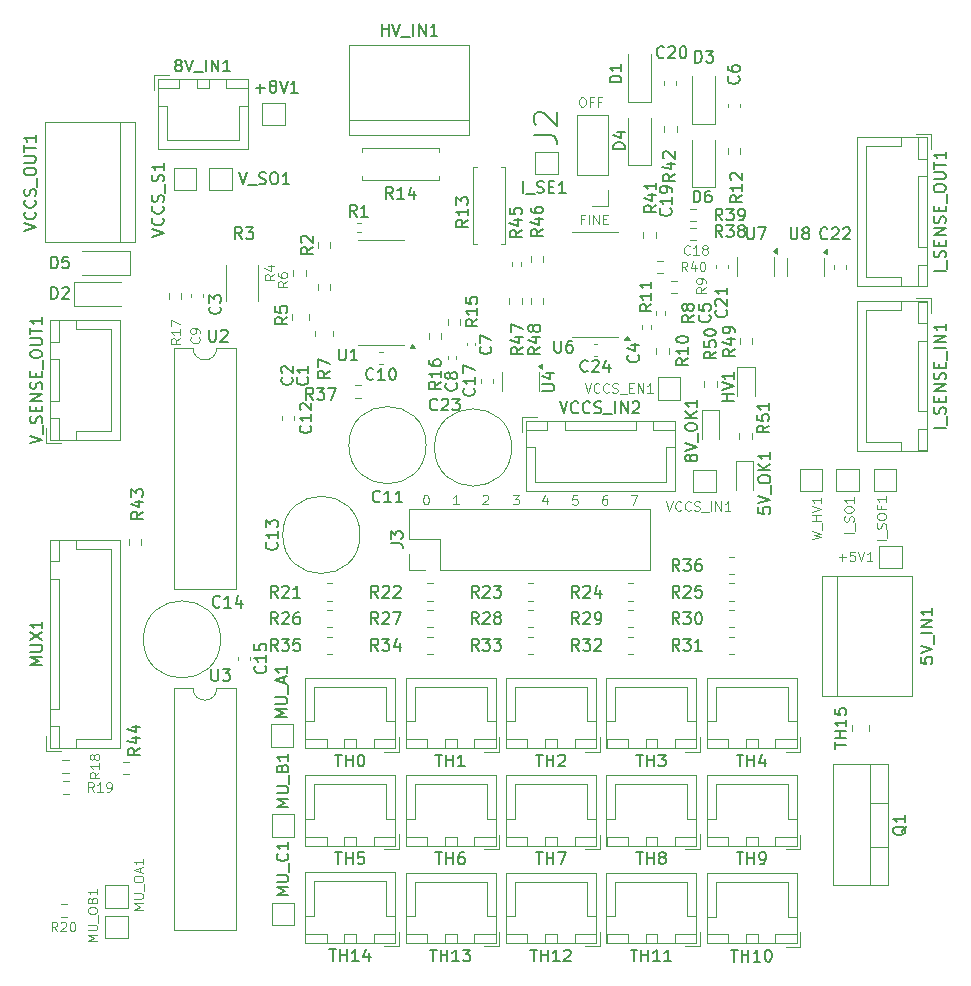
<source format=gbr>
%TF.GenerationSoftware,KiCad,Pcbnew,9.0.0*%
%TF.CreationDate,2025-04-04T02:17:59+01:00*%
%TF.ProjectId,Analogue Board,416e616c-6f67-4756-9520-426f6172642e,rev?*%
%TF.SameCoordinates,Original*%
%TF.FileFunction,Legend,Top*%
%TF.FilePolarity,Positive*%
%FSLAX46Y46*%
G04 Gerber Fmt 4.6, Leading zero omitted, Abs format (unit mm)*
G04 Created by KiCad (PCBNEW 9.0.0) date 2025-04-04 02:17:59*
%MOMM*%
%LPD*%
G01*
G04 APERTURE LIST*
%ADD10C,0.100000*%
%ADD11C,0.150000*%
%ADD12C,0.120000*%
%ADD13C,0.200000*%
G04 APERTURE END LIST*
D10*
X135772931Y-82677847D02*
X135506265Y-82677847D01*
X135506265Y-83096895D02*
X135506265Y-82296895D01*
X135506265Y-82296895D02*
X135887217Y-82296895D01*
X136191979Y-83096895D02*
X136191979Y-82296895D01*
X136572931Y-83096895D02*
X136572931Y-82296895D01*
X136572931Y-82296895D02*
X137030074Y-83096895D01*
X137030074Y-83096895D02*
X137030074Y-82296895D01*
X137411026Y-82677847D02*
X137677692Y-82677847D01*
X137791978Y-83096895D02*
X137411026Y-83096895D01*
X137411026Y-83096895D02*
X137411026Y-82296895D01*
X137411026Y-82296895D02*
X137791978Y-82296895D01*
X135572246Y-72346895D02*
X135724627Y-72346895D01*
X135724627Y-72346895D02*
X135800817Y-72384990D01*
X135800817Y-72384990D02*
X135877008Y-72461180D01*
X135877008Y-72461180D02*
X135915103Y-72613561D01*
X135915103Y-72613561D02*
X135915103Y-72880228D01*
X135915103Y-72880228D02*
X135877008Y-73032609D01*
X135877008Y-73032609D02*
X135800817Y-73108800D01*
X135800817Y-73108800D02*
X135724627Y-73146895D01*
X135724627Y-73146895D02*
X135572246Y-73146895D01*
X135572246Y-73146895D02*
X135496055Y-73108800D01*
X135496055Y-73108800D02*
X135419865Y-73032609D01*
X135419865Y-73032609D02*
X135381769Y-72880228D01*
X135381769Y-72880228D02*
X135381769Y-72613561D01*
X135381769Y-72613561D02*
X135419865Y-72461180D01*
X135419865Y-72461180D02*
X135496055Y-72384990D01*
X135496055Y-72384990D02*
X135572246Y-72346895D01*
X136524626Y-72727847D02*
X136257960Y-72727847D01*
X136257960Y-73146895D02*
X136257960Y-72346895D01*
X136257960Y-72346895D02*
X136638912Y-72346895D01*
X137210340Y-72727847D02*
X136943674Y-72727847D01*
X136943674Y-73146895D02*
X136943674Y-72346895D01*
X136943674Y-72346895D02*
X137324626Y-72346895D01*
X137699122Y-106046895D02*
X137546741Y-106046895D01*
X137546741Y-106046895D02*
X137470550Y-106084990D01*
X137470550Y-106084990D02*
X137432455Y-106123085D01*
X137432455Y-106123085D02*
X137356265Y-106237371D01*
X137356265Y-106237371D02*
X137318169Y-106389752D01*
X137318169Y-106389752D02*
X137318169Y-106694514D01*
X137318169Y-106694514D02*
X137356265Y-106770704D01*
X137356265Y-106770704D02*
X137394360Y-106808800D01*
X137394360Y-106808800D02*
X137470550Y-106846895D01*
X137470550Y-106846895D02*
X137622931Y-106846895D01*
X137622931Y-106846895D02*
X137699122Y-106808800D01*
X137699122Y-106808800D02*
X137737217Y-106770704D01*
X137737217Y-106770704D02*
X137775312Y-106694514D01*
X137775312Y-106694514D02*
X137775312Y-106504038D01*
X137775312Y-106504038D02*
X137737217Y-106427847D01*
X137737217Y-106427847D02*
X137699122Y-106389752D01*
X137699122Y-106389752D02*
X137622931Y-106351657D01*
X137622931Y-106351657D02*
X137470550Y-106351657D01*
X137470550Y-106351657D02*
X137394360Y-106389752D01*
X137394360Y-106389752D02*
X137356265Y-106427847D01*
X137356265Y-106427847D02*
X137318169Y-106504038D01*
X127218169Y-106098085D02*
X127256265Y-106059990D01*
X127256265Y-106059990D02*
X127332455Y-106021895D01*
X127332455Y-106021895D02*
X127522931Y-106021895D01*
X127522931Y-106021895D02*
X127599122Y-106059990D01*
X127599122Y-106059990D02*
X127637217Y-106098085D01*
X127637217Y-106098085D02*
X127675312Y-106174276D01*
X127675312Y-106174276D02*
X127675312Y-106250466D01*
X127675312Y-106250466D02*
X127637217Y-106364752D01*
X127637217Y-106364752D02*
X127180074Y-106821895D01*
X127180074Y-106821895D02*
X127675312Y-106821895D01*
X129755074Y-106021895D02*
X130250312Y-106021895D01*
X130250312Y-106021895D02*
X129983646Y-106326657D01*
X129983646Y-106326657D02*
X130097931Y-106326657D01*
X130097931Y-106326657D02*
X130174122Y-106364752D01*
X130174122Y-106364752D02*
X130212217Y-106402847D01*
X130212217Y-106402847D02*
X130250312Y-106479038D01*
X130250312Y-106479038D02*
X130250312Y-106669514D01*
X130250312Y-106669514D02*
X130212217Y-106745704D01*
X130212217Y-106745704D02*
X130174122Y-106783800D01*
X130174122Y-106783800D02*
X130097931Y-106821895D01*
X130097931Y-106821895D02*
X129869360Y-106821895D01*
X129869360Y-106821895D02*
X129793169Y-106783800D01*
X129793169Y-106783800D02*
X129755074Y-106745704D01*
X132649122Y-106288561D02*
X132649122Y-106821895D01*
X132458646Y-105983800D02*
X132268169Y-106555228D01*
X132268169Y-106555228D02*
X132763408Y-106555228D01*
X135212217Y-106046895D02*
X134831265Y-106046895D01*
X134831265Y-106046895D02*
X134793169Y-106427847D01*
X134793169Y-106427847D02*
X134831265Y-106389752D01*
X134831265Y-106389752D02*
X134907455Y-106351657D01*
X134907455Y-106351657D02*
X135097931Y-106351657D01*
X135097931Y-106351657D02*
X135174122Y-106389752D01*
X135174122Y-106389752D02*
X135212217Y-106427847D01*
X135212217Y-106427847D02*
X135250312Y-106504038D01*
X135250312Y-106504038D02*
X135250312Y-106694514D01*
X135250312Y-106694514D02*
X135212217Y-106770704D01*
X135212217Y-106770704D02*
X135174122Y-106808800D01*
X135174122Y-106808800D02*
X135097931Y-106846895D01*
X135097931Y-106846895D02*
X134907455Y-106846895D01*
X134907455Y-106846895D02*
X134831265Y-106808800D01*
X134831265Y-106808800D02*
X134793169Y-106770704D01*
X139780407Y-106047461D02*
X140313741Y-106047461D01*
X140313741Y-106047461D02*
X139970883Y-106847461D01*
X125175312Y-106821895D02*
X124718169Y-106821895D01*
X124946741Y-106821895D02*
X124946741Y-106021895D01*
X124946741Y-106021895D02*
X124870550Y-106136180D01*
X124870550Y-106136180D02*
X124794360Y-106212371D01*
X124794360Y-106212371D02*
X124718169Y-106250466D01*
X122358646Y-106021895D02*
X122434836Y-106021895D01*
X122434836Y-106021895D02*
X122511027Y-106059990D01*
X122511027Y-106059990D02*
X122549122Y-106098085D01*
X122549122Y-106098085D02*
X122587217Y-106174276D01*
X122587217Y-106174276D02*
X122625312Y-106326657D01*
X122625312Y-106326657D02*
X122625312Y-106517133D01*
X122625312Y-106517133D02*
X122587217Y-106669514D01*
X122587217Y-106669514D02*
X122549122Y-106745704D01*
X122549122Y-106745704D02*
X122511027Y-106783800D01*
X122511027Y-106783800D02*
X122434836Y-106821895D01*
X122434836Y-106821895D02*
X122358646Y-106821895D01*
X122358646Y-106821895D02*
X122282455Y-106783800D01*
X122282455Y-106783800D02*
X122244360Y-106745704D01*
X122244360Y-106745704D02*
X122206265Y-106669514D01*
X122206265Y-106669514D02*
X122168169Y-106517133D01*
X122168169Y-106517133D02*
X122168169Y-106326657D01*
X122168169Y-106326657D02*
X122206265Y-106174276D01*
X122206265Y-106174276D02*
X122244360Y-106098085D01*
X122244360Y-106098085D02*
X122282455Y-106059990D01*
X122282455Y-106059990D02*
X122358646Y-106021895D01*
D11*
X119424819Y-110103333D02*
X120139104Y-110103333D01*
X120139104Y-110103333D02*
X120281961Y-110150952D01*
X120281961Y-110150952D02*
X120377200Y-110246190D01*
X120377200Y-110246190D02*
X120424819Y-110389047D01*
X120424819Y-110389047D02*
X120424819Y-110484285D01*
X119424819Y-109722380D02*
X119424819Y-109103333D01*
X119424819Y-109103333D02*
X119805771Y-109436666D01*
X119805771Y-109436666D02*
X119805771Y-109293809D01*
X119805771Y-109293809D02*
X119853390Y-109198571D01*
X119853390Y-109198571D02*
X119901009Y-109150952D01*
X119901009Y-109150952D02*
X119996247Y-109103333D01*
X119996247Y-109103333D02*
X120234342Y-109103333D01*
X120234342Y-109103333D02*
X120329580Y-109150952D01*
X120329580Y-109150952D02*
X120377200Y-109198571D01*
X120377200Y-109198571D02*
X120424819Y-109293809D01*
X120424819Y-109293809D02*
X120424819Y-109579523D01*
X120424819Y-109579523D02*
X120377200Y-109674761D01*
X120377200Y-109674761D02*
X120329580Y-109722380D01*
X119607142Y-80954819D02*
X119273809Y-80478628D01*
X119035714Y-80954819D02*
X119035714Y-79954819D01*
X119035714Y-79954819D02*
X119416666Y-79954819D01*
X119416666Y-79954819D02*
X119511904Y-80002438D01*
X119511904Y-80002438D02*
X119559523Y-80050057D01*
X119559523Y-80050057D02*
X119607142Y-80145295D01*
X119607142Y-80145295D02*
X119607142Y-80288152D01*
X119607142Y-80288152D02*
X119559523Y-80383390D01*
X119559523Y-80383390D02*
X119511904Y-80431009D01*
X119511904Y-80431009D02*
X119416666Y-80478628D01*
X119416666Y-80478628D02*
X119035714Y-80478628D01*
X120559523Y-80954819D02*
X119988095Y-80954819D01*
X120273809Y-80954819D02*
X120273809Y-79954819D01*
X120273809Y-79954819D02*
X120178571Y-80097676D01*
X120178571Y-80097676D02*
X120083333Y-80192914D01*
X120083333Y-80192914D02*
X119988095Y-80240533D01*
X121416666Y-80288152D02*
X121416666Y-80954819D01*
X121178571Y-79907200D02*
X120940476Y-80621485D01*
X120940476Y-80621485D02*
X121559523Y-80621485D01*
X125954819Y-82730357D02*
X125478628Y-83063690D01*
X125954819Y-83301785D02*
X124954819Y-83301785D01*
X124954819Y-83301785D02*
X124954819Y-82920833D01*
X124954819Y-82920833D02*
X125002438Y-82825595D01*
X125002438Y-82825595D02*
X125050057Y-82777976D01*
X125050057Y-82777976D02*
X125145295Y-82730357D01*
X125145295Y-82730357D02*
X125288152Y-82730357D01*
X125288152Y-82730357D02*
X125383390Y-82777976D01*
X125383390Y-82777976D02*
X125431009Y-82825595D01*
X125431009Y-82825595D02*
X125478628Y-82920833D01*
X125478628Y-82920833D02*
X125478628Y-83301785D01*
X125954819Y-81777976D02*
X125954819Y-82349404D01*
X125954819Y-82063690D02*
X124954819Y-82063690D01*
X124954819Y-82063690D02*
X125097676Y-82158928D01*
X125097676Y-82158928D02*
X125192914Y-82254166D01*
X125192914Y-82254166D02*
X125240533Y-82349404D01*
X124954819Y-81444642D02*
X124954819Y-80825595D01*
X124954819Y-80825595D02*
X125335771Y-81158928D01*
X125335771Y-81158928D02*
X125335771Y-81016071D01*
X125335771Y-81016071D02*
X125383390Y-80920833D01*
X125383390Y-80920833D02*
X125431009Y-80873214D01*
X125431009Y-80873214D02*
X125526247Y-80825595D01*
X125526247Y-80825595D02*
X125764342Y-80825595D01*
X125764342Y-80825595D02*
X125859580Y-80873214D01*
X125859580Y-80873214D02*
X125907200Y-80920833D01*
X125907200Y-80920833D02*
X125954819Y-81016071D01*
X125954819Y-81016071D02*
X125954819Y-81301785D01*
X125954819Y-81301785D02*
X125907200Y-81397023D01*
X125907200Y-81397023D02*
X125859580Y-81444642D01*
X118357142Y-119204819D02*
X118023809Y-118728628D01*
X117785714Y-119204819D02*
X117785714Y-118204819D01*
X117785714Y-118204819D02*
X118166666Y-118204819D01*
X118166666Y-118204819D02*
X118261904Y-118252438D01*
X118261904Y-118252438D02*
X118309523Y-118300057D01*
X118309523Y-118300057D02*
X118357142Y-118395295D01*
X118357142Y-118395295D02*
X118357142Y-118538152D01*
X118357142Y-118538152D02*
X118309523Y-118633390D01*
X118309523Y-118633390D02*
X118261904Y-118681009D01*
X118261904Y-118681009D02*
X118166666Y-118728628D01*
X118166666Y-118728628D02*
X117785714Y-118728628D01*
X118690476Y-118204819D02*
X119309523Y-118204819D01*
X119309523Y-118204819D02*
X118976190Y-118585771D01*
X118976190Y-118585771D02*
X119119047Y-118585771D01*
X119119047Y-118585771D02*
X119214285Y-118633390D01*
X119214285Y-118633390D02*
X119261904Y-118681009D01*
X119261904Y-118681009D02*
X119309523Y-118776247D01*
X119309523Y-118776247D02*
X119309523Y-119014342D01*
X119309523Y-119014342D02*
X119261904Y-119109580D01*
X119261904Y-119109580D02*
X119214285Y-119157200D01*
X119214285Y-119157200D02*
X119119047Y-119204819D01*
X119119047Y-119204819D02*
X118833333Y-119204819D01*
X118833333Y-119204819D02*
X118738095Y-119157200D01*
X118738095Y-119157200D02*
X118690476Y-119109580D01*
X120166666Y-118538152D02*
X120166666Y-119204819D01*
X119928571Y-118157200D02*
X119690476Y-118871485D01*
X119690476Y-118871485D02*
X120309523Y-118871485D01*
X98454819Y-107442857D02*
X97978628Y-107776190D01*
X98454819Y-108014285D02*
X97454819Y-108014285D01*
X97454819Y-108014285D02*
X97454819Y-107633333D01*
X97454819Y-107633333D02*
X97502438Y-107538095D01*
X97502438Y-107538095D02*
X97550057Y-107490476D01*
X97550057Y-107490476D02*
X97645295Y-107442857D01*
X97645295Y-107442857D02*
X97788152Y-107442857D01*
X97788152Y-107442857D02*
X97883390Y-107490476D01*
X97883390Y-107490476D02*
X97931009Y-107538095D01*
X97931009Y-107538095D02*
X97978628Y-107633333D01*
X97978628Y-107633333D02*
X97978628Y-108014285D01*
X97788152Y-106585714D02*
X98454819Y-106585714D01*
X97407200Y-106823809D02*
X98121485Y-107061904D01*
X98121485Y-107061904D02*
X98121485Y-106442857D01*
X97454819Y-106157142D02*
X97454819Y-105538095D01*
X97454819Y-105538095D02*
X97835771Y-105871428D01*
X97835771Y-105871428D02*
X97835771Y-105728571D01*
X97835771Y-105728571D02*
X97883390Y-105633333D01*
X97883390Y-105633333D02*
X97931009Y-105585714D01*
X97931009Y-105585714D02*
X98026247Y-105538095D01*
X98026247Y-105538095D02*
X98264342Y-105538095D01*
X98264342Y-105538095D02*
X98359580Y-105585714D01*
X98359580Y-105585714D02*
X98407200Y-105633333D01*
X98407200Y-105633333D02*
X98454819Y-105728571D01*
X98454819Y-105728571D02*
X98454819Y-106014285D01*
X98454819Y-106014285D02*
X98407200Y-106109523D01*
X98407200Y-106109523D02*
X98359580Y-106157142D01*
X122738095Y-144504819D02*
X123309523Y-144504819D01*
X123023809Y-145504819D02*
X123023809Y-144504819D01*
X123642857Y-145504819D02*
X123642857Y-144504819D01*
X123642857Y-144981009D02*
X124214285Y-144981009D01*
X124214285Y-145504819D02*
X124214285Y-144504819D01*
X125214285Y-145504819D02*
X124642857Y-145504819D01*
X124928571Y-145504819D02*
X124928571Y-144504819D01*
X124928571Y-144504819D02*
X124833333Y-144647676D01*
X124833333Y-144647676D02*
X124738095Y-144742914D01*
X124738095Y-144742914D02*
X124642857Y-144790533D01*
X125547619Y-144504819D02*
X126166666Y-144504819D01*
X126166666Y-144504819D02*
X125833333Y-144885771D01*
X125833333Y-144885771D02*
X125976190Y-144885771D01*
X125976190Y-144885771D02*
X126071428Y-144933390D01*
X126071428Y-144933390D02*
X126119047Y-144981009D01*
X126119047Y-144981009D02*
X126166666Y-145076247D01*
X126166666Y-145076247D02*
X126166666Y-145314342D01*
X126166666Y-145314342D02*
X126119047Y-145409580D01*
X126119047Y-145409580D02*
X126071428Y-145457200D01*
X126071428Y-145457200D02*
X125976190Y-145504819D01*
X125976190Y-145504819D02*
X125690476Y-145504819D01*
X125690476Y-145504819D02*
X125595238Y-145457200D01*
X125595238Y-145457200D02*
X125547619Y-145409580D01*
X112609580Y-100142857D02*
X112657200Y-100190476D01*
X112657200Y-100190476D02*
X112704819Y-100333333D01*
X112704819Y-100333333D02*
X112704819Y-100428571D01*
X112704819Y-100428571D02*
X112657200Y-100571428D01*
X112657200Y-100571428D02*
X112561961Y-100666666D01*
X112561961Y-100666666D02*
X112466723Y-100714285D01*
X112466723Y-100714285D02*
X112276247Y-100761904D01*
X112276247Y-100761904D02*
X112133390Y-100761904D01*
X112133390Y-100761904D02*
X111942914Y-100714285D01*
X111942914Y-100714285D02*
X111847676Y-100666666D01*
X111847676Y-100666666D02*
X111752438Y-100571428D01*
X111752438Y-100571428D02*
X111704819Y-100428571D01*
X111704819Y-100428571D02*
X111704819Y-100333333D01*
X111704819Y-100333333D02*
X111752438Y-100190476D01*
X111752438Y-100190476D02*
X111800057Y-100142857D01*
X112704819Y-99190476D02*
X112704819Y-99761904D01*
X112704819Y-99476190D02*
X111704819Y-99476190D01*
X111704819Y-99476190D02*
X111847676Y-99571428D01*
X111847676Y-99571428D02*
X111942914Y-99666666D01*
X111942914Y-99666666D02*
X111990533Y-99761904D01*
X111800057Y-98809523D02*
X111752438Y-98761904D01*
X111752438Y-98761904D02*
X111704819Y-98666666D01*
X111704819Y-98666666D02*
X111704819Y-98428571D01*
X111704819Y-98428571D02*
X111752438Y-98333333D01*
X111752438Y-98333333D02*
X111800057Y-98285714D01*
X111800057Y-98285714D02*
X111895295Y-98238095D01*
X111895295Y-98238095D02*
X111990533Y-98238095D01*
X111990533Y-98238095D02*
X112133390Y-98285714D01*
X112133390Y-98285714D02*
X112704819Y-98857142D01*
X112704819Y-98857142D02*
X112704819Y-98238095D01*
D12*
X135835714Y-96563855D02*
X136102381Y-97363855D01*
X136102381Y-97363855D02*
X136369047Y-96563855D01*
X137092857Y-97287664D02*
X137054761Y-97325760D01*
X137054761Y-97325760D02*
X136940476Y-97363855D01*
X136940476Y-97363855D02*
X136864285Y-97363855D01*
X136864285Y-97363855D02*
X136749999Y-97325760D01*
X136749999Y-97325760D02*
X136673809Y-97249569D01*
X136673809Y-97249569D02*
X136635714Y-97173379D01*
X136635714Y-97173379D02*
X136597618Y-97020998D01*
X136597618Y-97020998D02*
X136597618Y-96906712D01*
X136597618Y-96906712D02*
X136635714Y-96754331D01*
X136635714Y-96754331D02*
X136673809Y-96678140D01*
X136673809Y-96678140D02*
X136749999Y-96601950D01*
X136749999Y-96601950D02*
X136864285Y-96563855D01*
X136864285Y-96563855D02*
X136940476Y-96563855D01*
X136940476Y-96563855D02*
X137054761Y-96601950D01*
X137054761Y-96601950D02*
X137092857Y-96640045D01*
X137892857Y-97287664D02*
X137854761Y-97325760D01*
X137854761Y-97325760D02*
X137740476Y-97363855D01*
X137740476Y-97363855D02*
X137664285Y-97363855D01*
X137664285Y-97363855D02*
X137549999Y-97325760D01*
X137549999Y-97325760D02*
X137473809Y-97249569D01*
X137473809Y-97249569D02*
X137435714Y-97173379D01*
X137435714Y-97173379D02*
X137397618Y-97020998D01*
X137397618Y-97020998D02*
X137397618Y-96906712D01*
X137397618Y-96906712D02*
X137435714Y-96754331D01*
X137435714Y-96754331D02*
X137473809Y-96678140D01*
X137473809Y-96678140D02*
X137549999Y-96601950D01*
X137549999Y-96601950D02*
X137664285Y-96563855D01*
X137664285Y-96563855D02*
X137740476Y-96563855D01*
X137740476Y-96563855D02*
X137854761Y-96601950D01*
X137854761Y-96601950D02*
X137892857Y-96640045D01*
X138197618Y-97325760D02*
X138311904Y-97363855D01*
X138311904Y-97363855D02*
X138502380Y-97363855D01*
X138502380Y-97363855D02*
X138578571Y-97325760D01*
X138578571Y-97325760D02*
X138616666Y-97287664D01*
X138616666Y-97287664D02*
X138654761Y-97211474D01*
X138654761Y-97211474D02*
X138654761Y-97135283D01*
X138654761Y-97135283D02*
X138616666Y-97059093D01*
X138616666Y-97059093D02*
X138578571Y-97020998D01*
X138578571Y-97020998D02*
X138502380Y-96982902D01*
X138502380Y-96982902D02*
X138349999Y-96944807D01*
X138349999Y-96944807D02*
X138273809Y-96906712D01*
X138273809Y-96906712D02*
X138235714Y-96868617D01*
X138235714Y-96868617D02*
X138197618Y-96792426D01*
X138197618Y-96792426D02*
X138197618Y-96716236D01*
X138197618Y-96716236D02*
X138235714Y-96640045D01*
X138235714Y-96640045D02*
X138273809Y-96601950D01*
X138273809Y-96601950D02*
X138349999Y-96563855D01*
X138349999Y-96563855D02*
X138540476Y-96563855D01*
X138540476Y-96563855D02*
X138654761Y-96601950D01*
X138807143Y-97440045D02*
X139416666Y-97440045D01*
X139607143Y-96944807D02*
X139873809Y-96944807D01*
X139988095Y-97363855D02*
X139607143Y-97363855D01*
X139607143Y-97363855D02*
X139607143Y-96563855D01*
X139607143Y-96563855D02*
X139988095Y-96563855D01*
X140330953Y-97363855D02*
X140330953Y-96563855D01*
X140330953Y-96563855D02*
X140788096Y-97363855D01*
X140788096Y-97363855D02*
X140788096Y-96563855D01*
X141588095Y-97363855D02*
X141130952Y-97363855D01*
X141359524Y-97363855D02*
X141359524Y-96563855D01*
X141359524Y-96563855D02*
X141283333Y-96678140D01*
X141283333Y-96678140D02*
X141207143Y-96754331D01*
X141207143Y-96754331D02*
X141130952Y-96792426D01*
X155063855Y-109790476D02*
X155863855Y-109600000D01*
X155863855Y-109600000D02*
X155292426Y-109447619D01*
X155292426Y-109447619D02*
X155863855Y-109295238D01*
X155863855Y-109295238D02*
X155063855Y-109104762D01*
X155940045Y-108990476D02*
X155940045Y-108380952D01*
X155863855Y-108190475D02*
X155063855Y-108190475D01*
X155444807Y-108190475D02*
X155444807Y-107733332D01*
X155863855Y-107733332D02*
X155063855Y-107733332D01*
X155063855Y-107466666D02*
X155863855Y-107199999D01*
X155863855Y-107199999D02*
X155063855Y-106933333D01*
X155863855Y-106247619D02*
X155863855Y-106704762D01*
X155863855Y-106476190D02*
X155063855Y-106476190D01*
X155063855Y-106476190D02*
X155178140Y-106552381D01*
X155178140Y-106552381D02*
X155254331Y-106628571D01*
X155254331Y-106628571D02*
X155292426Y-106704762D01*
D11*
X112857142Y-97954819D02*
X112523809Y-97478628D01*
X112285714Y-97954819D02*
X112285714Y-96954819D01*
X112285714Y-96954819D02*
X112666666Y-96954819D01*
X112666666Y-96954819D02*
X112761904Y-97002438D01*
X112761904Y-97002438D02*
X112809523Y-97050057D01*
X112809523Y-97050057D02*
X112857142Y-97145295D01*
X112857142Y-97145295D02*
X112857142Y-97288152D01*
X112857142Y-97288152D02*
X112809523Y-97383390D01*
X112809523Y-97383390D02*
X112761904Y-97431009D01*
X112761904Y-97431009D02*
X112666666Y-97478628D01*
X112666666Y-97478628D02*
X112285714Y-97478628D01*
X113190476Y-96954819D02*
X113809523Y-96954819D01*
X113809523Y-96954819D02*
X113476190Y-97335771D01*
X113476190Y-97335771D02*
X113619047Y-97335771D01*
X113619047Y-97335771D02*
X113714285Y-97383390D01*
X113714285Y-97383390D02*
X113761904Y-97431009D01*
X113761904Y-97431009D02*
X113809523Y-97526247D01*
X113809523Y-97526247D02*
X113809523Y-97764342D01*
X113809523Y-97764342D02*
X113761904Y-97859580D01*
X113761904Y-97859580D02*
X113714285Y-97907200D01*
X113714285Y-97907200D02*
X113619047Y-97954819D01*
X113619047Y-97954819D02*
X113333333Y-97954819D01*
X113333333Y-97954819D02*
X113238095Y-97907200D01*
X113238095Y-97907200D02*
X113190476Y-97859580D01*
X114142857Y-96954819D02*
X114809523Y-96954819D01*
X114809523Y-96954819D02*
X114380952Y-97954819D01*
X107988095Y-71573866D02*
X108750000Y-71573866D01*
X108369047Y-71954819D02*
X108369047Y-71192914D01*
X109369047Y-71383390D02*
X109273809Y-71335771D01*
X109273809Y-71335771D02*
X109226190Y-71288152D01*
X109226190Y-71288152D02*
X109178571Y-71192914D01*
X109178571Y-71192914D02*
X109178571Y-71145295D01*
X109178571Y-71145295D02*
X109226190Y-71050057D01*
X109226190Y-71050057D02*
X109273809Y-71002438D01*
X109273809Y-71002438D02*
X109369047Y-70954819D01*
X109369047Y-70954819D02*
X109559523Y-70954819D01*
X109559523Y-70954819D02*
X109654761Y-71002438D01*
X109654761Y-71002438D02*
X109702380Y-71050057D01*
X109702380Y-71050057D02*
X109749999Y-71145295D01*
X109749999Y-71145295D02*
X109749999Y-71192914D01*
X109749999Y-71192914D02*
X109702380Y-71288152D01*
X109702380Y-71288152D02*
X109654761Y-71335771D01*
X109654761Y-71335771D02*
X109559523Y-71383390D01*
X109559523Y-71383390D02*
X109369047Y-71383390D01*
X109369047Y-71383390D02*
X109273809Y-71431009D01*
X109273809Y-71431009D02*
X109226190Y-71478628D01*
X109226190Y-71478628D02*
X109178571Y-71573866D01*
X109178571Y-71573866D02*
X109178571Y-71764342D01*
X109178571Y-71764342D02*
X109226190Y-71859580D01*
X109226190Y-71859580D02*
X109273809Y-71907200D01*
X109273809Y-71907200D02*
X109369047Y-71954819D01*
X109369047Y-71954819D02*
X109559523Y-71954819D01*
X109559523Y-71954819D02*
X109654761Y-71907200D01*
X109654761Y-71907200D02*
X109702380Y-71859580D01*
X109702380Y-71859580D02*
X109749999Y-71764342D01*
X109749999Y-71764342D02*
X109749999Y-71573866D01*
X109749999Y-71573866D02*
X109702380Y-71478628D01*
X109702380Y-71478628D02*
X109654761Y-71431009D01*
X109654761Y-71431009D02*
X109559523Y-71383390D01*
X110035714Y-70954819D02*
X110369047Y-71954819D01*
X110369047Y-71954819D02*
X110702380Y-70954819D01*
X111559523Y-71954819D02*
X110988095Y-71954819D01*
X111273809Y-71954819D02*
X111273809Y-70954819D01*
X111273809Y-70954819D02*
X111178571Y-71097676D01*
X111178571Y-71097676D02*
X111083333Y-71192914D01*
X111083333Y-71192914D02*
X110988095Y-71240533D01*
X104238095Y-120754819D02*
X104238095Y-121564342D01*
X104238095Y-121564342D02*
X104285714Y-121659580D01*
X104285714Y-121659580D02*
X104333333Y-121707200D01*
X104333333Y-121707200D02*
X104428571Y-121754819D01*
X104428571Y-121754819D02*
X104619047Y-121754819D01*
X104619047Y-121754819D02*
X104714285Y-121707200D01*
X104714285Y-121707200D02*
X104761904Y-121659580D01*
X104761904Y-121659580D02*
X104809523Y-121564342D01*
X104809523Y-121564342D02*
X104809523Y-120754819D01*
X105190476Y-120754819D02*
X105809523Y-120754819D01*
X105809523Y-120754819D02*
X105476190Y-121135771D01*
X105476190Y-121135771D02*
X105619047Y-121135771D01*
X105619047Y-121135771D02*
X105714285Y-121183390D01*
X105714285Y-121183390D02*
X105761904Y-121231009D01*
X105761904Y-121231009D02*
X105809523Y-121326247D01*
X105809523Y-121326247D02*
X105809523Y-121564342D01*
X105809523Y-121564342D02*
X105761904Y-121659580D01*
X105761904Y-121659580D02*
X105714285Y-121707200D01*
X105714285Y-121707200D02*
X105619047Y-121754819D01*
X105619047Y-121754819D02*
X105333333Y-121754819D01*
X105333333Y-121754819D02*
X105238095Y-121707200D01*
X105238095Y-121707200D02*
X105190476Y-121659580D01*
X143857142Y-119204819D02*
X143523809Y-118728628D01*
X143285714Y-119204819D02*
X143285714Y-118204819D01*
X143285714Y-118204819D02*
X143666666Y-118204819D01*
X143666666Y-118204819D02*
X143761904Y-118252438D01*
X143761904Y-118252438D02*
X143809523Y-118300057D01*
X143809523Y-118300057D02*
X143857142Y-118395295D01*
X143857142Y-118395295D02*
X143857142Y-118538152D01*
X143857142Y-118538152D02*
X143809523Y-118633390D01*
X143809523Y-118633390D02*
X143761904Y-118681009D01*
X143761904Y-118681009D02*
X143666666Y-118728628D01*
X143666666Y-118728628D02*
X143285714Y-118728628D01*
X144190476Y-118204819D02*
X144809523Y-118204819D01*
X144809523Y-118204819D02*
X144476190Y-118585771D01*
X144476190Y-118585771D02*
X144619047Y-118585771D01*
X144619047Y-118585771D02*
X144714285Y-118633390D01*
X144714285Y-118633390D02*
X144761904Y-118681009D01*
X144761904Y-118681009D02*
X144809523Y-118776247D01*
X144809523Y-118776247D02*
X144809523Y-119014342D01*
X144809523Y-119014342D02*
X144761904Y-119109580D01*
X144761904Y-119109580D02*
X144714285Y-119157200D01*
X144714285Y-119157200D02*
X144619047Y-119204819D01*
X144619047Y-119204819D02*
X144333333Y-119204819D01*
X144333333Y-119204819D02*
X144238095Y-119157200D01*
X144238095Y-119157200D02*
X144190476Y-119109580D01*
X145761904Y-119204819D02*
X145190476Y-119204819D01*
X145476190Y-119204819D02*
X145476190Y-118204819D01*
X145476190Y-118204819D02*
X145380952Y-118347676D01*
X145380952Y-118347676D02*
X145285714Y-118442914D01*
X145285714Y-118442914D02*
X145190476Y-118490533D01*
D12*
X144532114Y-87082655D02*
X144265447Y-86701702D01*
X144074971Y-87082655D02*
X144074971Y-86282655D01*
X144074971Y-86282655D02*
X144379733Y-86282655D01*
X144379733Y-86282655D02*
X144455923Y-86320750D01*
X144455923Y-86320750D02*
X144494018Y-86358845D01*
X144494018Y-86358845D02*
X144532114Y-86435036D01*
X144532114Y-86435036D02*
X144532114Y-86549321D01*
X144532114Y-86549321D02*
X144494018Y-86625512D01*
X144494018Y-86625512D02*
X144455923Y-86663607D01*
X144455923Y-86663607D02*
X144379733Y-86701702D01*
X144379733Y-86701702D02*
X144074971Y-86701702D01*
X145217828Y-86549321D02*
X145217828Y-87082655D01*
X145027352Y-86244560D02*
X144836875Y-86815988D01*
X144836875Y-86815988D02*
X145332114Y-86815988D01*
X145789257Y-86282655D02*
X145865447Y-86282655D01*
X145865447Y-86282655D02*
X145941638Y-86320750D01*
X145941638Y-86320750D02*
X145979733Y-86358845D01*
X145979733Y-86358845D02*
X146017828Y-86435036D01*
X146017828Y-86435036D02*
X146055923Y-86587417D01*
X146055923Y-86587417D02*
X146055923Y-86777893D01*
X146055923Y-86777893D02*
X146017828Y-86930274D01*
X146017828Y-86930274D02*
X145979733Y-87006464D01*
X145979733Y-87006464D02*
X145941638Y-87044560D01*
X145941638Y-87044560D02*
X145865447Y-87082655D01*
X145865447Y-87082655D02*
X145789257Y-87082655D01*
X145789257Y-87082655D02*
X145713066Y-87044560D01*
X145713066Y-87044560D02*
X145674971Y-87006464D01*
X145674971Y-87006464D02*
X145636876Y-86930274D01*
X145636876Y-86930274D02*
X145598780Y-86777893D01*
X145598780Y-86777893D02*
X145598780Y-86587417D01*
X145598780Y-86587417D02*
X145636876Y-86435036D01*
X145636876Y-86435036D02*
X145674971Y-86358845D01*
X145674971Y-86358845D02*
X145713066Y-86320750D01*
X145713066Y-86320750D02*
X145789257Y-86282655D01*
X91185714Y-142963855D02*
X90919047Y-142582902D01*
X90728571Y-142963855D02*
X90728571Y-142163855D01*
X90728571Y-142163855D02*
X91033333Y-142163855D01*
X91033333Y-142163855D02*
X91109523Y-142201950D01*
X91109523Y-142201950D02*
X91147618Y-142240045D01*
X91147618Y-142240045D02*
X91185714Y-142316236D01*
X91185714Y-142316236D02*
X91185714Y-142430521D01*
X91185714Y-142430521D02*
X91147618Y-142506712D01*
X91147618Y-142506712D02*
X91109523Y-142544807D01*
X91109523Y-142544807D02*
X91033333Y-142582902D01*
X91033333Y-142582902D02*
X90728571Y-142582902D01*
X91490475Y-142240045D02*
X91528571Y-142201950D01*
X91528571Y-142201950D02*
X91604761Y-142163855D01*
X91604761Y-142163855D02*
X91795237Y-142163855D01*
X91795237Y-142163855D02*
X91871428Y-142201950D01*
X91871428Y-142201950D02*
X91909523Y-142240045D01*
X91909523Y-142240045D02*
X91947618Y-142316236D01*
X91947618Y-142316236D02*
X91947618Y-142392426D01*
X91947618Y-142392426D02*
X91909523Y-142506712D01*
X91909523Y-142506712D02*
X91452380Y-142963855D01*
X91452380Y-142963855D02*
X91947618Y-142963855D01*
X92442857Y-142163855D02*
X92519047Y-142163855D01*
X92519047Y-142163855D02*
X92595238Y-142201950D01*
X92595238Y-142201950D02*
X92633333Y-142240045D01*
X92633333Y-142240045D02*
X92671428Y-142316236D01*
X92671428Y-142316236D02*
X92709523Y-142468617D01*
X92709523Y-142468617D02*
X92709523Y-142659093D01*
X92709523Y-142659093D02*
X92671428Y-142811474D01*
X92671428Y-142811474D02*
X92633333Y-142887664D01*
X92633333Y-142887664D02*
X92595238Y-142925760D01*
X92595238Y-142925760D02*
X92519047Y-142963855D01*
X92519047Y-142963855D02*
X92442857Y-142963855D01*
X92442857Y-142963855D02*
X92366666Y-142925760D01*
X92366666Y-142925760D02*
X92328571Y-142887664D01*
X92328571Y-142887664D02*
X92290476Y-142811474D01*
X92290476Y-142811474D02*
X92252380Y-142659093D01*
X92252380Y-142659093D02*
X92252380Y-142468617D01*
X92252380Y-142468617D02*
X92290476Y-142316236D01*
X92290476Y-142316236D02*
X92328571Y-142240045D01*
X92328571Y-142240045D02*
X92366666Y-142201950D01*
X92366666Y-142201950D02*
X92442857Y-142163855D01*
D11*
X123214286Y-128004819D02*
X123785714Y-128004819D01*
X123500000Y-129004819D02*
X123500000Y-128004819D01*
X124119048Y-129004819D02*
X124119048Y-128004819D01*
X124119048Y-128481009D02*
X124690476Y-128481009D01*
X124690476Y-129004819D02*
X124690476Y-128004819D01*
X125690476Y-129004819D02*
X125119048Y-129004819D01*
X125404762Y-129004819D02*
X125404762Y-128004819D01*
X125404762Y-128004819D02*
X125309524Y-128147676D01*
X125309524Y-128147676D02*
X125214286Y-128242914D01*
X125214286Y-128242914D02*
X125119048Y-128290533D01*
X145101219Y-90785466D02*
X144625028Y-91118799D01*
X145101219Y-91356894D02*
X144101219Y-91356894D01*
X144101219Y-91356894D02*
X144101219Y-90975942D01*
X144101219Y-90975942D02*
X144148838Y-90880704D01*
X144148838Y-90880704D02*
X144196457Y-90833085D01*
X144196457Y-90833085D02*
X144291695Y-90785466D01*
X144291695Y-90785466D02*
X144434552Y-90785466D01*
X144434552Y-90785466D02*
X144529790Y-90833085D01*
X144529790Y-90833085D02*
X144577409Y-90880704D01*
X144577409Y-90880704D02*
X144625028Y-90975942D01*
X144625028Y-90975942D02*
X144625028Y-91356894D01*
X144529790Y-90214037D02*
X144482171Y-90309275D01*
X144482171Y-90309275D02*
X144434552Y-90356894D01*
X144434552Y-90356894D02*
X144339314Y-90404513D01*
X144339314Y-90404513D02*
X144291695Y-90404513D01*
X144291695Y-90404513D02*
X144196457Y-90356894D01*
X144196457Y-90356894D02*
X144148838Y-90309275D01*
X144148838Y-90309275D02*
X144101219Y-90214037D01*
X144101219Y-90214037D02*
X144101219Y-90023561D01*
X144101219Y-90023561D02*
X144148838Y-89928323D01*
X144148838Y-89928323D02*
X144196457Y-89880704D01*
X144196457Y-89880704D02*
X144291695Y-89833085D01*
X144291695Y-89833085D02*
X144339314Y-89833085D01*
X144339314Y-89833085D02*
X144434552Y-89880704D01*
X144434552Y-89880704D02*
X144482171Y-89928323D01*
X144482171Y-89928323D02*
X144529790Y-90023561D01*
X144529790Y-90023561D02*
X144529790Y-90214037D01*
X144529790Y-90214037D02*
X144577409Y-90309275D01*
X144577409Y-90309275D02*
X144625028Y-90356894D01*
X144625028Y-90356894D02*
X144720266Y-90404513D01*
X144720266Y-90404513D02*
X144910742Y-90404513D01*
X144910742Y-90404513D02*
X145005980Y-90356894D01*
X145005980Y-90356894D02*
X145053600Y-90309275D01*
X145053600Y-90309275D02*
X145101219Y-90214037D01*
X145101219Y-90214037D02*
X145101219Y-90023561D01*
X145101219Y-90023561D02*
X145053600Y-89928323D01*
X145053600Y-89928323D02*
X145005980Y-89880704D01*
X145005980Y-89880704D02*
X144910742Y-89833085D01*
X144910742Y-89833085D02*
X144720266Y-89833085D01*
X144720266Y-89833085D02*
X144625028Y-89880704D01*
X144625028Y-89880704D02*
X144577409Y-89928323D01*
X144577409Y-89928323D02*
X144529790Y-90023561D01*
D10*
X144732114Y-85607504D02*
X144694018Y-85645600D01*
X144694018Y-85645600D02*
X144579733Y-85683695D01*
X144579733Y-85683695D02*
X144503542Y-85683695D01*
X144503542Y-85683695D02*
X144389256Y-85645600D01*
X144389256Y-85645600D02*
X144313066Y-85569409D01*
X144313066Y-85569409D02*
X144274971Y-85493219D01*
X144274971Y-85493219D02*
X144236875Y-85340838D01*
X144236875Y-85340838D02*
X144236875Y-85226552D01*
X144236875Y-85226552D02*
X144274971Y-85074171D01*
X144274971Y-85074171D02*
X144313066Y-84997980D01*
X144313066Y-84997980D02*
X144389256Y-84921790D01*
X144389256Y-84921790D02*
X144503542Y-84883695D01*
X144503542Y-84883695D02*
X144579733Y-84883695D01*
X144579733Y-84883695D02*
X144694018Y-84921790D01*
X144694018Y-84921790D02*
X144732114Y-84959885D01*
X145494018Y-85683695D02*
X145036875Y-85683695D01*
X145265447Y-85683695D02*
X145265447Y-84883695D01*
X145265447Y-84883695D02*
X145189256Y-84997980D01*
X145189256Y-84997980D02*
X145113066Y-85074171D01*
X145113066Y-85074171D02*
X145036875Y-85112266D01*
X145951161Y-85226552D02*
X145874971Y-85188457D01*
X145874971Y-85188457D02*
X145836876Y-85150361D01*
X145836876Y-85150361D02*
X145798780Y-85074171D01*
X145798780Y-85074171D02*
X145798780Y-85036076D01*
X145798780Y-85036076D02*
X145836876Y-84959885D01*
X145836876Y-84959885D02*
X145874971Y-84921790D01*
X145874971Y-84921790D02*
X145951161Y-84883695D01*
X145951161Y-84883695D02*
X146103542Y-84883695D01*
X146103542Y-84883695D02*
X146179733Y-84921790D01*
X146179733Y-84921790D02*
X146217828Y-84959885D01*
X146217828Y-84959885D02*
X146255923Y-85036076D01*
X146255923Y-85036076D02*
X146255923Y-85074171D01*
X146255923Y-85074171D02*
X146217828Y-85150361D01*
X146217828Y-85150361D02*
X146179733Y-85188457D01*
X146179733Y-85188457D02*
X146103542Y-85226552D01*
X146103542Y-85226552D02*
X145951161Y-85226552D01*
X145951161Y-85226552D02*
X145874971Y-85264647D01*
X145874971Y-85264647D02*
X145836876Y-85302742D01*
X145836876Y-85302742D02*
X145798780Y-85378933D01*
X145798780Y-85378933D02*
X145798780Y-85531314D01*
X145798780Y-85531314D02*
X145836876Y-85607504D01*
X145836876Y-85607504D02*
X145874971Y-85645600D01*
X145874971Y-85645600D02*
X145951161Y-85683695D01*
X145951161Y-85683695D02*
X146103542Y-85683695D01*
X146103542Y-85683695D02*
X146179733Y-85645600D01*
X146179733Y-85645600D02*
X146217828Y-85607504D01*
X146217828Y-85607504D02*
X146255923Y-85531314D01*
X146255923Y-85531314D02*
X146255923Y-85378933D01*
X146255923Y-85378933D02*
X146217828Y-85302742D01*
X146217828Y-85302742D02*
X146179733Y-85264647D01*
X146179733Y-85264647D02*
X146103542Y-85226552D01*
D11*
X114714286Y-128004819D02*
X115285714Y-128004819D01*
X115000000Y-129004819D02*
X115000000Y-128004819D01*
X115619048Y-129004819D02*
X115619048Y-128004819D01*
X115619048Y-128481009D02*
X116190476Y-128481009D01*
X116190476Y-129004819D02*
X116190476Y-128004819D01*
X116857143Y-128004819D02*
X116952381Y-128004819D01*
X116952381Y-128004819D02*
X117047619Y-128052438D01*
X117047619Y-128052438D02*
X117095238Y-128100057D01*
X117095238Y-128100057D02*
X117142857Y-128195295D01*
X117142857Y-128195295D02*
X117190476Y-128385771D01*
X117190476Y-128385771D02*
X117190476Y-128623866D01*
X117190476Y-128623866D02*
X117142857Y-128814342D01*
X117142857Y-128814342D02*
X117095238Y-128909580D01*
X117095238Y-128909580D02*
X117047619Y-128957200D01*
X117047619Y-128957200D02*
X116952381Y-129004819D01*
X116952381Y-129004819D02*
X116857143Y-129004819D01*
X116857143Y-129004819D02*
X116761905Y-128957200D01*
X116761905Y-128957200D02*
X116714286Y-128909580D01*
X116714286Y-128909580D02*
X116666667Y-128814342D01*
X116666667Y-128814342D02*
X116619048Y-128623866D01*
X116619048Y-128623866D02*
X116619048Y-128385771D01*
X116619048Y-128385771D02*
X116666667Y-128195295D01*
X116666667Y-128195295D02*
X116714286Y-128100057D01*
X116714286Y-128100057D02*
X116761905Y-128052438D01*
X116761905Y-128052438D02*
X116857143Y-128004819D01*
X116535833Y-82454819D02*
X116202500Y-81978628D01*
X115964405Y-82454819D02*
X115964405Y-81454819D01*
X115964405Y-81454819D02*
X116345357Y-81454819D01*
X116345357Y-81454819D02*
X116440595Y-81502438D01*
X116440595Y-81502438D02*
X116488214Y-81550057D01*
X116488214Y-81550057D02*
X116535833Y-81645295D01*
X116535833Y-81645295D02*
X116535833Y-81788152D01*
X116535833Y-81788152D02*
X116488214Y-81883390D01*
X116488214Y-81883390D02*
X116440595Y-81931009D01*
X116440595Y-81931009D02*
X116345357Y-81978628D01*
X116345357Y-81978628D02*
X115964405Y-81978628D01*
X117488214Y-82454819D02*
X116916786Y-82454819D01*
X117202500Y-82454819D02*
X117202500Y-81454819D01*
X117202500Y-81454819D02*
X117107262Y-81597676D01*
X117107262Y-81597676D02*
X117012024Y-81692914D01*
X117012024Y-81692914D02*
X116916786Y-81740533D01*
X89904819Y-120419523D02*
X88904819Y-120419523D01*
X88904819Y-120419523D02*
X89619104Y-120086190D01*
X89619104Y-120086190D02*
X88904819Y-119752857D01*
X88904819Y-119752857D02*
X89904819Y-119752857D01*
X88904819Y-119276666D02*
X89714342Y-119276666D01*
X89714342Y-119276666D02*
X89809580Y-119229047D01*
X89809580Y-119229047D02*
X89857200Y-119181428D01*
X89857200Y-119181428D02*
X89904819Y-119086190D01*
X89904819Y-119086190D02*
X89904819Y-118895714D01*
X89904819Y-118895714D02*
X89857200Y-118800476D01*
X89857200Y-118800476D02*
X89809580Y-118752857D01*
X89809580Y-118752857D02*
X89714342Y-118705238D01*
X89714342Y-118705238D02*
X88904819Y-118705238D01*
X88904819Y-118324285D02*
X89904819Y-117657619D01*
X88904819Y-117657619D02*
X89904819Y-118324285D01*
X89904819Y-116752857D02*
X89904819Y-117324285D01*
X89904819Y-117038571D02*
X88904819Y-117038571D01*
X88904819Y-117038571D02*
X89047676Y-117133809D01*
X89047676Y-117133809D02*
X89142914Y-117229047D01*
X89142914Y-117229047D02*
X89190533Y-117324285D01*
X110654819Y-90966666D02*
X110178628Y-91299999D01*
X110654819Y-91538094D02*
X109654819Y-91538094D01*
X109654819Y-91538094D02*
X109654819Y-91157142D01*
X109654819Y-91157142D02*
X109702438Y-91061904D01*
X109702438Y-91061904D02*
X109750057Y-91014285D01*
X109750057Y-91014285D02*
X109845295Y-90966666D01*
X109845295Y-90966666D02*
X109988152Y-90966666D01*
X109988152Y-90966666D02*
X110083390Y-91014285D01*
X110083390Y-91014285D02*
X110131009Y-91061904D01*
X110131009Y-91061904D02*
X110178628Y-91157142D01*
X110178628Y-91157142D02*
X110178628Y-91538094D01*
X109654819Y-90061904D02*
X109654819Y-90538094D01*
X109654819Y-90538094D02*
X110131009Y-90585713D01*
X110131009Y-90585713D02*
X110083390Y-90538094D01*
X110083390Y-90538094D02*
X110035771Y-90442856D01*
X110035771Y-90442856D02*
X110035771Y-90204761D01*
X110035771Y-90204761D02*
X110083390Y-90109523D01*
X110083390Y-90109523D02*
X110131009Y-90061904D01*
X110131009Y-90061904D02*
X110226247Y-90014285D01*
X110226247Y-90014285D02*
X110464342Y-90014285D01*
X110464342Y-90014285D02*
X110559580Y-90061904D01*
X110559580Y-90061904D02*
X110607200Y-90109523D01*
X110607200Y-90109523D02*
X110654819Y-90204761D01*
X110654819Y-90204761D02*
X110654819Y-90442856D01*
X110654819Y-90442856D02*
X110607200Y-90538094D01*
X110607200Y-90538094D02*
X110559580Y-90585713D01*
X148714286Y-128004819D02*
X149285714Y-128004819D01*
X149000000Y-129004819D02*
X149000000Y-128004819D01*
X149619048Y-129004819D02*
X149619048Y-128004819D01*
X149619048Y-128481009D02*
X150190476Y-128481009D01*
X150190476Y-129004819D02*
X150190476Y-128004819D01*
X151095238Y-128338152D02*
X151095238Y-129004819D01*
X150857143Y-127957200D02*
X150619048Y-128671485D01*
X150619048Y-128671485D02*
X151238095Y-128671485D01*
X118507142Y-106559580D02*
X118459523Y-106607200D01*
X118459523Y-106607200D02*
X118316666Y-106654819D01*
X118316666Y-106654819D02*
X118221428Y-106654819D01*
X118221428Y-106654819D02*
X118078571Y-106607200D01*
X118078571Y-106607200D02*
X117983333Y-106511961D01*
X117983333Y-106511961D02*
X117935714Y-106416723D01*
X117935714Y-106416723D02*
X117888095Y-106226247D01*
X117888095Y-106226247D02*
X117888095Y-106083390D01*
X117888095Y-106083390D02*
X117935714Y-105892914D01*
X117935714Y-105892914D02*
X117983333Y-105797676D01*
X117983333Y-105797676D02*
X118078571Y-105702438D01*
X118078571Y-105702438D02*
X118221428Y-105654819D01*
X118221428Y-105654819D02*
X118316666Y-105654819D01*
X118316666Y-105654819D02*
X118459523Y-105702438D01*
X118459523Y-105702438D02*
X118507142Y-105750057D01*
X119459523Y-106654819D02*
X118888095Y-106654819D01*
X119173809Y-106654819D02*
X119173809Y-105654819D01*
X119173809Y-105654819D02*
X119078571Y-105797676D01*
X119078571Y-105797676D02*
X118983333Y-105892914D01*
X118983333Y-105892914D02*
X118888095Y-105940533D01*
X120411904Y-106654819D02*
X119840476Y-106654819D01*
X120126190Y-106654819D02*
X120126190Y-105654819D01*
X120126190Y-105654819D02*
X120030952Y-105797676D01*
X120030952Y-105797676D02*
X119935714Y-105892914D01*
X119935714Y-105892914D02*
X119840476Y-105940533D01*
X98154819Y-127442857D02*
X97678628Y-127776190D01*
X98154819Y-128014285D02*
X97154819Y-128014285D01*
X97154819Y-128014285D02*
X97154819Y-127633333D01*
X97154819Y-127633333D02*
X97202438Y-127538095D01*
X97202438Y-127538095D02*
X97250057Y-127490476D01*
X97250057Y-127490476D02*
X97345295Y-127442857D01*
X97345295Y-127442857D02*
X97488152Y-127442857D01*
X97488152Y-127442857D02*
X97583390Y-127490476D01*
X97583390Y-127490476D02*
X97631009Y-127538095D01*
X97631009Y-127538095D02*
X97678628Y-127633333D01*
X97678628Y-127633333D02*
X97678628Y-128014285D01*
X97488152Y-126585714D02*
X98154819Y-126585714D01*
X97107200Y-126823809D02*
X97821485Y-127061904D01*
X97821485Y-127061904D02*
X97821485Y-126442857D01*
X97488152Y-125633333D02*
X98154819Y-125633333D01*
X97107200Y-125871428D02*
X97821485Y-126109523D01*
X97821485Y-126109523D02*
X97821485Y-125490476D01*
X126754819Y-91142857D02*
X126278628Y-91476190D01*
X126754819Y-91714285D02*
X125754819Y-91714285D01*
X125754819Y-91714285D02*
X125754819Y-91333333D01*
X125754819Y-91333333D02*
X125802438Y-91238095D01*
X125802438Y-91238095D02*
X125850057Y-91190476D01*
X125850057Y-91190476D02*
X125945295Y-91142857D01*
X125945295Y-91142857D02*
X126088152Y-91142857D01*
X126088152Y-91142857D02*
X126183390Y-91190476D01*
X126183390Y-91190476D02*
X126231009Y-91238095D01*
X126231009Y-91238095D02*
X126278628Y-91333333D01*
X126278628Y-91333333D02*
X126278628Y-91714285D01*
X126754819Y-90190476D02*
X126754819Y-90761904D01*
X126754819Y-90476190D02*
X125754819Y-90476190D01*
X125754819Y-90476190D02*
X125897676Y-90571428D01*
X125897676Y-90571428D02*
X125992914Y-90666666D01*
X125992914Y-90666666D02*
X126040533Y-90761904D01*
X125754819Y-89285714D02*
X125754819Y-89761904D01*
X125754819Y-89761904D02*
X126231009Y-89809523D01*
X126231009Y-89809523D02*
X126183390Y-89761904D01*
X126183390Y-89761904D02*
X126135771Y-89666666D01*
X126135771Y-89666666D02*
X126135771Y-89428571D01*
X126135771Y-89428571D02*
X126183390Y-89333333D01*
X126183390Y-89333333D02*
X126231009Y-89285714D01*
X126231009Y-89285714D02*
X126326247Y-89238095D01*
X126326247Y-89238095D02*
X126564342Y-89238095D01*
X126564342Y-89238095D02*
X126659580Y-89285714D01*
X126659580Y-89285714D02*
X126707200Y-89333333D01*
X126707200Y-89333333D02*
X126754819Y-89428571D01*
X126754819Y-89428571D02*
X126754819Y-89666666D01*
X126754819Y-89666666D02*
X126707200Y-89761904D01*
X126707200Y-89761904D02*
X126659580Y-89809523D01*
X111059580Y-96066666D02*
X111107200Y-96114285D01*
X111107200Y-96114285D02*
X111154819Y-96257142D01*
X111154819Y-96257142D02*
X111154819Y-96352380D01*
X111154819Y-96352380D02*
X111107200Y-96495237D01*
X111107200Y-96495237D02*
X111011961Y-96590475D01*
X111011961Y-96590475D02*
X110916723Y-96638094D01*
X110916723Y-96638094D02*
X110726247Y-96685713D01*
X110726247Y-96685713D02*
X110583390Y-96685713D01*
X110583390Y-96685713D02*
X110392914Y-96638094D01*
X110392914Y-96638094D02*
X110297676Y-96590475D01*
X110297676Y-96590475D02*
X110202438Y-96495237D01*
X110202438Y-96495237D02*
X110154819Y-96352380D01*
X110154819Y-96352380D02*
X110154819Y-96257142D01*
X110154819Y-96257142D02*
X110202438Y-96114285D01*
X110202438Y-96114285D02*
X110250057Y-96066666D01*
X110250057Y-95685713D02*
X110202438Y-95638094D01*
X110202438Y-95638094D02*
X110154819Y-95542856D01*
X110154819Y-95542856D02*
X110154819Y-95304761D01*
X110154819Y-95304761D02*
X110202438Y-95209523D01*
X110202438Y-95209523D02*
X110250057Y-95161904D01*
X110250057Y-95161904D02*
X110345295Y-95114285D01*
X110345295Y-95114285D02*
X110440533Y-95114285D01*
X110440533Y-95114285D02*
X110583390Y-95161904D01*
X110583390Y-95161904D02*
X111154819Y-95733332D01*
X111154819Y-95733332D02*
X111154819Y-95114285D01*
X141501219Y-89861657D02*
X141025028Y-90194990D01*
X141501219Y-90433085D02*
X140501219Y-90433085D01*
X140501219Y-90433085D02*
X140501219Y-90052133D01*
X140501219Y-90052133D02*
X140548838Y-89956895D01*
X140548838Y-89956895D02*
X140596457Y-89909276D01*
X140596457Y-89909276D02*
X140691695Y-89861657D01*
X140691695Y-89861657D02*
X140834552Y-89861657D01*
X140834552Y-89861657D02*
X140929790Y-89909276D01*
X140929790Y-89909276D02*
X140977409Y-89956895D01*
X140977409Y-89956895D02*
X141025028Y-90052133D01*
X141025028Y-90052133D02*
X141025028Y-90433085D01*
X141501219Y-88909276D02*
X141501219Y-89480704D01*
X141501219Y-89194990D02*
X140501219Y-89194990D01*
X140501219Y-89194990D02*
X140644076Y-89290228D01*
X140644076Y-89290228D02*
X140739314Y-89385466D01*
X140739314Y-89385466D02*
X140786933Y-89480704D01*
X141501219Y-87956895D02*
X141501219Y-88528323D01*
X141501219Y-88242609D02*
X140501219Y-88242609D01*
X140501219Y-88242609D02*
X140644076Y-88337847D01*
X140644076Y-88337847D02*
X140739314Y-88433085D01*
X140739314Y-88433085D02*
X140786933Y-88528323D01*
X145211905Y-69404819D02*
X145211905Y-68404819D01*
X145211905Y-68404819D02*
X145450000Y-68404819D01*
X145450000Y-68404819D02*
X145592857Y-68452438D01*
X145592857Y-68452438D02*
X145688095Y-68547676D01*
X145688095Y-68547676D02*
X145735714Y-68642914D01*
X145735714Y-68642914D02*
X145783333Y-68833390D01*
X145783333Y-68833390D02*
X145783333Y-68976247D01*
X145783333Y-68976247D02*
X145735714Y-69166723D01*
X145735714Y-69166723D02*
X145688095Y-69261961D01*
X145688095Y-69261961D02*
X145592857Y-69357200D01*
X145592857Y-69357200D02*
X145450000Y-69404819D01*
X145450000Y-69404819D02*
X145211905Y-69404819D01*
X146116667Y-68404819D02*
X146735714Y-68404819D01*
X146735714Y-68404819D02*
X146402381Y-68785771D01*
X146402381Y-68785771D02*
X146545238Y-68785771D01*
X146545238Y-68785771D02*
X146640476Y-68833390D01*
X146640476Y-68833390D02*
X146688095Y-68881009D01*
X146688095Y-68881009D02*
X146735714Y-68976247D01*
X146735714Y-68976247D02*
X146735714Y-69214342D01*
X146735714Y-69214342D02*
X146688095Y-69309580D01*
X146688095Y-69309580D02*
X146640476Y-69357200D01*
X146640476Y-69357200D02*
X146545238Y-69404819D01*
X146545238Y-69404819D02*
X146259524Y-69404819D01*
X146259524Y-69404819D02*
X146164286Y-69357200D01*
X146164286Y-69357200D02*
X146116667Y-69309580D01*
D12*
X110663855Y-87933332D02*
X110282902Y-88199999D01*
X110663855Y-88390475D02*
X109863855Y-88390475D01*
X109863855Y-88390475D02*
X109863855Y-88085713D01*
X109863855Y-88085713D02*
X109901950Y-88009523D01*
X109901950Y-88009523D02*
X109940045Y-87971428D01*
X109940045Y-87971428D02*
X110016236Y-87933332D01*
X110016236Y-87933332D02*
X110130521Y-87933332D01*
X110130521Y-87933332D02*
X110206712Y-87971428D01*
X110206712Y-87971428D02*
X110244807Y-88009523D01*
X110244807Y-88009523D02*
X110282902Y-88085713D01*
X110282902Y-88085713D02*
X110282902Y-88390475D01*
X109863855Y-87247618D02*
X109863855Y-87399999D01*
X109863855Y-87399999D02*
X109901950Y-87476190D01*
X109901950Y-87476190D02*
X109940045Y-87514285D01*
X109940045Y-87514285D02*
X110054331Y-87590475D01*
X110054331Y-87590475D02*
X110206712Y-87628571D01*
X110206712Y-87628571D02*
X110511474Y-87628571D01*
X110511474Y-87628571D02*
X110587664Y-87590475D01*
X110587664Y-87590475D02*
X110625760Y-87552380D01*
X110625760Y-87552380D02*
X110663855Y-87476190D01*
X110663855Y-87476190D02*
X110663855Y-87323809D01*
X110663855Y-87323809D02*
X110625760Y-87247618D01*
X110625760Y-87247618D02*
X110587664Y-87209523D01*
X110587664Y-87209523D02*
X110511474Y-87171428D01*
X110511474Y-87171428D02*
X110320998Y-87171428D01*
X110320998Y-87171428D02*
X110244807Y-87209523D01*
X110244807Y-87209523D02*
X110206712Y-87247618D01*
X110206712Y-87247618D02*
X110168617Y-87323809D01*
X110168617Y-87323809D02*
X110168617Y-87476190D01*
X110168617Y-87476190D02*
X110206712Y-87552380D01*
X110206712Y-87552380D02*
X110244807Y-87590475D01*
X110244807Y-87590475D02*
X110320998Y-87628571D01*
D11*
X118666667Y-67124819D02*
X118666667Y-66124819D01*
X118666667Y-66601009D02*
X119238095Y-66601009D01*
X119238095Y-67124819D02*
X119238095Y-66124819D01*
X119571429Y-66124819D02*
X119904762Y-67124819D01*
X119904762Y-67124819D02*
X120238095Y-66124819D01*
X120333334Y-67220057D02*
X121095238Y-67220057D01*
X121333334Y-67124819D02*
X121333334Y-66124819D01*
X121809524Y-67124819D02*
X121809524Y-66124819D01*
X121809524Y-66124819D02*
X122380952Y-67124819D01*
X122380952Y-67124819D02*
X122380952Y-66124819D01*
X123380952Y-67124819D02*
X122809524Y-67124819D01*
X123095238Y-67124819D02*
X123095238Y-66124819D01*
X123095238Y-66124819D02*
X123000000Y-66267676D01*
X123000000Y-66267676D02*
X122904762Y-66362914D01*
X122904762Y-66362914D02*
X122809524Y-66410533D01*
X148534819Y-93667857D02*
X148058628Y-94001190D01*
X148534819Y-94239285D02*
X147534819Y-94239285D01*
X147534819Y-94239285D02*
X147534819Y-93858333D01*
X147534819Y-93858333D02*
X147582438Y-93763095D01*
X147582438Y-93763095D02*
X147630057Y-93715476D01*
X147630057Y-93715476D02*
X147725295Y-93667857D01*
X147725295Y-93667857D02*
X147868152Y-93667857D01*
X147868152Y-93667857D02*
X147963390Y-93715476D01*
X147963390Y-93715476D02*
X148011009Y-93763095D01*
X148011009Y-93763095D02*
X148058628Y-93858333D01*
X148058628Y-93858333D02*
X148058628Y-94239285D01*
X147868152Y-92810714D02*
X148534819Y-92810714D01*
X147487200Y-93048809D02*
X148201485Y-93286904D01*
X148201485Y-93286904D02*
X148201485Y-92667857D01*
X148534819Y-92239285D02*
X148534819Y-92048809D01*
X148534819Y-92048809D02*
X148487200Y-91953571D01*
X148487200Y-91953571D02*
X148439580Y-91905952D01*
X148439580Y-91905952D02*
X148296723Y-91810714D01*
X148296723Y-91810714D02*
X148106247Y-91763095D01*
X148106247Y-91763095D02*
X147725295Y-91763095D01*
X147725295Y-91763095D02*
X147630057Y-91810714D01*
X147630057Y-91810714D02*
X147582438Y-91858333D01*
X147582438Y-91858333D02*
X147534819Y-91953571D01*
X147534819Y-91953571D02*
X147534819Y-92144047D01*
X147534819Y-92144047D02*
X147582438Y-92239285D01*
X147582438Y-92239285D02*
X147630057Y-92286904D01*
X147630057Y-92286904D02*
X147725295Y-92334523D01*
X147725295Y-92334523D02*
X147963390Y-92334523D01*
X147963390Y-92334523D02*
X148058628Y-92286904D01*
X148058628Y-92286904D02*
X148106247Y-92239285D01*
X148106247Y-92239285D02*
X148153866Y-92144047D01*
X148153866Y-92144047D02*
X148153866Y-91953571D01*
X148153866Y-91953571D02*
X148106247Y-91858333D01*
X148106247Y-91858333D02*
X148058628Y-91810714D01*
X148058628Y-91810714D02*
X147963390Y-91763095D01*
X147503542Y-84173619D02*
X147170209Y-83697428D01*
X146932114Y-84173619D02*
X146932114Y-83173619D01*
X146932114Y-83173619D02*
X147313066Y-83173619D01*
X147313066Y-83173619D02*
X147408304Y-83221238D01*
X147408304Y-83221238D02*
X147455923Y-83268857D01*
X147455923Y-83268857D02*
X147503542Y-83364095D01*
X147503542Y-83364095D02*
X147503542Y-83506952D01*
X147503542Y-83506952D02*
X147455923Y-83602190D01*
X147455923Y-83602190D02*
X147408304Y-83649809D01*
X147408304Y-83649809D02*
X147313066Y-83697428D01*
X147313066Y-83697428D02*
X146932114Y-83697428D01*
X147836876Y-83173619D02*
X148455923Y-83173619D01*
X148455923Y-83173619D02*
X148122590Y-83554571D01*
X148122590Y-83554571D02*
X148265447Y-83554571D01*
X148265447Y-83554571D02*
X148360685Y-83602190D01*
X148360685Y-83602190D02*
X148408304Y-83649809D01*
X148408304Y-83649809D02*
X148455923Y-83745047D01*
X148455923Y-83745047D02*
X148455923Y-83983142D01*
X148455923Y-83983142D02*
X148408304Y-84078380D01*
X148408304Y-84078380D02*
X148360685Y-84126000D01*
X148360685Y-84126000D02*
X148265447Y-84173619D01*
X148265447Y-84173619D02*
X147979733Y-84173619D01*
X147979733Y-84173619D02*
X147884495Y-84126000D01*
X147884495Y-84126000D02*
X147836876Y-84078380D01*
X149027352Y-83602190D02*
X148932114Y-83554571D01*
X148932114Y-83554571D02*
X148884495Y-83506952D01*
X148884495Y-83506952D02*
X148836876Y-83411714D01*
X148836876Y-83411714D02*
X148836876Y-83364095D01*
X148836876Y-83364095D02*
X148884495Y-83268857D01*
X148884495Y-83268857D02*
X148932114Y-83221238D01*
X148932114Y-83221238D02*
X149027352Y-83173619D01*
X149027352Y-83173619D02*
X149217828Y-83173619D01*
X149217828Y-83173619D02*
X149313066Y-83221238D01*
X149313066Y-83221238D02*
X149360685Y-83268857D01*
X149360685Y-83268857D02*
X149408304Y-83364095D01*
X149408304Y-83364095D02*
X149408304Y-83411714D01*
X149408304Y-83411714D02*
X149360685Y-83506952D01*
X149360685Y-83506952D02*
X149313066Y-83554571D01*
X149313066Y-83554571D02*
X149217828Y-83602190D01*
X149217828Y-83602190D02*
X149027352Y-83602190D01*
X149027352Y-83602190D02*
X148932114Y-83649809D01*
X148932114Y-83649809D02*
X148884495Y-83697428D01*
X148884495Y-83697428D02*
X148836876Y-83792666D01*
X148836876Y-83792666D02*
X148836876Y-83983142D01*
X148836876Y-83983142D02*
X148884495Y-84078380D01*
X148884495Y-84078380D02*
X148932114Y-84126000D01*
X148932114Y-84126000D02*
X149027352Y-84173619D01*
X149027352Y-84173619D02*
X149217828Y-84173619D01*
X149217828Y-84173619D02*
X149313066Y-84126000D01*
X149313066Y-84126000D02*
X149360685Y-84078380D01*
X149360685Y-84078380D02*
X149408304Y-83983142D01*
X149408304Y-83983142D02*
X149408304Y-83792666D01*
X149408304Y-83792666D02*
X149360685Y-83697428D01*
X149360685Y-83697428D02*
X149313066Y-83649809D01*
X149313066Y-83649809D02*
X149217828Y-83602190D01*
X133284495Y-92963619D02*
X133284495Y-93773142D01*
X133284495Y-93773142D02*
X133332114Y-93868380D01*
X133332114Y-93868380D02*
X133379733Y-93916000D01*
X133379733Y-93916000D02*
X133474971Y-93963619D01*
X133474971Y-93963619D02*
X133665447Y-93963619D01*
X133665447Y-93963619D02*
X133760685Y-93916000D01*
X133760685Y-93916000D02*
X133808304Y-93868380D01*
X133808304Y-93868380D02*
X133855923Y-93773142D01*
X133855923Y-93773142D02*
X133855923Y-92963619D01*
X134760685Y-92963619D02*
X134570209Y-92963619D01*
X134570209Y-92963619D02*
X134474971Y-93011238D01*
X134474971Y-93011238D02*
X134427352Y-93058857D01*
X134427352Y-93058857D02*
X134332114Y-93201714D01*
X134332114Y-93201714D02*
X134284495Y-93392190D01*
X134284495Y-93392190D02*
X134284495Y-93773142D01*
X134284495Y-93773142D02*
X134332114Y-93868380D01*
X134332114Y-93868380D02*
X134379733Y-93916000D01*
X134379733Y-93916000D02*
X134474971Y-93963619D01*
X134474971Y-93963619D02*
X134665447Y-93963619D01*
X134665447Y-93963619D02*
X134760685Y-93916000D01*
X134760685Y-93916000D02*
X134808304Y-93868380D01*
X134808304Y-93868380D02*
X134855923Y-93773142D01*
X134855923Y-93773142D02*
X134855923Y-93535047D01*
X134855923Y-93535047D02*
X134808304Y-93439809D01*
X134808304Y-93439809D02*
X134760685Y-93392190D01*
X134760685Y-93392190D02*
X134665447Y-93344571D01*
X134665447Y-93344571D02*
X134474971Y-93344571D01*
X134474971Y-93344571D02*
X134379733Y-93392190D01*
X134379733Y-93392190D02*
X134332114Y-93439809D01*
X134332114Y-93439809D02*
X134284495Y-93535047D01*
X106559524Y-78704819D02*
X106892857Y-79704819D01*
X106892857Y-79704819D02*
X107226190Y-78704819D01*
X107321429Y-79800057D02*
X108083333Y-79800057D01*
X108273810Y-79657200D02*
X108416667Y-79704819D01*
X108416667Y-79704819D02*
X108654762Y-79704819D01*
X108654762Y-79704819D02*
X108750000Y-79657200D01*
X108750000Y-79657200D02*
X108797619Y-79609580D01*
X108797619Y-79609580D02*
X108845238Y-79514342D01*
X108845238Y-79514342D02*
X108845238Y-79419104D01*
X108845238Y-79419104D02*
X108797619Y-79323866D01*
X108797619Y-79323866D02*
X108750000Y-79276247D01*
X108750000Y-79276247D02*
X108654762Y-79228628D01*
X108654762Y-79228628D02*
X108464286Y-79181009D01*
X108464286Y-79181009D02*
X108369048Y-79133390D01*
X108369048Y-79133390D02*
X108321429Y-79085771D01*
X108321429Y-79085771D02*
X108273810Y-78990533D01*
X108273810Y-78990533D02*
X108273810Y-78895295D01*
X108273810Y-78895295D02*
X108321429Y-78800057D01*
X108321429Y-78800057D02*
X108369048Y-78752438D01*
X108369048Y-78752438D02*
X108464286Y-78704819D01*
X108464286Y-78704819D02*
X108702381Y-78704819D01*
X108702381Y-78704819D02*
X108845238Y-78752438D01*
X109464286Y-78704819D02*
X109654762Y-78704819D01*
X109654762Y-78704819D02*
X109750000Y-78752438D01*
X109750000Y-78752438D02*
X109845238Y-78847676D01*
X109845238Y-78847676D02*
X109892857Y-79038152D01*
X109892857Y-79038152D02*
X109892857Y-79371485D01*
X109892857Y-79371485D02*
X109845238Y-79561961D01*
X109845238Y-79561961D02*
X109750000Y-79657200D01*
X109750000Y-79657200D02*
X109654762Y-79704819D01*
X109654762Y-79704819D02*
X109464286Y-79704819D01*
X109464286Y-79704819D02*
X109369048Y-79657200D01*
X109369048Y-79657200D02*
X109273810Y-79561961D01*
X109273810Y-79561961D02*
X109226191Y-79371485D01*
X109226191Y-79371485D02*
X109226191Y-79038152D01*
X109226191Y-79038152D02*
X109273810Y-78847676D01*
X109273810Y-78847676D02*
X109369048Y-78752438D01*
X109369048Y-78752438D02*
X109464286Y-78704819D01*
X110845238Y-79704819D02*
X110273810Y-79704819D01*
X110559524Y-79704819D02*
X110559524Y-78704819D01*
X110559524Y-78704819D02*
X110464286Y-78847676D01*
X110464286Y-78847676D02*
X110369048Y-78942914D01*
X110369048Y-78942914D02*
X110273810Y-78990533D01*
X123357142Y-98759580D02*
X123309523Y-98807200D01*
X123309523Y-98807200D02*
X123166666Y-98854819D01*
X123166666Y-98854819D02*
X123071428Y-98854819D01*
X123071428Y-98854819D02*
X122928571Y-98807200D01*
X122928571Y-98807200D02*
X122833333Y-98711961D01*
X122833333Y-98711961D02*
X122785714Y-98616723D01*
X122785714Y-98616723D02*
X122738095Y-98426247D01*
X122738095Y-98426247D02*
X122738095Y-98283390D01*
X122738095Y-98283390D02*
X122785714Y-98092914D01*
X122785714Y-98092914D02*
X122833333Y-97997676D01*
X122833333Y-97997676D02*
X122928571Y-97902438D01*
X122928571Y-97902438D02*
X123071428Y-97854819D01*
X123071428Y-97854819D02*
X123166666Y-97854819D01*
X123166666Y-97854819D02*
X123309523Y-97902438D01*
X123309523Y-97902438D02*
X123357142Y-97950057D01*
X123738095Y-97950057D02*
X123785714Y-97902438D01*
X123785714Y-97902438D02*
X123880952Y-97854819D01*
X123880952Y-97854819D02*
X124119047Y-97854819D01*
X124119047Y-97854819D02*
X124214285Y-97902438D01*
X124214285Y-97902438D02*
X124261904Y-97950057D01*
X124261904Y-97950057D02*
X124309523Y-98045295D01*
X124309523Y-98045295D02*
X124309523Y-98140533D01*
X124309523Y-98140533D02*
X124261904Y-98283390D01*
X124261904Y-98283390D02*
X123690476Y-98854819D01*
X123690476Y-98854819D02*
X124309523Y-98854819D01*
X124642857Y-97854819D02*
X125261904Y-97854819D01*
X125261904Y-97854819D02*
X124928571Y-98235771D01*
X124928571Y-98235771D02*
X125071428Y-98235771D01*
X125071428Y-98235771D02*
X125166666Y-98283390D01*
X125166666Y-98283390D02*
X125214285Y-98331009D01*
X125214285Y-98331009D02*
X125261904Y-98426247D01*
X125261904Y-98426247D02*
X125261904Y-98664342D01*
X125261904Y-98664342D02*
X125214285Y-98759580D01*
X125214285Y-98759580D02*
X125166666Y-98807200D01*
X125166666Y-98807200D02*
X125071428Y-98854819D01*
X125071428Y-98854819D02*
X124785714Y-98854819D01*
X124785714Y-98854819D02*
X124690476Y-98807200D01*
X124690476Y-98807200D02*
X124642857Y-98759580D01*
X118357142Y-114704819D02*
X118023809Y-114228628D01*
X117785714Y-114704819D02*
X117785714Y-113704819D01*
X117785714Y-113704819D02*
X118166666Y-113704819D01*
X118166666Y-113704819D02*
X118261904Y-113752438D01*
X118261904Y-113752438D02*
X118309523Y-113800057D01*
X118309523Y-113800057D02*
X118357142Y-113895295D01*
X118357142Y-113895295D02*
X118357142Y-114038152D01*
X118357142Y-114038152D02*
X118309523Y-114133390D01*
X118309523Y-114133390D02*
X118261904Y-114181009D01*
X118261904Y-114181009D02*
X118166666Y-114228628D01*
X118166666Y-114228628D02*
X117785714Y-114228628D01*
X118738095Y-113800057D02*
X118785714Y-113752438D01*
X118785714Y-113752438D02*
X118880952Y-113704819D01*
X118880952Y-113704819D02*
X119119047Y-113704819D01*
X119119047Y-113704819D02*
X119214285Y-113752438D01*
X119214285Y-113752438D02*
X119261904Y-113800057D01*
X119261904Y-113800057D02*
X119309523Y-113895295D01*
X119309523Y-113895295D02*
X119309523Y-113990533D01*
X119309523Y-113990533D02*
X119261904Y-114133390D01*
X119261904Y-114133390D02*
X118690476Y-114704819D01*
X118690476Y-114704819D02*
X119309523Y-114704819D01*
X119690476Y-113800057D02*
X119738095Y-113752438D01*
X119738095Y-113752438D02*
X119833333Y-113704819D01*
X119833333Y-113704819D02*
X120071428Y-113704819D01*
X120071428Y-113704819D02*
X120166666Y-113752438D01*
X120166666Y-113752438D02*
X120214285Y-113800057D01*
X120214285Y-113800057D02*
X120261904Y-113895295D01*
X120261904Y-113895295D02*
X120261904Y-113990533D01*
X120261904Y-113990533D02*
X120214285Y-114133390D01*
X120214285Y-114133390D02*
X119642857Y-114704819D01*
X119642857Y-114704819D02*
X120261904Y-114704819D01*
X104957142Y-115459580D02*
X104909523Y-115507200D01*
X104909523Y-115507200D02*
X104766666Y-115554819D01*
X104766666Y-115554819D02*
X104671428Y-115554819D01*
X104671428Y-115554819D02*
X104528571Y-115507200D01*
X104528571Y-115507200D02*
X104433333Y-115411961D01*
X104433333Y-115411961D02*
X104385714Y-115316723D01*
X104385714Y-115316723D02*
X104338095Y-115126247D01*
X104338095Y-115126247D02*
X104338095Y-114983390D01*
X104338095Y-114983390D02*
X104385714Y-114792914D01*
X104385714Y-114792914D02*
X104433333Y-114697676D01*
X104433333Y-114697676D02*
X104528571Y-114602438D01*
X104528571Y-114602438D02*
X104671428Y-114554819D01*
X104671428Y-114554819D02*
X104766666Y-114554819D01*
X104766666Y-114554819D02*
X104909523Y-114602438D01*
X104909523Y-114602438D02*
X104957142Y-114650057D01*
X105909523Y-115554819D02*
X105338095Y-115554819D01*
X105623809Y-115554819D02*
X105623809Y-114554819D01*
X105623809Y-114554819D02*
X105528571Y-114697676D01*
X105528571Y-114697676D02*
X105433333Y-114792914D01*
X105433333Y-114792914D02*
X105338095Y-114840533D01*
X106766666Y-114888152D02*
X106766666Y-115554819D01*
X106528571Y-114507200D02*
X106290476Y-115221485D01*
X106290476Y-115221485D02*
X106909523Y-115221485D01*
X143105980Y-81761657D02*
X143153600Y-81809276D01*
X143153600Y-81809276D02*
X143201219Y-81952133D01*
X143201219Y-81952133D02*
X143201219Y-82047371D01*
X143201219Y-82047371D02*
X143153600Y-82190228D01*
X143153600Y-82190228D02*
X143058361Y-82285466D01*
X143058361Y-82285466D02*
X142963123Y-82333085D01*
X142963123Y-82333085D02*
X142772647Y-82380704D01*
X142772647Y-82380704D02*
X142629790Y-82380704D01*
X142629790Y-82380704D02*
X142439314Y-82333085D01*
X142439314Y-82333085D02*
X142344076Y-82285466D01*
X142344076Y-82285466D02*
X142248838Y-82190228D01*
X142248838Y-82190228D02*
X142201219Y-82047371D01*
X142201219Y-82047371D02*
X142201219Y-81952133D01*
X142201219Y-81952133D02*
X142248838Y-81809276D01*
X142248838Y-81809276D02*
X142296457Y-81761657D01*
X143201219Y-80809276D02*
X143201219Y-81380704D01*
X143201219Y-81094990D02*
X142201219Y-81094990D01*
X142201219Y-81094990D02*
X142344076Y-81190228D01*
X142344076Y-81190228D02*
X142439314Y-81285466D01*
X142439314Y-81285466D02*
X142486933Y-81380704D01*
X143201219Y-80333085D02*
X143201219Y-80142609D01*
X143201219Y-80142609D02*
X143153600Y-80047371D01*
X143153600Y-80047371D02*
X143105980Y-79999752D01*
X143105980Y-79999752D02*
X142963123Y-79904514D01*
X142963123Y-79904514D02*
X142772647Y-79856895D01*
X142772647Y-79856895D02*
X142391695Y-79856895D01*
X142391695Y-79856895D02*
X142296457Y-79904514D01*
X142296457Y-79904514D02*
X142248838Y-79952133D01*
X142248838Y-79952133D02*
X142201219Y-80047371D01*
X142201219Y-80047371D02*
X142201219Y-80237847D01*
X142201219Y-80237847D02*
X142248838Y-80333085D01*
X142248838Y-80333085D02*
X142296457Y-80380704D01*
X142296457Y-80380704D02*
X142391695Y-80428323D01*
X142391695Y-80428323D02*
X142629790Y-80428323D01*
X142629790Y-80428323D02*
X142725028Y-80380704D01*
X142725028Y-80380704D02*
X142772647Y-80333085D01*
X142772647Y-80333085D02*
X142820266Y-80237847D01*
X142820266Y-80237847D02*
X142820266Y-80047371D01*
X142820266Y-80047371D02*
X142772647Y-79952133D01*
X142772647Y-79952133D02*
X142725028Y-79904514D01*
X142725028Y-79904514D02*
X142629790Y-79856895D01*
X139738095Y-144504819D02*
X140309523Y-144504819D01*
X140023809Y-145504819D02*
X140023809Y-144504819D01*
X140642857Y-145504819D02*
X140642857Y-144504819D01*
X140642857Y-144981009D02*
X141214285Y-144981009D01*
X141214285Y-145504819D02*
X141214285Y-144504819D01*
X142214285Y-145504819D02*
X141642857Y-145504819D01*
X141928571Y-145504819D02*
X141928571Y-144504819D01*
X141928571Y-144504819D02*
X141833333Y-144647676D01*
X141833333Y-144647676D02*
X141738095Y-144742914D01*
X141738095Y-144742914D02*
X141642857Y-144790533D01*
X143166666Y-145504819D02*
X142595238Y-145504819D01*
X142880952Y-145504819D02*
X142880952Y-144504819D01*
X142880952Y-144504819D02*
X142785714Y-144647676D01*
X142785714Y-144647676D02*
X142690476Y-144742914D01*
X142690476Y-144742914D02*
X142595238Y-144790533D01*
X109759580Y-110042857D02*
X109807200Y-110090476D01*
X109807200Y-110090476D02*
X109854819Y-110233333D01*
X109854819Y-110233333D02*
X109854819Y-110328571D01*
X109854819Y-110328571D02*
X109807200Y-110471428D01*
X109807200Y-110471428D02*
X109711961Y-110566666D01*
X109711961Y-110566666D02*
X109616723Y-110614285D01*
X109616723Y-110614285D02*
X109426247Y-110661904D01*
X109426247Y-110661904D02*
X109283390Y-110661904D01*
X109283390Y-110661904D02*
X109092914Y-110614285D01*
X109092914Y-110614285D02*
X108997676Y-110566666D01*
X108997676Y-110566666D02*
X108902438Y-110471428D01*
X108902438Y-110471428D02*
X108854819Y-110328571D01*
X108854819Y-110328571D02*
X108854819Y-110233333D01*
X108854819Y-110233333D02*
X108902438Y-110090476D01*
X108902438Y-110090476D02*
X108950057Y-110042857D01*
X109854819Y-109090476D02*
X109854819Y-109661904D01*
X109854819Y-109376190D02*
X108854819Y-109376190D01*
X108854819Y-109376190D02*
X108997676Y-109471428D01*
X108997676Y-109471428D02*
X109092914Y-109566666D01*
X109092914Y-109566666D02*
X109140533Y-109661904D01*
X108854819Y-108757142D02*
X108854819Y-108138095D01*
X108854819Y-108138095D02*
X109235771Y-108471428D01*
X109235771Y-108471428D02*
X109235771Y-108328571D01*
X109235771Y-108328571D02*
X109283390Y-108233333D01*
X109283390Y-108233333D02*
X109331009Y-108185714D01*
X109331009Y-108185714D02*
X109426247Y-108138095D01*
X109426247Y-108138095D02*
X109664342Y-108138095D01*
X109664342Y-108138095D02*
X109759580Y-108185714D01*
X109759580Y-108185714D02*
X109807200Y-108233333D01*
X109807200Y-108233333D02*
X109854819Y-108328571D01*
X109854819Y-108328571D02*
X109854819Y-108614285D01*
X109854819Y-108614285D02*
X109807200Y-108709523D01*
X109807200Y-108709523D02*
X109759580Y-108757142D01*
X147503542Y-82773619D02*
X147170209Y-82297428D01*
X146932114Y-82773619D02*
X146932114Y-81773619D01*
X146932114Y-81773619D02*
X147313066Y-81773619D01*
X147313066Y-81773619D02*
X147408304Y-81821238D01*
X147408304Y-81821238D02*
X147455923Y-81868857D01*
X147455923Y-81868857D02*
X147503542Y-81964095D01*
X147503542Y-81964095D02*
X147503542Y-82106952D01*
X147503542Y-82106952D02*
X147455923Y-82202190D01*
X147455923Y-82202190D02*
X147408304Y-82249809D01*
X147408304Y-82249809D02*
X147313066Y-82297428D01*
X147313066Y-82297428D02*
X146932114Y-82297428D01*
X147836876Y-81773619D02*
X148455923Y-81773619D01*
X148455923Y-81773619D02*
X148122590Y-82154571D01*
X148122590Y-82154571D02*
X148265447Y-82154571D01*
X148265447Y-82154571D02*
X148360685Y-82202190D01*
X148360685Y-82202190D02*
X148408304Y-82249809D01*
X148408304Y-82249809D02*
X148455923Y-82345047D01*
X148455923Y-82345047D02*
X148455923Y-82583142D01*
X148455923Y-82583142D02*
X148408304Y-82678380D01*
X148408304Y-82678380D02*
X148360685Y-82726000D01*
X148360685Y-82726000D02*
X148265447Y-82773619D01*
X148265447Y-82773619D02*
X147979733Y-82773619D01*
X147979733Y-82773619D02*
X147884495Y-82726000D01*
X147884495Y-82726000D02*
X147836876Y-82678380D01*
X148932114Y-82773619D02*
X149122590Y-82773619D01*
X149122590Y-82773619D02*
X149217828Y-82726000D01*
X149217828Y-82726000D02*
X149265447Y-82678380D01*
X149265447Y-82678380D02*
X149360685Y-82535523D01*
X149360685Y-82535523D02*
X149408304Y-82345047D01*
X149408304Y-82345047D02*
X149408304Y-81964095D01*
X149408304Y-81964095D02*
X149360685Y-81868857D01*
X149360685Y-81868857D02*
X149313066Y-81821238D01*
X149313066Y-81821238D02*
X149217828Y-81773619D01*
X149217828Y-81773619D02*
X149027352Y-81773619D01*
X149027352Y-81773619D02*
X148932114Y-81821238D01*
X148932114Y-81821238D02*
X148884495Y-81868857D01*
X148884495Y-81868857D02*
X148836876Y-81964095D01*
X148836876Y-81964095D02*
X148836876Y-82202190D01*
X148836876Y-82202190D02*
X148884495Y-82297428D01*
X148884495Y-82297428D02*
X148932114Y-82345047D01*
X148932114Y-82345047D02*
X149027352Y-82392666D01*
X149027352Y-82392666D02*
X149217828Y-82392666D01*
X149217828Y-82392666D02*
X149313066Y-82345047D01*
X149313066Y-82345047D02*
X149360685Y-82297428D01*
X149360685Y-82297428D02*
X149408304Y-82202190D01*
X132254819Y-97199404D02*
X133064342Y-97199404D01*
X133064342Y-97199404D02*
X133159580Y-97151785D01*
X133159580Y-97151785D02*
X133207200Y-97104166D01*
X133207200Y-97104166D02*
X133254819Y-97008928D01*
X133254819Y-97008928D02*
X133254819Y-96818452D01*
X133254819Y-96818452D02*
X133207200Y-96723214D01*
X133207200Y-96723214D02*
X133159580Y-96675595D01*
X133159580Y-96675595D02*
X133064342Y-96627976D01*
X133064342Y-96627976D02*
X132254819Y-96627976D01*
X132588152Y-95723214D02*
X133254819Y-95723214D01*
X132207200Y-95961309D02*
X132921485Y-96199404D01*
X132921485Y-96199404D02*
X132921485Y-95580357D01*
X143857142Y-116954819D02*
X143523809Y-116478628D01*
X143285714Y-116954819D02*
X143285714Y-115954819D01*
X143285714Y-115954819D02*
X143666666Y-115954819D01*
X143666666Y-115954819D02*
X143761904Y-116002438D01*
X143761904Y-116002438D02*
X143809523Y-116050057D01*
X143809523Y-116050057D02*
X143857142Y-116145295D01*
X143857142Y-116145295D02*
X143857142Y-116288152D01*
X143857142Y-116288152D02*
X143809523Y-116383390D01*
X143809523Y-116383390D02*
X143761904Y-116431009D01*
X143761904Y-116431009D02*
X143666666Y-116478628D01*
X143666666Y-116478628D02*
X143285714Y-116478628D01*
X144190476Y-115954819D02*
X144809523Y-115954819D01*
X144809523Y-115954819D02*
X144476190Y-116335771D01*
X144476190Y-116335771D02*
X144619047Y-116335771D01*
X144619047Y-116335771D02*
X144714285Y-116383390D01*
X144714285Y-116383390D02*
X144761904Y-116431009D01*
X144761904Y-116431009D02*
X144809523Y-116526247D01*
X144809523Y-116526247D02*
X144809523Y-116764342D01*
X144809523Y-116764342D02*
X144761904Y-116859580D01*
X144761904Y-116859580D02*
X144714285Y-116907200D01*
X144714285Y-116907200D02*
X144619047Y-116954819D01*
X144619047Y-116954819D02*
X144333333Y-116954819D01*
X144333333Y-116954819D02*
X144238095Y-116907200D01*
X144238095Y-116907200D02*
X144190476Y-116859580D01*
X145428571Y-115954819D02*
X145523809Y-115954819D01*
X145523809Y-115954819D02*
X145619047Y-116002438D01*
X145619047Y-116002438D02*
X145666666Y-116050057D01*
X145666666Y-116050057D02*
X145714285Y-116145295D01*
X145714285Y-116145295D02*
X145761904Y-116335771D01*
X145761904Y-116335771D02*
X145761904Y-116573866D01*
X145761904Y-116573866D02*
X145714285Y-116764342D01*
X145714285Y-116764342D02*
X145666666Y-116859580D01*
X145666666Y-116859580D02*
X145619047Y-116907200D01*
X145619047Y-116907200D02*
X145523809Y-116954819D01*
X145523809Y-116954819D02*
X145428571Y-116954819D01*
X145428571Y-116954819D02*
X145333333Y-116907200D01*
X145333333Y-116907200D02*
X145285714Y-116859580D01*
X145285714Y-116859580D02*
X145238095Y-116764342D01*
X145238095Y-116764342D02*
X145190476Y-116573866D01*
X145190476Y-116573866D02*
X145190476Y-116335771D01*
X145190476Y-116335771D02*
X145238095Y-116145295D01*
X145238095Y-116145295D02*
X145285714Y-116050057D01*
X145285714Y-116050057D02*
X145333333Y-116002438D01*
X145333333Y-116002438D02*
X145428571Y-115954819D01*
X132274819Y-83516857D02*
X131798628Y-83850190D01*
X132274819Y-84088285D02*
X131274819Y-84088285D01*
X131274819Y-84088285D02*
X131274819Y-83707333D01*
X131274819Y-83707333D02*
X131322438Y-83612095D01*
X131322438Y-83612095D02*
X131370057Y-83564476D01*
X131370057Y-83564476D02*
X131465295Y-83516857D01*
X131465295Y-83516857D02*
X131608152Y-83516857D01*
X131608152Y-83516857D02*
X131703390Y-83564476D01*
X131703390Y-83564476D02*
X131751009Y-83612095D01*
X131751009Y-83612095D02*
X131798628Y-83707333D01*
X131798628Y-83707333D02*
X131798628Y-84088285D01*
X131608152Y-82659714D02*
X132274819Y-82659714D01*
X131227200Y-82897809D02*
X131941485Y-83135904D01*
X131941485Y-83135904D02*
X131941485Y-82516857D01*
X131274819Y-81707333D02*
X131274819Y-81897809D01*
X131274819Y-81897809D02*
X131322438Y-81993047D01*
X131322438Y-81993047D02*
X131370057Y-82040666D01*
X131370057Y-82040666D02*
X131512914Y-82135904D01*
X131512914Y-82135904D02*
X131703390Y-82183523D01*
X131703390Y-82183523D02*
X132084342Y-82183523D01*
X132084342Y-82183523D02*
X132179580Y-82135904D01*
X132179580Y-82135904D02*
X132227200Y-82088285D01*
X132227200Y-82088285D02*
X132274819Y-81993047D01*
X132274819Y-81993047D02*
X132274819Y-81802571D01*
X132274819Y-81802571D02*
X132227200Y-81707333D01*
X132227200Y-81707333D02*
X132179580Y-81659714D01*
X132179580Y-81659714D02*
X132084342Y-81612095D01*
X132084342Y-81612095D02*
X131846247Y-81612095D01*
X131846247Y-81612095D02*
X131751009Y-81659714D01*
X131751009Y-81659714D02*
X131703390Y-81707333D01*
X131703390Y-81707333D02*
X131655771Y-81802571D01*
X131655771Y-81802571D02*
X131655771Y-81993047D01*
X131655771Y-81993047D02*
X131703390Y-82088285D01*
X131703390Y-82088285D02*
X131751009Y-82135904D01*
X131751009Y-82135904D02*
X131846247Y-82183523D01*
X140214286Y-136254819D02*
X140785714Y-136254819D01*
X140500000Y-137254819D02*
X140500000Y-136254819D01*
X141119048Y-137254819D02*
X141119048Y-136254819D01*
X141119048Y-136731009D02*
X141690476Y-136731009D01*
X141690476Y-137254819D02*
X141690476Y-136254819D01*
X142309524Y-136683390D02*
X142214286Y-136635771D01*
X142214286Y-136635771D02*
X142166667Y-136588152D01*
X142166667Y-136588152D02*
X142119048Y-136492914D01*
X142119048Y-136492914D02*
X142119048Y-136445295D01*
X142119048Y-136445295D02*
X142166667Y-136350057D01*
X142166667Y-136350057D02*
X142214286Y-136302438D01*
X142214286Y-136302438D02*
X142309524Y-136254819D01*
X142309524Y-136254819D02*
X142500000Y-136254819D01*
X142500000Y-136254819D02*
X142595238Y-136302438D01*
X142595238Y-136302438D02*
X142642857Y-136350057D01*
X142642857Y-136350057D02*
X142690476Y-136445295D01*
X142690476Y-136445295D02*
X142690476Y-136492914D01*
X142690476Y-136492914D02*
X142642857Y-136588152D01*
X142642857Y-136588152D02*
X142595238Y-136635771D01*
X142595238Y-136635771D02*
X142500000Y-136683390D01*
X142500000Y-136683390D02*
X142309524Y-136683390D01*
X142309524Y-136683390D02*
X142214286Y-136731009D01*
X142214286Y-136731009D02*
X142166667Y-136778628D01*
X142166667Y-136778628D02*
X142119048Y-136873866D01*
X142119048Y-136873866D02*
X142119048Y-137064342D01*
X142119048Y-137064342D02*
X142166667Y-137159580D01*
X142166667Y-137159580D02*
X142214286Y-137207200D01*
X142214286Y-137207200D02*
X142309524Y-137254819D01*
X142309524Y-137254819D02*
X142500000Y-137254819D01*
X142500000Y-137254819D02*
X142595238Y-137207200D01*
X142595238Y-137207200D02*
X142642857Y-137159580D01*
X142642857Y-137159580D02*
X142690476Y-137064342D01*
X142690476Y-137064342D02*
X142690476Y-136873866D01*
X142690476Y-136873866D02*
X142642857Y-136778628D01*
X142642857Y-136778628D02*
X142595238Y-136731009D01*
X142595238Y-136731009D02*
X142500000Y-136683390D01*
X131714286Y-136279819D02*
X132285714Y-136279819D01*
X132000000Y-137279819D02*
X132000000Y-136279819D01*
X132619048Y-137279819D02*
X132619048Y-136279819D01*
X132619048Y-136756009D02*
X133190476Y-136756009D01*
X133190476Y-137279819D02*
X133190476Y-136279819D01*
X133571429Y-136279819D02*
X134238095Y-136279819D01*
X134238095Y-136279819D02*
X133809524Y-137279819D01*
D12*
X146110255Y-88452132D02*
X145729302Y-88718799D01*
X146110255Y-88909275D02*
X145310255Y-88909275D01*
X145310255Y-88909275D02*
X145310255Y-88604513D01*
X145310255Y-88604513D02*
X145348350Y-88528323D01*
X145348350Y-88528323D02*
X145386445Y-88490228D01*
X145386445Y-88490228D02*
X145462636Y-88452132D01*
X145462636Y-88452132D02*
X145576921Y-88452132D01*
X145576921Y-88452132D02*
X145653112Y-88490228D01*
X145653112Y-88490228D02*
X145691207Y-88528323D01*
X145691207Y-88528323D02*
X145729302Y-88604513D01*
X145729302Y-88604513D02*
X145729302Y-88909275D01*
X146110255Y-88071180D02*
X146110255Y-87918799D01*
X146110255Y-87918799D02*
X146072160Y-87842609D01*
X146072160Y-87842609D02*
X146034064Y-87804513D01*
X146034064Y-87804513D02*
X145919779Y-87728323D01*
X145919779Y-87728323D02*
X145767398Y-87690228D01*
X145767398Y-87690228D02*
X145462636Y-87690228D01*
X145462636Y-87690228D02*
X145386445Y-87728323D01*
X145386445Y-87728323D02*
X145348350Y-87766418D01*
X145348350Y-87766418D02*
X145310255Y-87842609D01*
X145310255Y-87842609D02*
X145310255Y-87994990D01*
X145310255Y-87994990D02*
X145348350Y-88071180D01*
X145348350Y-88071180D02*
X145386445Y-88109275D01*
X145386445Y-88109275D02*
X145462636Y-88147371D01*
X145462636Y-88147371D02*
X145653112Y-88147371D01*
X145653112Y-88147371D02*
X145729302Y-88109275D01*
X145729302Y-88109275D02*
X145767398Y-88071180D01*
X145767398Y-88071180D02*
X145805493Y-87994990D01*
X145805493Y-87994990D02*
X145805493Y-87842609D01*
X145805493Y-87842609D02*
X145767398Y-87766418D01*
X145767398Y-87766418D02*
X145729302Y-87728323D01*
X145729302Y-87728323D02*
X145653112Y-87690228D01*
D11*
X101357143Y-69583390D02*
X101261905Y-69535771D01*
X101261905Y-69535771D02*
X101214286Y-69488152D01*
X101214286Y-69488152D02*
X101166667Y-69392914D01*
X101166667Y-69392914D02*
X101166667Y-69345295D01*
X101166667Y-69345295D02*
X101214286Y-69250057D01*
X101214286Y-69250057D02*
X101261905Y-69202438D01*
X101261905Y-69202438D02*
X101357143Y-69154819D01*
X101357143Y-69154819D02*
X101547619Y-69154819D01*
X101547619Y-69154819D02*
X101642857Y-69202438D01*
X101642857Y-69202438D02*
X101690476Y-69250057D01*
X101690476Y-69250057D02*
X101738095Y-69345295D01*
X101738095Y-69345295D02*
X101738095Y-69392914D01*
X101738095Y-69392914D02*
X101690476Y-69488152D01*
X101690476Y-69488152D02*
X101642857Y-69535771D01*
X101642857Y-69535771D02*
X101547619Y-69583390D01*
X101547619Y-69583390D02*
X101357143Y-69583390D01*
X101357143Y-69583390D02*
X101261905Y-69631009D01*
X101261905Y-69631009D02*
X101214286Y-69678628D01*
X101214286Y-69678628D02*
X101166667Y-69773866D01*
X101166667Y-69773866D02*
X101166667Y-69964342D01*
X101166667Y-69964342D02*
X101214286Y-70059580D01*
X101214286Y-70059580D02*
X101261905Y-70107200D01*
X101261905Y-70107200D02*
X101357143Y-70154819D01*
X101357143Y-70154819D02*
X101547619Y-70154819D01*
X101547619Y-70154819D02*
X101642857Y-70107200D01*
X101642857Y-70107200D02*
X101690476Y-70059580D01*
X101690476Y-70059580D02*
X101738095Y-69964342D01*
X101738095Y-69964342D02*
X101738095Y-69773866D01*
X101738095Y-69773866D02*
X101690476Y-69678628D01*
X101690476Y-69678628D02*
X101642857Y-69631009D01*
X101642857Y-69631009D02*
X101547619Y-69583390D01*
X102023810Y-69154819D02*
X102357143Y-70154819D01*
X102357143Y-70154819D02*
X102690476Y-69154819D01*
X102785715Y-70250057D02*
X103547619Y-70250057D01*
X103785715Y-70154819D02*
X103785715Y-69154819D01*
X104261905Y-70154819D02*
X104261905Y-69154819D01*
X104261905Y-69154819D02*
X104833333Y-70154819D01*
X104833333Y-70154819D02*
X104833333Y-69154819D01*
X105833333Y-70154819D02*
X105261905Y-70154819D01*
X105547619Y-70154819D02*
X105547619Y-69154819D01*
X105547619Y-69154819D02*
X105452381Y-69297676D01*
X105452381Y-69297676D02*
X105357143Y-69392914D01*
X105357143Y-69392914D02*
X105261905Y-69440533D01*
X130508019Y-83598957D02*
X130031828Y-83932290D01*
X130508019Y-84170385D02*
X129508019Y-84170385D01*
X129508019Y-84170385D02*
X129508019Y-83789433D01*
X129508019Y-83789433D02*
X129555638Y-83694195D01*
X129555638Y-83694195D02*
X129603257Y-83646576D01*
X129603257Y-83646576D02*
X129698495Y-83598957D01*
X129698495Y-83598957D02*
X129841352Y-83598957D01*
X129841352Y-83598957D02*
X129936590Y-83646576D01*
X129936590Y-83646576D02*
X129984209Y-83694195D01*
X129984209Y-83694195D02*
X130031828Y-83789433D01*
X130031828Y-83789433D02*
X130031828Y-84170385D01*
X129841352Y-82741814D02*
X130508019Y-82741814D01*
X129460400Y-82979909D02*
X130174685Y-83218004D01*
X130174685Y-83218004D02*
X130174685Y-82598957D01*
X129508019Y-81741814D02*
X129508019Y-82218004D01*
X129508019Y-82218004D02*
X129984209Y-82265623D01*
X129984209Y-82265623D02*
X129936590Y-82218004D01*
X129936590Y-82218004D02*
X129888971Y-82122766D01*
X129888971Y-82122766D02*
X129888971Y-81884671D01*
X129888971Y-81884671D02*
X129936590Y-81789433D01*
X129936590Y-81789433D02*
X129984209Y-81741814D01*
X129984209Y-81741814D02*
X130079447Y-81694195D01*
X130079447Y-81694195D02*
X130317542Y-81694195D01*
X130317542Y-81694195D02*
X130412780Y-81741814D01*
X130412780Y-81741814D02*
X130460400Y-81789433D01*
X130460400Y-81789433D02*
X130508019Y-81884671D01*
X130508019Y-81884671D02*
X130508019Y-82122766D01*
X130508019Y-82122766D02*
X130460400Y-82218004D01*
X130460400Y-82218004D02*
X130412780Y-82265623D01*
X109857142Y-114704819D02*
X109523809Y-114228628D01*
X109285714Y-114704819D02*
X109285714Y-113704819D01*
X109285714Y-113704819D02*
X109666666Y-113704819D01*
X109666666Y-113704819D02*
X109761904Y-113752438D01*
X109761904Y-113752438D02*
X109809523Y-113800057D01*
X109809523Y-113800057D02*
X109857142Y-113895295D01*
X109857142Y-113895295D02*
X109857142Y-114038152D01*
X109857142Y-114038152D02*
X109809523Y-114133390D01*
X109809523Y-114133390D02*
X109761904Y-114181009D01*
X109761904Y-114181009D02*
X109666666Y-114228628D01*
X109666666Y-114228628D02*
X109285714Y-114228628D01*
X110238095Y-113800057D02*
X110285714Y-113752438D01*
X110285714Y-113752438D02*
X110380952Y-113704819D01*
X110380952Y-113704819D02*
X110619047Y-113704819D01*
X110619047Y-113704819D02*
X110714285Y-113752438D01*
X110714285Y-113752438D02*
X110761904Y-113800057D01*
X110761904Y-113800057D02*
X110809523Y-113895295D01*
X110809523Y-113895295D02*
X110809523Y-113990533D01*
X110809523Y-113990533D02*
X110761904Y-114133390D01*
X110761904Y-114133390D02*
X110190476Y-114704819D01*
X110190476Y-114704819D02*
X110809523Y-114704819D01*
X111761904Y-114704819D02*
X111190476Y-114704819D01*
X111476190Y-114704819D02*
X111476190Y-113704819D01*
X111476190Y-113704819D02*
X111380952Y-113847676D01*
X111380952Y-113847676D02*
X111285714Y-113942914D01*
X111285714Y-113942914D02*
X111190476Y-113990533D01*
X135357142Y-116954819D02*
X135023809Y-116478628D01*
X134785714Y-116954819D02*
X134785714Y-115954819D01*
X134785714Y-115954819D02*
X135166666Y-115954819D01*
X135166666Y-115954819D02*
X135261904Y-116002438D01*
X135261904Y-116002438D02*
X135309523Y-116050057D01*
X135309523Y-116050057D02*
X135357142Y-116145295D01*
X135357142Y-116145295D02*
X135357142Y-116288152D01*
X135357142Y-116288152D02*
X135309523Y-116383390D01*
X135309523Y-116383390D02*
X135261904Y-116431009D01*
X135261904Y-116431009D02*
X135166666Y-116478628D01*
X135166666Y-116478628D02*
X134785714Y-116478628D01*
X135738095Y-116050057D02*
X135785714Y-116002438D01*
X135785714Y-116002438D02*
X135880952Y-115954819D01*
X135880952Y-115954819D02*
X136119047Y-115954819D01*
X136119047Y-115954819D02*
X136214285Y-116002438D01*
X136214285Y-116002438D02*
X136261904Y-116050057D01*
X136261904Y-116050057D02*
X136309523Y-116145295D01*
X136309523Y-116145295D02*
X136309523Y-116240533D01*
X136309523Y-116240533D02*
X136261904Y-116383390D01*
X136261904Y-116383390D02*
X135690476Y-116954819D01*
X135690476Y-116954819D02*
X136309523Y-116954819D01*
X136785714Y-116954819D02*
X136976190Y-116954819D01*
X136976190Y-116954819D02*
X137071428Y-116907200D01*
X137071428Y-116907200D02*
X137119047Y-116859580D01*
X137119047Y-116859580D02*
X137214285Y-116716723D01*
X137214285Y-116716723D02*
X137261904Y-116526247D01*
X137261904Y-116526247D02*
X137261904Y-116145295D01*
X137261904Y-116145295D02*
X137214285Y-116050057D01*
X137214285Y-116050057D02*
X137166666Y-116002438D01*
X137166666Y-116002438D02*
X137071428Y-115954819D01*
X137071428Y-115954819D02*
X136880952Y-115954819D01*
X136880952Y-115954819D02*
X136785714Y-116002438D01*
X136785714Y-116002438D02*
X136738095Y-116050057D01*
X136738095Y-116050057D02*
X136690476Y-116145295D01*
X136690476Y-116145295D02*
X136690476Y-116383390D01*
X136690476Y-116383390D02*
X136738095Y-116478628D01*
X136738095Y-116478628D02*
X136785714Y-116526247D01*
X136785714Y-116526247D02*
X136880952Y-116573866D01*
X136880952Y-116573866D02*
X137071428Y-116573866D01*
X137071428Y-116573866D02*
X137166666Y-116526247D01*
X137166666Y-116526247D02*
X137214285Y-116478628D01*
X137214285Y-116478628D02*
X137261904Y-116383390D01*
X106833333Y-84354819D02*
X106500000Y-83878628D01*
X106261905Y-84354819D02*
X106261905Y-83354819D01*
X106261905Y-83354819D02*
X106642857Y-83354819D01*
X106642857Y-83354819D02*
X106738095Y-83402438D01*
X106738095Y-83402438D02*
X106785714Y-83450057D01*
X106785714Y-83450057D02*
X106833333Y-83545295D01*
X106833333Y-83545295D02*
X106833333Y-83688152D01*
X106833333Y-83688152D02*
X106785714Y-83783390D01*
X106785714Y-83783390D02*
X106738095Y-83831009D01*
X106738095Y-83831009D02*
X106642857Y-83878628D01*
X106642857Y-83878628D02*
X106261905Y-83878628D01*
X107166667Y-83354819D02*
X107785714Y-83354819D01*
X107785714Y-83354819D02*
X107452381Y-83735771D01*
X107452381Y-83735771D02*
X107595238Y-83735771D01*
X107595238Y-83735771D02*
X107690476Y-83783390D01*
X107690476Y-83783390D02*
X107738095Y-83831009D01*
X107738095Y-83831009D02*
X107785714Y-83926247D01*
X107785714Y-83926247D02*
X107785714Y-84164342D01*
X107785714Y-84164342D02*
X107738095Y-84259580D01*
X107738095Y-84259580D02*
X107690476Y-84307200D01*
X107690476Y-84307200D02*
X107595238Y-84354819D01*
X107595238Y-84354819D02*
X107309524Y-84354819D01*
X107309524Y-84354819D02*
X107214286Y-84307200D01*
X107214286Y-84307200D02*
X107166667Y-84259580D01*
X108789580Y-120505357D02*
X108837200Y-120552976D01*
X108837200Y-120552976D02*
X108884819Y-120695833D01*
X108884819Y-120695833D02*
X108884819Y-120791071D01*
X108884819Y-120791071D02*
X108837200Y-120933928D01*
X108837200Y-120933928D02*
X108741961Y-121029166D01*
X108741961Y-121029166D02*
X108646723Y-121076785D01*
X108646723Y-121076785D02*
X108456247Y-121124404D01*
X108456247Y-121124404D02*
X108313390Y-121124404D01*
X108313390Y-121124404D02*
X108122914Y-121076785D01*
X108122914Y-121076785D02*
X108027676Y-121029166D01*
X108027676Y-121029166D02*
X107932438Y-120933928D01*
X107932438Y-120933928D02*
X107884819Y-120791071D01*
X107884819Y-120791071D02*
X107884819Y-120695833D01*
X107884819Y-120695833D02*
X107932438Y-120552976D01*
X107932438Y-120552976D02*
X107980057Y-120505357D01*
X108884819Y-119552976D02*
X108884819Y-120124404D01*
X108884819Y-119838690D02*
X107884819Y-119838690D01*
X107884819Y-119838690D02*
X108027676Y-119933928D01*
X108027676Y-119933928D02*
X108122914Y-120029166D01*
X108122914Y-120029166D02*
X108170533Y-120124404D01*
X107884819Y-118648214D02*
X107884819Y-119124404D01*
X107884819Y-119124404D02*
X108361009Y-119172023D01*
X108361009Y-119172023D02*
X108313390Y-119124404D01*
X108313390Y-119124404D02*
X108265771Y-119029166D01*
X108265771Y-119029166D02*
X108265771Y-118791071D01*
X108265771Y-118791071D02*
X108313390Y-118695833D01*
X108313390Y-118695833D02*
X108361009Y-118648214D01*
X108361009Y-118648214D02*
X108456247Y-118600595D01*
X108456247Y-118600595D02*
X108694342Y-118600595D01*
X108694342Y-118600595D02*
X108789580Y-118648214D01*
X108789580Y-118648214D02*
X108837200Y-118695833D01*
X108837200Y-118695833D02*
X108884819Y-118791071D01*
X108884819Y-118791071D02*
X108884819Y-119029166D01*
X108884819Y-119029166D02*
X108837200Y-119124404D01*
X108837200Y-119124404D02*
X108789580Y-119172023D01*
X148859580Y-70579166D02*
X148907200Y-70626785D01*
X148907200Y-70626785D02*
X148954819Y-70769642D01*
X148954819Y-70769642D02*
X148954819Y-70864880D01*
X148954819Y-70864880D02*
X148907200Y-71007737D01*
X148907200Y-71007737D02*
X148811961Y-71102975D01*
X148811961Y-71102975D02*
X148716723Y-71150594D01*
X148716723Y-71150594D02*
X148526247Y-71198213D01*
X148526247Y-71198213D02*
X148383390Y-71198213D01*
X148383390Y-71198213D02*
X148192914Y-71150594D01*
X148192914Y-71150594D02*
X148097676Y-71102975D01*
X148097676Y-71102975D02*
X148002438Y-71007737D01*
X148002438Y-71007737D02*
X147954819Y-70864880D01*
X147954819Y-70864880D02*
X147954819Y-70769642D01*
X147954819Y-70769642D02*
X148002438Y-70626785D01*
X148002438Y-70626785D02*
X148050057Y-70579166D01*
X147954819Y-69722023D02*
X147954819Y-69912499D01*
X147954819Y-69912499D02*
X148002438Y-70007737D01*
X148002438Y-70007737D02*
X148050057Y-70055356D01*
X148050057Y-70055356D02*
X148192914Y-70150594D01*
X148192914Y-70150594D02*
X148383390Y-70198213D01*
X148383390Y-70198213D02*
X148764342Y-70198213D01*
X148764342Y-70198213D02*
X148859580Y-70150594D01*
X148859580Y-70150594D02*
X148907200Y-70102975D01*
X148907200Y-70102975D02*
X148954819Y-70007737D01*
X148954819Y-70007737D02*
X148954819Y-69817261D01*
X148954819Y-69817261D02*
X148907200Y-69722023D01*
X148907200Y-69722023D02*
X148859580Y-69674404D01*
X148859580Y-69674404D02*
X148764342Y-69626785D01*
X148764342Y-69626785D02*
X148526247Y-69626785D01*
X148526247Y-69626785D02*
X148431009Y-69674404D01*
X148431009Y-69674404D02*
X148383390Y-69722023D01*
X148383390Y-69722023D02*
X148335771Y-69817261D01*
X148335771Y-69817261D02*
X148335771Y-70007737D01*
X148335771Y-70007737D02*
X148383390Y-70102975D01*
X148383390Y-70102975D02*
X148431009Y-70150594D01*
X148431009Y-70150594D02*
X148526247Y-70198213D01*
X149154819Y-80655357D02*
X148678628Y-80988690D01*
X149154819Y-81226785D02*
X148154819Y-81226785D01*
X148154819Y-81226785D02*
X148154819Y-80845833D01*
X148154819Y-80845833D02*
X148202438Y-80750595D01*
X148202438Y-80750595D02*
X148250057Y-80702976D01*
X148250057Y-80702976D02*
X148345295Y-80655357D01*
X148345295Y-80655357D02*
X148488152Y-80655357D01*
X148488152Y-80655357D02*
X148583390Y-80702976D01*
X148583390Y-80702976D02*
X148631009Y-80750595D01*
X148631009Y-80750595D02*
X148678628Y-80845833D01*
X148678628Y-80845833D02*
X148678628Y-81226785D01*
X149154819Y-79702976D02*
X149154819Y-80274404D01*
X149154819Y-79988690D02*
X148154819Y-79988690D01*
X148154819Y-79988690D02*
X148297676Y-80083928D01*
X148297676Y-80083928D02*
X148392914Y-80179166D01*
X148392914Y-80179166D02*
X148440533Y-80274404D01*
X148250057Y-79322023D02*
X148202438Y-79274404D01*
X148202438Y-79274404D02*
X148154819Y-79179166D01*
X148154819Y-79179166D02*
X148154819Y-78941071D01*
X148154819Y-78941071D02*
X148202438Y-78845833D01*
X148202438Y-78845833D02*
X148250057Y-78798214D01*
X148250057Y-78798214D02*
X148345295Y-78750595D01*
X148345295Y-78750595D02*
X148440533Y-78750595D01*
X148440533Y-78750595D02*
X148583390Y-78798214D01*
X148583390Y-78798214D02*
X149154819Y-79369642D01*
X149154819Y-79369642D02*
X149154819Y-78750595D01*
X142557142Y-68934580D02*
X142509523Y-68982200D01*
X142509523Y-68982200D02*
X142366666Y-69029819D01*
X142366666Y-69029819D02*
X142271428Y-69029819D01*
X142271428Y-69029819D02*
X142128571Y-68982200D01*
X142128571Y-68982200D02*
X142033333Y-68886961D01*
X142033333Y-68886961D02*
X141985714Y-68791723D01*
X141985714Y-68791723D02*
X141938095Y-68601247D01*
X141938095Y-68601247D02*
X141938095Y-68458390D01*
X141938095Y-68458390D02*
X141985714Y-68267914D01*
X141985714Y-68267914D02*
X142033333Y-68172676D01*
X142033333Y-68172676D02*
X142128571Y-68077438D01*
X142128571Y-68077438D02*
X142271428Y-68029819D01*
X142271428Y-68029819D02*
X142366666Y-68029819D01*
X142366666Y-68029819D02*
X142509523Y-68077438D01*
X142509523Y-68077438D02*
X142557142Y-68125057D01*
X142938095Y-68125057D02*
X142985714Y-68077438D01*
X142985714Y-68077438D02*
X143080952Y-68029819D01*
X143080952Y-68029819D02*
X143319047Y-68029819D01*
X143319047Y-68029819D02*
X143414285Y-68077438D01*
X143414285Y-68077438D02*
X143461904Y-68125057D01*
X143461904Y-68125057D02*
X143509523Y-68220295D01*
X143509523Y-68220295D02*
X143509523Y-68315533D01*
X143509523Y-68315533D02*
X143461904Y-68458390D01*
X143461904Y-68458390D02*
X142890476Y-69029819D01*
X142890476Y-69029819D02*
X143509523Y-69029819D01*
X144128571Y-68029819D02*
X144223809Y-68029819D01*
X144223809Y-68029819D02*
X144319047Y-68077438D01*
X144319047Y-68077438D02*
X144366666Y-68125057D01*
X144366666Y-68125057D02*
X144414285Y-68220295D01*
X144414285Y-68220295D02*
X144461904Y-68410771D01*
X144461904Y-68410771D02*
X144461904Y-68648866D01*
X144461904Y-68648866D02*
X144414285Y-68839342D01*
X144414285Y-68839342D02*
X144366666Y-68934580D01*
X144366666Y-68934580D02*
X144319047Y-68982200D01*
X144319047Y-68982200D02*
X144223809Y-69029819D01*
X144223809Y-69029819D02*
X144128571Y-69029819D01*
X144128571Y-69029819D02*
X144033333Y-68982200D01*
X144033333Y-68982200D02*
X143985714Y-68934580D01*
X143985714Y-68934580D02*
X143938095Y-68839342D01*
X143938095Y-68839342D02*
X143890476Y-68648866D01*
X143890476Y-68648866D02*
X143890476Y-68410771D01*
X143890476Y-68410771D02*
X143938095Y-68220295D01*
X143938095Y-68220295D02*
X143985714Y-68125057D01*
X143985714Y-68125057D02*
X144033333Y-68077438D01*
X144033333Y-68077438D02*
X144128571Y-68029819D01*
X118357142Y-116954819D02*
X118023809Y-116478628D01*
X117785714Y-116954819D02*
X117785714Y-115954819D01*
X117785714Y-115954819D02*
X118166666Y-115954819D01*
X118166666Y-115954819D02*
X118261904Y-116002438D01*
X118261904Y-116002438D02*
X118309523Y-116050057D01*
X118309523Y-116050057D02*
X118357142Y-116145295D01*
X118357142Y-116145295D02*
X118357142Y-116288152D01*
X118357142Y-116288152D02*
X118309523Y-116383390D01*
X118309523Y-116383390D02*
X118261904Y-116431009D01*
X118261904Y-116431009D02*
X118166666Y-116478628D01*
X118166666Y-116478628D02*
X117785714Y-116478628D01*
X118738095Y-116050057D02*
X118785714Y-116002438D01*
X118785714Y-116002438D02*
X118880952Y-115954819D01*
X118880952Y-115954819D02*
X119119047Y-115954819D01*
X119119047Y-115954819D02*
X119214285Y-116002438D01*
X119214285Y-116002438D02*
X119261904Y-116050057D01*
X119261904Y-116050057D02*
X119309523Y-116145295D01*
X119309523Y-116145295D02*
X119309523Y-116240533D01*
X119309523Y-116240533D02*
X119261904Y-116383390D01*
X119261904Y-116383390D02*
X118690476Y-116954819D01*
X118690476Y-116954819D02*
X119309523Y-116954819D01*
X119642857Y-115954819D02*
X120309523Y-115954819D01*
X120309523Y-115954819D02*
X119880952Y-116954819D01*
X144793390Y-102979761D02*
X144745771Y-103074999D01*
X144745771Y-103074999D02*
X144698152Y-103122618D01*
X144698152Y-103122618D02*
X144602914Y-103170237D01*
X144602914Y-103170237D02*
X144555295Y-103170237D01*
X144555295Y-103170237D02*
X144460057Y-103122618D01*
X144460057Y-103122618D02*
X144412438Y-103074999D01*
X144412438Y-103074999D02*
X144364819Y-102979761D01*
X144364819Y-102979761D02*
X144364819Y-102789285D01*
X144364819Y-102789285D02*
X144412438Y-102694047D01*
X144412438Y-102694047D02*
X144460057Y-102646428D01*
X144460057Y-102646428D02*
X144555295Y-102598809D01*
X144555295Y-102598809D02*
X144602914Y-102598809D01*
X144602914Y-102598809D02*
X144698152Y-102646428D01*
X144698152Y-102646428D02*
X144745771Y-102694047D01*
X144745771Y-102694047D02*
X144793390Y-102789285D01*
X144793390Y-102789285D02*
X144793390Y-102979761D01*
X144793390Y-102979761D02*
X144841009Y-103074999D01*
X144841009Y-103074999D02*
X144888628Y-103122618D01*
X144888628Y-103122618D02*
X144983866Y-103170237D01*
X144983866Y-103170237D02*
X145174342Y-103170237D01*
X145174342Y-103170237D02*
X145269580Y-103122618D01*
X145269580Y-103122618D02*
X145317200Y-103074999D01*
X145317200Y-103074999D02*
X145364819Y-102979761D01*
X145364819Y-102979761D02*
X145364819Y-102789285D01*
X145364819Y-102789285D02*
X145317200Y-102694047D01*
X145317200Y-102694047D02*
X145269580Y-102646428D01*
X145269580Y-102646428D02*
X145174342Y-102598809D01*
X145174342Y-102598809D02*
X144983866Y-102598809D01*
X144983866Y-102598809D02*
X144888628Y-102646428D01*
X144888628Y-102646428D02*
X144841009Y-102694047D01*
X144841009Y-102694047D02*
X144793390Y-102789285D01*
X144364819Y-102313094D02*
X145364819Y-101979761D01*
X145364819Y-101979761D02*
X144364819Y-101646428D01*
X145460057Y-101551190D02*
X145460057Y-100789285D01*
X144364819Y-100360713D02*
X144364819Y-100170237D01*
X144364819Y-100170237D02*
X144412438Y-100074999D01*
X144412438Y-100074999D02*
X144507676Y-99979761D01*
X144507676Y-99979761D02*
X144698152Y-99932142D01*
X144698152Y-99932142D02*
X145031485Y-99932142D01*
X145031485Y-99932142D02*
X145221961Y-99979761D01*
X145221961Y-99979761D02*
X145317200Y-100074999D01*
X145317200Y-100074999D02*
X145364819Y-100170237D01*
X145364819Y-100170237D02*
X145364819Y-100360713D01*
X145364819Y-100360713D02*
X145317200Y-100455951D01*
X145317200Y-100455951D02*
X145221961Y-100551189D01*
X145221961Y-100551189D02*
X145031485Y-100598808D01*
X145031485Y-100598808D02*
X144698152Y-100598808D01*
X144698152Y-100598808D02*
X144507676Y-100551189D01*
X144507676Y-100551189D02*
X144412438Y-100455951D01*
X144412438Y-100455951D02*
X144364819Y-100360713D01*
X145364819Y-99503570D02*
X144364819Y-99503570D01*
X145364819Y-98932142D02*
X144793390Y-99360713D01*
X144364819Y-98932142D02*
X144936247Y-99503570D01*
X145364819Y-97979761D02*
X145364819Y-98551189D01*
X145364819Y-98265475D02*
X144364819Y-98265475D01*
X144364819Y-98265475D02*
X144507676Y-98360713D01*
X144507676Y-98360713D02*
X144602914Y-98455951D01*
X144602914Y-98455951D02*
X144650533Y-98551189D01*
X110754819Y-132414285D02*
X109754819Y-132414285D01*
X109754819Y-132414285D02*
X110469104Y-132080952D01*
X110469104Y-132080952D02*
X109754819Y-131747619D01*
X109754819Y-131747619D02*
X110754819Y-131747619D01*
X109754819Y-131271428D02*
X110564342Y-131271428D01*
X110564342Y-131271428D02*
X110659580Y-131223809D01*
X110659580Y-131223809D02*
X110707200Y-131176190D01*
X110707200Y-131176190D02*
X110754819Y-131080952D01*
X110754819Y-131080952D02*
X110754819Y-130890476D01*
X110754819Y-130890476D02*
X110707200Y-130795238D01*
X110707200Y-130795238D02*
X110659580Y-130747619D01*
X110659580Y-130747619D02*
X110564342Y-130700000D01*
X110564342Y-130700000D02*
X109754819Y-130700000D01*
X110850057Y-130461905D02*
X110850057Y-129700000D01*
X110231009Y-129128571D02*
X110278628Y-128985714D01*
X110278628Y-128985714D02*
X110326247Y-128938095D01*
X110326247Y-128938095D02*
X110421485Y-128890476D01*
X110421485Y-128890476D02*
X110564342Y-128890476D01*
X110564342Y-128890476D02*
X110659580Y-128938095D01*
X110659580Y-128938095D02*
X110707200Y-128985714D01*
X110707200Y-128985714D02*
X110754819Y-129080952D01*
X110754819Y-129080952D02*
X110754819Y-129461904D01*
X110754819Y-129461904D02*
X109754819Y-129461904D01*
X109754819Y-129461904D02*
X109754819Y-129128571D01*
X109754819Y-129128571D02*
X109802438Y-129033333D01*
X109802438Y-129033333D02*
X109850057Y-128985714D01*
X109850057Y-128985714D02*
X109945295Y-128938095D01*
X109945295Y-128938095D02*
X110040533Y-128938095D01*
X110040533Y-128938095D02*
X110135771Y-128985714D01*
X110135771Y-128985714D02*
X110183390Y-129033333D01*
X110183390Y-129033333D02*
X110231009Y-129128571D01*
X110231009Y-129128571D02*
X110231009Y-129461904D01*
X110754819Y-127938095D02*
X110754819Y-128509523D01*
X110754819Y-128223809D02*
X109754819Y-128223809D01*
X109754819Y-128223809D02*
X109897676Y-128319047D01*
X109897676Y-128319047D02*
X109992914Y-128414285D01*
X109992914Y-128414285D02*
X110040533Y-128509523D01*
X156403542Y-84278380D02*
X156355923Y-84326000D01*
X156355923Y-84326000D02*
X156213066Y-84373619D01*
X156213066Y-84373619D02*
X156117828Y-84373619D01*
X156117828Y-84373619D02*
X155974971Y-84326000D01*
X155974971Y-84326000D02*
X155879733Y-84230761D01*
X155879733Y-84230761D02*
X155832114Y-84135523D01*
X155832114Y-84135523D02*
X155784495Y-83945047D01*
X155784495Y-83945047D02*
X155784495Y-83802190D01*
X155784495Y-83802190D02*
X155832114Y-83611714D01*
X155832114Y-83611714D02*
X155879733Y-83516476D01*
X155879733Y-83516476D02*
X155974971Y-83421238D01*
X155974971Y-83421238D02*
X156117828Y-83373619D01*
X156117828Y-83373619D02*
X156213066Y-83373619D01*
X156213066Y-83373619D02*
X156355923Y-83421238D01*
X156355923Y-83421238D02*
X156403542Y-83468857D01*
X156784495Y-83468857D02*
X156832114Y-83421238D01*
X156832114Y-83421238D02*
X156927352Y-83373619D01*
X156927352Y-83373619D02*
X157165447Y-83373619D01*
X157165447Y-83373619D02*
X157260685Y-83421238D01*
X157260685Y-83421238D02*
X157308304Y-83468857D01*
X157308304Y-83468857D02*
X157355923Y-83564095D01*
X157355923Y-83564095D02*
X157355923Y-83659333D01*
X157355923Y-83659333D02*
X157308304Y-83802190D01*
X157308304Y-83802190D02*
X156736876Y-84373619D01*
X156736876Y-84373619D02*
X157355923Y-84373619D01*
X157736876Y-83468857D02*
X157784495Y-83421238D01*
X157784495Y-83421238D02*
X157879733Y-83373619D01*
X157879733Y-83373619D02*
X158117828Y-83373619D01*
X158117828Y-83373619D02*
X158213066Y-83421238D01*
X158213066Y-83421238D02*
X158260685Y-83468857D01*
X158260685Y-83468857D02*
X158308304Y-83564095D01*
X158308304Y-83564095D02*
X158308304Y-83659333D01*
X158308304Y-83659333D02*
X158260685Y-83802190D01*
X158260685Y-83802190D02*
X157689257Y-84373619D01*
X157689257Y-84373619D02*
X158308304Y-84373619D01*
D12*
X161363855Y-109828570D02*
X160563855Y-109828570D01*
X161440045Y-109638095D02*
X161440045Y-109028571D01*
X161325760Y-108876190D02*
X161363855Y-108761904D01*
X161363855Y-108761904D02*
X161363855Y-108571428D01*
X161363855Y-108571428D02*
X161325760Y-108495237D01*
X161325760Y-108495237D02*
X161287664Y-108457142D01*
X161287664Y-108457142D02*
X161211474Y-108419047D01*
X161211474Y-108419047D02*
X161135283Y-108419047D01*
X161135283Y-108419047D02*
X161059093Y-108457142D01*
X161059093Y-108457142D02*
X161020998Y-108495237D01*
X161020998Y-108495237D02*
X160982902Y-108571428D01*
X160982902Y-108571428D02*
X160944807Y-108723809D01*
X160944807Y-108723809D02*
X160906712Y-108799999D01*
X160906712Y-108799999D02*
X160868617Y-108838094D01*
X160868617Y-108838094D02*
X160792426Y-108876190D01*
X160792426Y-108876190D02*
X160716236Y-108876190D01*
X160716236Y-108876190D02*
X160640045Y-108838094D01*
X160640045Y-108838094D02*
X160601950Y-108799999D01*
X160601950Y-108799999D02*
X160563855Y-108723809D01*
X160563855Y-108723809D02*
X160563855Y-108533332D01*
X160563855Y-108533332D02*
X160601950Y-108419047D01*
X160563855Y-107923808D02*
X160563855Y-107771427D01*
X160563855Y-107771427D02*
X160601950Y-107695237D01*
X160601950Y-107695237D02*
X160678140Y-107619046D01*
X160678140Y-107619046D02*
X160830521Y-107580951D01*
X160830521Y-107580951D02*
X161097188Y-107580951D01*
X161097188Y-107580951D02*
X161249569Y-107619046D01*
X161249569Y-107619046D02*
X161325760Y-107695237D01*
X161325760Y-107695237D02*
X161363855Y-107771427D01*
X161363855Y-107771427D02*
X161363855Y-107923808D01*
X161363855Y-107923808D02*
X161325760Y-107999999D01*
X161325760Y-107999999D02*
X161249569Y-108076189D01*
X161249569Y-108076189D02*
X161097188Y-108114285D01*
X161097188Y-108114285D02*
X160830521Y-108114285D01*
X160830521Y-108114285D02*
X160678140Y-108076189D01*
X160678140Y-108076189D02*
X160601950Y-107999999D01*
X160601950Y-107999999D02*
X160563855Y-107923808D01*
X160944807Y-106971428D02*
X160944807Y-107238094D01*
X161363855Y-107238094D02*
X160563855Y-107238094D01*
X160563855Y-107238094D02*
X160563855Y-106857142D01*
X161363855Y-106133333D02*
X161363855Y-106590476D01*
X161363855Y-106361904D02*
X160563855Y-106361904D01*
X160563855Y-106361904D02*
X160678140Y-106438095D01*
X160678140Y-106438095D02*
X160754331Y-106514285D01*
X160754331Y-106514285D02*
X160792426Y-106590476D01*
D11*
X109857142Y-119204819D02*
X109523809Y-118728628D01*
X109285714Y-119204819D02*
X109285714Y-118204819D01*
X109285714Y-118204819D02*
X109666666Y-118204819D01*
X109666666Y-118204819D02*
X109761904Y-118252438D01*
X109761904Y-118252438D02*
X109809523Y-118300057D01*
X109809523Y-118300057D02*
X109857142Y-118395295D01*
X109857142Y-118395295D02*
X109857142Y-118538152D01*
X109857142Y-118538152D02*
X109809523Y-118633390D01*
X109809523Y-118633390D02*
X109761904Y-118681009D01*
X109761904Y-118681009D02*
X109666666Y-118728628D01*
X109666666Y-118728628D02*
X109285714Y-118728628D01*
X110190476Y-118204819D02*
X110809523Y-118204819D01*
X110809523Y-118204819D02*
X110476190Y-118585771D01*
X110476190Y-118585771D02*
X110619047Y-118585771D01*
X110619047Y-118585771D02*
X110714285Y-118633390D01*
X110714285Y-118633390D02*
X110761904Y-118681009D01*
X110761904Y-118681009D02*
X110809523Y-118776247D01*
X110809523Y-118776247D02*
X110809523Y-119014342D01*
X110809523Y-119014342D02*
X110761904Y-119109580D01*
X110761904Y-119109580D02*
X110714285Y-119157200D01*
X110714285Y-119157200D02*
X110619047Y-119204819D01*
X110619047Y-119204819D02*
X110333333Y-119204819D01*
X110333333Y-119204819D02*
X110238095Y-119157200D01*
X110238095Y-119157200D02*
X110190476Y-119109580D01*
X111714285Y-118204819D02*
X111238095Y-118204819D01*
X111238095Y-118204819D02*
X111190476Y-118681009D01*
X111190476Y-118681009D02*
X111238095Y-118633390D01*
X111238095Y-118633390D02*
X111333333Y-118585771D01*
X111333333Y-118585771D02*
X111571428Y-118585771D01*
X111571428Y-118585771D02*
X111666666Y-118633390D01*
X111666666Y-118633390D02*
X111714285Y-118681009D01*
X111714285Y-118681009D02*
X111761904Y-118776247D01*
X111761904Y-118776247D02*
X111761904Y-119014342D01*
X111761904Y-119014342D02*
X111714285Y-119109580D01*
X111714285Y-119109580D02*
X111666666Y-119157200D01*
X111666666Y-119157200D02*
X111571428Y-119204819D01*
X111571428Y-119204819D02*
X111333333Y-119204819D01*
X111333333Y-119204819D02*
X111238095Y-119157200D01*
X111238095Y-119157200D02*
X111190476Y-119109580D01*
X143857142Y-114704819D02*
X143523809Y-114228628D01*
X143285714Y-114704819D02*
X143285714Y-113704819D01*
X143285714Y-113704819D02*
X143666666Y-113704819D01*
X143666666Y-113704819D02*
X143761904Y-113752438D01*
X143761904Y-113752438D02*
X143809523Y-113800057D01*
X143809523Y-113800057D02*
X143857142Y-113895295D01*
X143857142Y-113895295D02*
X143857142Y-114038152D01*
X143857142Y-114038152D02*
X143809523Y-114133390D01*
X143809523Y-114133390D02*
X143761904Y-114181009D01*
X143761904Y-114181009D02*
X143666666Y-114228628D01*
X143666666Y-114228628D02*
X143285714Y-114228628D01*
X144238095Y-113800057D02*
X144285714Y-113752438D01*
X144285714Y-113752438D02*
X144380952Y-113704819D01*
X144380952Y-113704819D02*
X144619047Y-113704819D01*
X144619047Y-113704819D02*
X144714285Y-113752438D01*
X144714285Y-113752438D02*
X144761904Y-113800057D01*
X144761904Y-113800057D02*
X144809523Y-113895295D01*
X144809523Y-113895295D02*
X144809523Y-113990533D01*
X144809523Y-113990533D02*
X144761904Y-114133390D01*
X144761904Y-114133390D02*
X144190476Y-114704819D01*
X144190476Y-114704819D02*
X144809523Y-114704819D01*
X145714285Y-113704819D02*
X145238095Y-113704819D01*
X145238095Y-113704819D02*
X145190476Y-114181009D01*
X145190476Y-114181009D02*
X145238095Y-114133390D01*
X145238095Y-114133390D02*
X145333333Y-114085771D01*
X145333333Y-114085771D02*
X145571428Y-114085771D01*
X145571428Y-114085771D02*
X145666666Y-114133390D01*
X145666666Y-114133390D02*
X145714285Y-114181009D01*
X145714285Y-114181009D02*
X145761904Y-114276247D01*
X145761904Y-114276247D02*
X145761904Y-114514342D01*
X145761904Y-114514342D02*
X145714285Y-114609580D01*
X145714285Y-114609580D02*
X145666666Y-114657200D01*
X145666666Y-114657200D02*
X145571428Y-114704819D01*
X145571428Y-114704819D02*
X145333333Y-114704819D01*
X145333333Y-114704819D02*
X145238095Y-114657200D01*
X145238095Y-114657200D02*
X145190476Y-114609580D01*
D12*
X94763855Y-129514285D02*
X94382902Y-129780952D01*
X94763855Y-129971428D02*
X93963855Y-129971428D01*
X93963855Y-129971428D02*
X93963855Y-129666666D01*
X93963855Y-129666666D02*
X94001950Y-129590476D01*
X94001950Y-129590476D02*
X94040045Y-129552381D01*
X94040045Y-129552381D02*
X94116236Y-129514285D01*
X94116236Y-129514285D02*
X94230521Y-129514285D01*
X94230521Y-129514285D02*
X94306712Y-129552381D01*
X94306712Y-129552381D02*
X94344807Y-129590476D01*
X94344807Y-129590476D02*
X94382902Y-129666666D01*
X94382902Y-129666666D02*
X94382902Y-129971428D01*
X94763855Y-128752381D02*
X94763855Y-129209524D01*
X94763855Y-128980952D02*
X93963855Y-128980952D01*
X93963855Y-128980952D02*
X94078140Y-129057143D01*
X94078140Y-129057143D02*
X94154331Y-129133333D01*
X94154331Y-129133333D02*
X94192426Y-129209524D01*
X94306712Y-128295238D02*
X94268617Y-128371428D01*
X94268617Y-128371428D02*
X94230521Y-128409523D01*
X94230521Y-128409523D02*
X94154331Y-128447619D01*
X94154331Y-128447619D02*
X94116236Y-128447619D01*
X94116236Y-128447619D02*
X94040045Y-128409523D01*
X94040045Y-128409523D02*
X94001950Y-128371428D01*
X94001950Y-128371428D02*
X93963855Y-128295238D01*
X93963855Y-128295238D02*
X93963855Y-128142857D01*
X93963855Y-128142857D02*
X94001950Y-128066666D01*
X94001950Y-128066666D02*
X94040045Y-128028571D01*
X94040045Y-128028571D02*
X94116236Y-127990476D01*
X94116236Y-127990476D02*
X94154331Y-127990476D01*
X94154331Y-127990476D02*
X94230521Y-128028571D01*
X94230521Y-128028571D02*
X94268617Y-128066666D01*
X94268617Y-128066666D02*
X94306712Y-128142857D01*
X94306712Y-128142857D02*
X94306712Y-128295238D01*
X94306712Y-128295238D02*
X94344807Y-128371428D01*
X94344807Y-128371428D02*
X94382902Y-128409523D01*
X94382902Y-128409523D02*
X94459093Y-128447619D01*
X94459093Y-128447619D02*
X94611474Y-128447619D01*
X94611474Y-128447619D02*
X94687664Y-128409523D01*
X94687664Y-128409523D02*
X94725760Y-128371428D01*
X94725760Y-128371428D02*
X94763855Y-128295238D01*
X94763855Y-128295238D02*
X94763855Y-128142857D01*
X94763855Y-128142857D02*
X94725760Y-128066666D01*
X94725760Y-128066666D02*
X94687664Y-128028571D01*
X94687664Y-128028571D02*
X94611474Y-127990476D01*
X94611474Y-127990476D02*
X94459093Y-127990476D01*
X94459093Y-127990476D02*
X94382902Y-128028571D01*
X94382902Y-128028571D02*
X94344807Y-128066666D01*
X94344807Y-128066666D02*
X94306712Y-128142857D01*
D11*
X109857142Y-116954819D02*
X109523809Y-116478628D01*
X109285714Y-116954819D02*
X109285714Y-115954819D01*
X109285714Y-115954819D02*
X109666666Y-115954819D01*
X109666666Y-115954819D02*
X109761904Y-116002438D01*
X109761904Y-116002438D02*
X109809523Y-116050057D01*
X109809523Y-116050057D02*
X109857142Y-116145295D01*
X109857142Y-116145295D02*
X109857142Y-116288152D01*
X109857142Y-116288152D02*
X109809523Y-116383390D01*
X109809523Y-116383390D02*
X109761904Y-116431009D01*
X109761904Y-116431009D02*
X109666666Y-116478628D01*
X109666666Y-116478628D02*
X109285714Y-116478628D01*
X110238095Y-116050057D02*
X110285714Y-116002438D01*
X110285714Y-116002438D02*
X110380952Y-115954819D01*
X110380952Y-115954819D02*
X110619047Y-115954819D01*
X110619047Y-115954819D02*
X110714285Y-116002438D01*
X110714285Y-116002438D02*
X110761904Y-116050057D01*
X110761904Y-116050057D02*
X110809523Y-116145295D01*
X110809523Y-116145295D02*
X110809523Y-116240533D01*
X110809523Y-116240533D02*
X110761904Y-116383390D01*
X110761904Y-116383390D02*
X110190476Y-116954819D01*
X110190476Y-116954819D02*
X110809523Y-116954819D01*
X111666666Y-115954819D02*
X111476190Y-115954819D01*
X111476190Y-115954819D02*
X111380952Y-116002438D01*
X111380952Y-116002438D02*
X111333333Y-116050057D01*
X111333333Y-116050057D02*
X111238095Y-116192914D01*
X111238095Y-116192914D02*
X111190476Y-116383390D01*
X111190476Y-116383390D02*
X111190476Y-116764342D01*
X111190476Y-116764342D02*
X111238095Y-116859580D01*
X111238095Y-116859580D02*
X111285714Y-116907200D01*
X111285714Y-116907200D02*
X111380952Y-116954819D01*
X111380952Y-116954819D02*
X111571428Y-116954819D01*
X111571428Y-116954819D02*
X111666666Y-116907200D01*
X111666666Y-116907200D02*
X111714285Y-116859580D01*
X111714285Y-116859580D02*
X111761904Y-116764342D01*
X111761904Y-116764342D02*
X111761904Y-116526247D01*
X111761904Y-116526247D02*
X111714285Y-116431009D01*
X111714285Y-116431009D02*
X111666666Y-116383390D01*
X111666666Y-116383390D02*
X111571428Y-116335771D01*
X111571428Y-116335771D02*
X111380952Y-116335771D01*
X111380952Y-116335771D02*
X111285714Y-116383390D01*
X111285714Y-116383390D02*
X111238095Y-116431009D01*
X111238095Y-116431009D02*
X111190476Y-116526247D01*
X149584495Y-83373619D02*
X149584495Y-84183142D01*
X149584495Y-84183142D02*
X149632114Y-84278380D01*
X149632114Y-84278380D02*
X149679733Y-84326000D01*
X149679733Y-84326000D02*
X149774971Y-84373619D01*
X149774971Y-84373619D02*
X149965447Y-84373619D01*
X149965447Y-84373619D02*
X150060685Y-84326000D01*
X150060685Y-84326000D02*
X150108304Y-84278380D01*
X150108304Y-84278380D02*
X150155923Y-84183142D01*
X150155923Y-84183142D02*
X150155923Y-83373619D01*
X150536876Y-83373619D02*
X151203542Y-83373619D01*
X151203542Y-83373619D02*
X150774971Y-84373619D01*
X126857142Y-114704819D02*
X126523809Y-114228628D01*
X126285714Y-114704819D02*
X126285714Y-113704819D01*
X126285714Y-113704819D02*
X126666666Y-113704819D01*
X126666666Y-113704819D02*
X126761904Y-113752438D01*
X126761904Y-113752438D02*
X126809523Y-113800057D01*
X126809523Y-113800057D02*
X126857142Y-113895295D01*
X126857142Y-113895295D02*
X126857142Y-114038152D01*
X126857142Y-114038152D02*
X126809523Y-114133390D01*
X126809523Y-114133390D02*
X126761904Y-114181009D01*
X126761904Y-114181009D02*
X126666666Y-114228628D01*
X126666666Y-114228628D02*
X126285714Y-114228628D01*
X127238095Y-113800057D02*
X127285714Y-113752438D01*
X127285714Y-113752438D02*
X127380952Y-113704819D01*
X127380952Y-113704819D02*
X127619047Y-113704819D01*
X127619047Y-113704819D02*
X127714285Y-113752438D01*
X127714285Y-113752438D02*
X127761904Y-113800057D01*
X127761904Y-113800057D02*
X127809523Y-113895295D01*
X127809523Y-113895295D02*
X127809523Y-113990533D01*
X127809523Y-113990533D02*
X127761904Y-114133390D01*
X127761904Y-114133390D02*
X127190476Y-114704819D01*
X127190476Y-114704819D02*
X127809523Y-114704819D01*
X128142857Y-113704819D02*
X128761904Y-113704819D01*
X128761904Y-113704819D02*
X128428571Y-114085771D01*
X128428571Y-114085771D02*
X128571428Y-114085771D01*
X128571428Y-114085771D02*
X128666666Y-114133390D01*
X128666666Y-114133390D02*
X128714285Y-114181009D01*
X128714285Y-114181009D02*
X128761904Y-114276247D01*
X128761904Y-114276247D02*
X128761904Y-114514342D01*
X128761904Y-114514342D02*
X128714285Y-114609580D01*
X128714285Y-114609580D02*
X128666666Y-114657200D01*
X128666666Y-114657200D02*
X128571428Y-114704819D01*
X128571428Y-114704819D02*
X128285714Y-114704819D01*
X128285714Y-114704819D02*
X128190476Y-114657200D01*
X128190476Y-114657200D02*
X128142857Y-114609580D01*
X150554819Y-107071428D02*
X150554819Y-107547618D01*
X150554819Y-107547618D02*
X151031009Y-107595237D01*
X151031009Y-107595237D02*
X150983390Y-107547618D01*
X150983390Y-107547618D02*
X150935771Y-107452380D01*
X150935771Y-107452380D02*
X150935771Y-107214285D01*
X150935771Y-107214285D02*
X150983390Y-107119047D01*
X150983390Y-107119047D02*
X151031009Y-107071428D01*
X151031009Y-107071428D02*
X151126247Y-107023809D01*
X151126247Y-107023809D02*
X151364342Y-107023809D01*
X151364342Y-107023809D02*
X151459580Y-107071428D01*
X151459580Y-107071428D02*
X151507200Y-107119047D01*
X151507200Y-107119047D02*
X151554819Y-107214285D01*
X151554819Y-107214285D02*
X151554819Y-107452380D01*
X151554819Y-107452380D02*
X151507200Y-107547618D01*
X151507200Y-107547618D02*
X151459580Y-107595237D01*
X150554819Y-106738094D02*
X151554819Y-106404761D01*
X151554819Y-106404761D02*
X150554819Y-106071428D01*
X151650057Y-105976190D02*
X151650057Y-105214285D01*
X150554819Y-104785713D02*
X150554819Y-104595237D01*
X150554819Y-104595237D02*
X150602438Y-104499999D01*
X150602438Y-104499999D02*
X150697676Y-104404761D01*
X150697676Y-104404761D02*
X150888152Y-104357142D01*
X150888152Y-104357142D02*
X151221485Y-104357142D01*
X151221485Y-104357142D02*
X151411961Y-104404761D01*
X151411961Y-104404761D02*
X151507200Y-104499999D01*
X151507200Y-104499999D02*
X151554819Y-104595237D01*
X151554819Y-104595237D02*
X151554819Y-104785713D01*
X151554819Y-104785713D02*
X151507200Y-104880951D01*
X151507200Y-104880951D02*
X151411961Y-104976189D01*
X151411961Y-104976189D02*
X151221485Y-105023808D01*
X151221485Y-105023808D02*
X150888152Y-105023808D01*
X150888152Y-105023808D02*
X150697676Y-104976189D01*
X150697676Y-104976189D02*
X150602438Y-104880951D01*
X150602438Y-104880951D02*
X150554819Y-104785713D01*
X151554819Y-103928570D02*
X150554819Y-103928570D01*
X151554819Y-103357142D02*
X150983390Y-103785713D01*
X150554819Y-103357142D02*
X151126247Y-103928570D01*
X151554819Y-102404761D02*
X151554819Y-102976189D01*
X151554819Y-102690475D02*
X150554819Y-102690475D01*
X150554819Y-102690475D02*
X150697676Y-102785713D01*
X150697676Y-102785713D02*
X150792914Y-102880951D01*
X150792914Y-102880951D02*
X150840533Y-102976189D01*
X126857142Y-116954819D02*
X126523809Y-116478628D01*
X126285714Y-116954819D02*
X126285714Y-115954819D01*
X126285714Y-115954819D02*
X126666666Y-115954819D01*
X126666666Y-115954819D02*
X126761904Y-116002438D01*
X126761904Y-116002438D02*
X126809523Y-116050057D01*
X126809523Y-116050057D02*
X126857142Y-116145295D01*
X126857142Y-116145295D02*
X126857142Y-116288152D01*
X126857142Y-116288152D02*
X126809523Y-116383390D01*
X126809523Y-116383390D02*
X126761904Y-116431009D01*
X126761904Y-116431009D02*
X126666666Y-116478628D01*
X126666666Y-116478628D02*
X126285714Y-116478628D01*
X127238095Y-116050057D02*
X127285714Y-116002438D01*
X127285714Y-116002438D02*
X127380952Y-115954819D01*
X127380952Y-115954819D02*
X127619047Y-115954819D01*
X127619047Y-115954819D02*
X127714285Y-116002438D01*
X127714285Y-116002438D02*
X127761904Y-116050057D01*
X127761904Y-116050057D02*
X127809523Y-116145295D01*
X127809523Y-116145295D02*
X127809523Y-116240533D01*
X127809523Y-116240533D02*
X127761904Y-116383390D01*
X127761904Y-116383390D02*
X127190476Y-116954819D01*
X127190476Y-116954819D02*
X127809523Y-116954819D01*
X128380952Y-116383390D02*
X128285714Y-116335771D01*
X128285714Y-116335771D02*
X128238095Y-116288152D01*
X128238095Y-116288152D02*
X128190476Y-116192914D01*
X128190476Y-116192914D02*
X128190476Y-116145295D01*
X128190476Y-116145295D02*
X128238095Y-116050057D01*
X128238095Y-116050057D02*
X128285714Y-116002438D01*
X128285714Y-116002438D02*
X128380952Y-115954819D01*
X128380952Y-115954819D02*
X128571428Y-115954819D01*
X128571428Y-115954819D02*
X128666666Y-116002438D01*
X128666666Y-116002438D02*
X128714285Y-116050057D01*
X128714285Y-116050057D02*
X128761904Y-116145295D01*
X128761904Y-116145295D02*
X128761904Y-116192914D01*
X128761904Y-116192914D02*
X128714285Y-116288152D01*
X128714285Y-116288152D02*
X128666666Y-116335771D01*
X128666666Y-116335771D02*
X128571428Y-116383390D01*
X128571428Y-116383390D02*
X128380952Y-116383390D01*
X128380952Y-116383390D02*
X128285714Y-116431009D01*
X128285714Y-116431009D02*
X128238095Y-116478628D01*
X128238095Y-116478628D02*
X128190476Y-116573866D01*
X128190476Y-116573866D02*
X128190476Y-116764342D01*
X128190476Y-116764342D02*
X128238095Y-116859580D01*
X128238095Y-116859580D02*
X128285714Y-116907200D01*
X128285714Y-116907200D02*
X128380952Y-116954819D01*
X128380952Y-116954819D02*
X128571428Y-116954819D01*
X128571428Y-116954819D02*
X128666666Y-116907200D01*
X128666666Y-116907200D02*
X128714285Y-116859580D01*
X128714285Y-116859580D02*
X128761904Y-116764342D01*
X128761904Y-116764342D02*
X128761904Y-116573866D01*
X128761904Y-116573866D02*
X128714285Y-116478628D01*
X128714285Y-116478628D02*
X128666666Y-116431009D01*
X128666666Y-116431009D02*
X128571428Y-116383390D01*
D12*
X94285714Y-131153855D02*
X94019047Y-130772902D01*
X93828571Y-131153855D02*
X93828571Y-130353855D01*
X93828571Y-130353855D02*
X94133333Y-130353855D01*
X94133333Y-130353855D02*
X94209523Y-130391950D01*
X94209523Y-130391950D02*
X94247618Y-130430045D01*
X94247618Y-130430045D02*
X94285714Y-130506236D01*
X94285714Y-130506236D02*
X94285714Y-130620521D01*
X94285714Y-130620521D02*
X94247618Y-130696712D01*
X94247618Y-130696712D02*
X94209523Y-130734807D01*
X94209523Y-130734807D02*
X94133333Y-130772902D01*
X94133333Y-130772902D02*
X93828571Y-130772902D01*
X95047618Y-131153855D02*
X94590475Y-131153855D01*
X94819047Y-131153855D02*
X94819047Y-130353855D01*
X94819047Y-130353855D02*
X94742856Y-130468140D01*
X94742856Y-130468140D02*
X94666666Y-130544331D01*
X94666666Y-130544331D02*
X94590475Y-130582426D01*
X95428571Y-131153855D02*
X95580952Y-131153855D01*
X95580952Y-131153855D02*
X95657142Y-131115760D01*
X95657142Y-131115760D02*
X95695238Y-131077664D01*
X95695238Y-131077664D02*
X95771428Y-130963379D01*
X95771428Y-130963379D02*
X95809523Y-130810998D01*
X95809523Y-130810998D02*
X95809523Y-130506236D01*
X95809523Y-130506236D02*
X95771428Y-130430045D01*
X95771428Y-130430045D02*
X95733333Y-130391950D01*
X95733333Y-130391950D02*
X95657142Y-130353855D01*
X95657142Y-130353855D02*
X95504761Y-130353855D01*
X95504761Y-130353855D02*
X95428571Y-130391950D01*
X95428571Y-130391950D02*
X95390476Y-130430045D01*
X95390476Y-130430045D02*
X95352380Y-130506236D01*
X95352380Y-130506236D02*
X95352380Y-130696712D01*
X95352380Y-130696712D02*
X95390476Y-130772902D01*
X95390476Y-130772902D02*
X95428571Y-130810998D01*
X95428571Y-130810998D02*
X95504761Y-130849093D01*
X95504761Y-130849093D02*
X95657142Y-130849093D01*
X95657142Y-130849093D02*
X95733333Y-130810998D01*
X95733333Y-130810998D02*
X95771428Y-130772902D01*
X95771428Y-130772902D02*
X95809523Y-130696712D01*
D11*
X131238095Y-144504819D02*
X131809523Y-144504819D01*
X131523809Y-145504819D02*
X131523809Y-144504819D01*
X132142857Y-145504819D02*
X132142857Y-144504819D01*
X132142857Y-144981009D02*
X132714285Y-144981009D01*
X132714285Y-145504819D02*
X132714285Y-144504819D01*
X133714285Y-145504819D02*
X133142857Y-145504819D01*
X133428571Y-145504819D02*
X133428571Y-144504819D01*
X133428571Y-144504819D02*
X133333333Y-144647676D01*
X133333333Y-144647676D02*
X133238095Y-144742914D01*
X133238095Y-144742914D02*
X133142857Y-144790533D01*
X134095238Y-144600057D02*
X134142857Y-144552438D01*
X134142857Y-144552438D02*
X134238095Y-144504819D01*
X134238095Y-144504819D02*
X134476190Y-144504819D01*
X134476190Y-144504819D02*
X134571428Y-144552438D01*
X134571428Y-144552438D02*
X134619047Y-144600057D01*
X134619047Y-144600057D02*
X134666666Y-144695295D01*
X134666666Y-144695295D02*
X134666666Y-144790533D01*
X134666666Y-144790533D02*
X134619047Y-144933390D01*
X134619047Y-144933390D02*
X134047619Y-145504819D01*
X134047619Y-145504819D02*
X134666666Y-145504819D01*
X153284495Y-83373619D02*
X153284495Y-84183142D01*
X153284495Y-84183142D02*
X153332114Y-84278380D01*
X153332114Y-84278380D02*
X153379733Y-84326000D01*
X153379733Y-84326000D02*
X153474971Y-84373619D01*
X153474971Y-84373619D02*
X153665447Y-84373619D01*
X153665447Y-84373619D02*
X153760685Y-84326000D01*
X153760685Y-84326000D02*
X153808304Y-84278380D01*
X153808304Y-84278380D02*
X153855923Y-84183142D01*
X153855923Y-84183142D02*
X153855923Y-83373619D01*
X154474971Y-83802190D02*
X154379733Y-83754571D01*
X154379733Y-83754571D02*
X154332114Y-83706952D01*
X154332114Y-83706952D02*
X154284495Y-83611714D01*
X154284495Y-83611714D02*
X154284495Y-83564095D01*
X154284495Y-83564095D02*
X154332114Y-83468857D01*
X154332114Y-83468857D02*
X154379733Y-83421238D01*
X154379733Y-83421238D02*
X154474971Y-83373619D01*
X154474971Y-83373619D02*
X154665447Y-83373619D01*
X154665447Y-83373619D02*
X154760685Y-83421238D01*
X154760685Y-83421238D02*
X154808304Y-83468857D01*
X154808304Y-83468857D02*
X154855923Y-83564095D01*
X154855923Y-83564095D02*
X154855923Y-83611714D01*
X154855923Y-83611714D02*
X154808304Y-83706952D01*
X154808304Y-83706952D02*
X154760685Y-83754571D01*
X154760685Y-83754571D02*
X154665447Y-83802190D01*
X154665447Y-83802190D02*
X154474971Y-83802190D01*
X154474971Y-83802190D02*
X154379733Y-83849809D01*
X154379733Y-83849809D02*
X154332114Y-83897428D01*
X154332114Y-83897428D02*
X154284495Y-83992666D01*
X154284495Y-83992666D02*
X154284495Y-84183142D01*
X154284495Y-84183142D02*
X154332114Y-84278380D01*
X154332114Y-84278380D02*
X154379733Y-84326000D01*
X154379733Y-84326000D02*
X154474971Y-84373619D01*
X154474971Y-84373619D02*
X154665447Y-84373619D01*
X154665447Y-84373619D02*
X154760685Y-84326000D01*
X154760685Y-84326000D02*
X154808304Y-84278380D01*
X154808304Y-84278380D02*
X154855923Y-84183142D01*
X154855923Y-84183142D02*
X154855923Y-83992666D01*
X154855923Y-83992666D02*
X154808304Y-83897428D01*
X154808304Y-83897428D02*
X154760685Y-83849809D01*
X154760685Y-83849809D02*
X154665447Y-83802190D01*
X124959580Y-96566666D02*
X125007200Y-96614285D01*
X125007200Y-96614285D02*
X125054819Y-96757142D01*
X125054819Y-96757142D02*
X125054819Y-96852380D01*
X125054819Y-96852380D02*
X125007200Y-96995237D01*
X125007200Y-96995237D02*
X124911961Y-97090475D01*
X124911961Y-97090475D02*
X124816723Y-97138094D01*
X124816723Y-97138094D02*
X124626247Y-97185713D01*
X124626247Y-97185713D02*
X124483390Y-97185713D01*
X124483390Y-97185713D02*
X124292914Y-97138094D01*
X124292914Y-97138094D02*
X124197676Y-97090475D01*
X124197676Y-97090475D02*
X124102438Y-96995237D01*
X124102438Y-96995237D02*
X124054819Y-96852380D01*
X124054819Y-96852380D02*
X124054819Y-96757142D01*
X124054819Y-96757142D02*
X124102438Y-96614285D01*
X124102438Y-96614285D02*
X124150057Y-96566666D01*
X124483390Y-95995237D02*
X124435771Y-96090475D01*
X124435771Y-96090475D02*
X124388152Y-96138094D01*
X124388152Y-96138094D02*
X124292914Y-96185713D01*
X124292914Y-96185713D02*
X124245295Y-96185713D01*
X124245295Y-96185713D02*
X124150057Y-96138094D01*
X124150057Y-96138094D02*
X124102438Y-96090475D01*
X124102438Y-96090475D02*
X124054819Y-95995237D01*
X124054819Y-95995237D02*
X124054819Y-95804761D01*
X124054819Y-95804761D02*
X124102438Y-95709523D01*
X124102438Y-95709523D02*
X124150057Y-95661904D01*
X124150057Y-95661904D02*
X124245295Y-95614285D01*
X124245295Y-95614285D02*
X124292914Y-95614285D01*
X124292914Y-95614285D02*
X124388152Y-95661904D01*
X124388152Y-95661904D02*
X124435771Y-95709523D01*
X124435771Y-95709523D02*
X124483390Y-95804761D01*
X124483390Y-95804761D02*
X124483390Y-95995237D01*
X124483390Y-95995237D02*
X124531009Y-96090475D01*
X124531009Y-96090475D02*
X124578628Y-96138094D01*
X124578628Y-96138094D02*
X124673866Y-96185713D01*
X124673866Y-96185713D02*
X124864342Y-96185713D01*
X124864342Y-96185713D02*
X124959580Y-96138094D01*
X124959580Y-96138094D02*
X125007200Y-96090475D01*
X125007200Y-96090475D02*
X125054819Y-95995237D01*
X125054819Y-95995237D02*
X125054819Y-95804761D01*
X125054819Y-95804761D02*
X125007200Y-95709523D01*
X125007200Y-95709523D02*
X124959580Y-95661904D01*
X124959580Y-95661904D02*
X124864342Y-95614285D01*
X124864342Y-95614285D02*
X124673866Y-95614285D01*
X124673866Y-95614285D02*
X124578628Y-95661904D01*
X124578628Y-95661904D02*
X124531009Y-95709523D01*
X124531009Y-95709523D02*
X124483390Y-95804761D01*
X140214286Y-128004819D02*
X140785714Y-128004819D01*
X140500000Y-129004819D02*
X140500000Y-128004819D01*
X141119048Y-129004819D02*
X141119048Y-128004819D01*
X141119048Y-128481009D02*
X141690476Y-128481009D01*
X141690476Y-129004819D02*
X141690476Y-128004819D01*
X142071429Y-128004819D02*
X142690476Y-128004819D01*
X142690476Y-128004819D02*
X142357143Y-128385771D01*
X142357143Y-128385771D02*
X142500000Y-128385771D01*
X142500000Y-128385771D02*
X142595238Y-128433390D01*
X142595238Y-128433390D02*
X142642857Y-128481009D01*
X142642857Y-128481009D02*
X142690476Y-128576247D01*
X142690476Y-128576247D02*
X142690476Y-128814342D01*
X142690476Y-128814342D02*
X142642857Y-128909580D01*
X142642857Y-128909580D02*
X142595238Y-128957200D01*
X142595238Y-128957200D02*
X142500000Y-129004819D01*
X142500000Y-129004819D02*
X142214286Y-129004819D01*
X142214286Y-129004819D02*
X142119048Y-128957200D01*
X142119048Y-128957200D02*
X142071429Y-128909580D01*
X139254819Y-76738094D02*
X138254819Y-76738094D01*
X138254819Y-76738094D02*
X138254819Y-76499999D01*
X138254819Y-76499999D02*
X138302438Y-76357142D01*
X138302438Y-76357142D02*
X138397676Y-76261904D01*
X138397676Y-76261904D02*
X138492914Y-76214285D01*
X138492914Y-76214285D02*
X138683390Y-76166666D01*
X138683390Y-76166666D02*
X138826247Y-76166666D01*
X138826247Y-76166666D02*
X139016723Y-76214285D01*
X139016723Y-76214285D02*
X139111961Y-76261904D01*
X139111961Y-76261904D02*
X139207200Y-76357142D01*
X139207200Y-76357142D02*
X139254819Y-76499999D01*
X139254819Y-76499999D02*
X139254819Y-76738094D01*
X138588152Y-75309523D02*
X139254819Y-75309523D01*
X138207200Y-75547618D02*
X138921485Y-75785713D01*
X138921485Y-75785713D02*
X138921485Y-75166666D01*
X146405980Y-90785466D02*
X146453600Y-90833085D01*
X146453600Y-90833085D02*
X146501219Y-90975942D01*
X146501219Y-90975942D02*
X146501219Y-91071180D01*
X146501219Y-91071180D02*
X146453600Y-91214037D01*
X146453600Y-91214037D02*
X146358361Y-91309275D01*
X146358361Y-91309275D02*
X146263123Y-91356894D01*
X146263123Y-91356894D02*
X146072647Y-91404513D01*
X146072647Y-91404513D02*
X145929790Y-91404513D01*
X145929790Y-91404513D02*
X145739314Y-91356894D01*
X145739314Y-91356894D02*
X145644076Y-91309275D01*
X145644076Y-91309275D02*
X145548838Y-91214037D01*
X145548838Y-91214037D02*
X145501219Y-91071180D01*
X145501219Y-91071180D02*
X145501219Y-90975942D01*
X145501219Y-90975942D02*
X145548838Y-90833085D01*
X145548838Y-90833085D02*
X145596457Y-90785466D01*
X145501219Y-89880704D02*
X145501219Y-90356894D01*
X145501219Y-90356894D02*
X145977409Y-90404513D01*
X145977409Y-90404513D02*
X145929790Y-90356894D01*
X145929790Y-90356894D02*
X145882171Y-90261656D01*
X145882171Y-90261656D02*
X145882171Y-90023561D01*
X145882171Y-90023561D02*
X145929790Y-89928323D01*
X145929790Y-89928323D02*
X145977409Y-89880704D01*
X145977409Y-89880704D02*
X146072647Y-89833085D01*
X146072647Y-89833085D02*
X146310742Y-89833085D01*
X146310742Y-89833085D02*
X146405980Y-89880704D01*
X146405980Y-89880704D02*
X146453600Y-89928323D01*
X146453600Y-89928323D02*
X146501219Y-90023561D01*
X146501219Y-90023561D02*
X146501219Y-90261656D01*
X146501219Y-90261656D02*
X146453600Y-90356894D01*
X146453600Y-90356894D02*
X146405980Y-90404513D01*
X123214286Y-136279819D02*
X123785714Y-136279819D01*
X123500000Y-137279819D02*
X123500000Y-136279819D01*
X124119048Y-137279819D02*
X124119048Y-136279819D01*
X124119048Y-136756009D02*
X124690476Y-136756009D01*
X124690476Y-137279819D02*
X124690476Y-136279819D01*
X125595238Y-136279819D02*
X125404762Y-136279819D01*
X125404762Y-136279819D02*
X125309524Y-136327438D01*
X125309524Y-136327438D02*
X125261905Y-136375057D01*
X125261905Y-136375057D02*
X125166667Y-136517914D01*
X125166667Y-136517914D02*
X125119048Y-136708390D01*
X125119048Y-136708390D02*
X125119048Y-137089342D01*
X125119048Y-137089342D02*
X125166667Y-137184580D01*
X125166667Y-137184580D02*
X125214286Y-137232200D01*
X125214286Y-137232200D02*
X125309524Y-137279819D01*
X125309524Y-137279819D02*
X125500000Y-137279819D01*
X125500000Y-137279819D02*
X125595238Y-137232200D01*
X125595238Y-137232200D02*
X125642857Y-137184580D01*
X125642857Y-137184580D02*
X125690476Y-137089342D01*
X125690476Y-137089342D02*
X125690476Y-136851247D01*
X125690476Y-136851247D02*
X125642857Y-136756009D01*
X125642857Y-136756009D02*
X125595238Y-136708390D01*
X125595238Y-136708390D02*
X125500000Y-136660771D01*
X125500000Y-136660771D02*
X125309524Y-136660771D01*
X125309524Y-136660771D02*
X125214286Y-136708390D01*
X125214286Y-136708390D02*
X125166667Y-136756009D01*
X125166667Y-136756009D02*
X125119048Y-136851247D01*
X166404819Y-87097618D02*
X165404819Y-87097618D01*
X166500057Y-86859524D02*
X166500057Y-86097619D01*
X166357200Y-85907142D02*
X166404819Y-85764285D01*
X166404819Y-85764285D02*
X166404819Y-85526190D01*
X166404819Y-85526190D02*
X166357200Y-85430952D01*
X166357200Y-85430952D02*
X166309580Y-85383333D01*
X166309580Y-85383333D02*
X166214342Y-85335714D01*
X166214342Y-85335714D02*
X166119104Y-85335714D01*
X166119104Y-85335714D02*
X166023866Y-85383333D01*
X166023866Y-85383333D02*
X165976247Y-85430952D01*
X165976247Y-85430952D02*
X165928628Y-85526190D01*
X165928628Y-85526190D02*
X165881009Y-85716666D01*
X165881009Y-85716666D02*
X165833390Y-85811904D01*
X165833390Y-85811904D02*
X165785771Y-85859523D01*
X165785771Y-85859523D02*
X165690533Y-85907142D01*
X165690533Y-85907142D02*
X165595295Y-85907142D01*
X165595295Y-85907142D02*
X165500057Y-85859523D01*
X165500057Y-85859523D02*
X165452438Y-85811904D01*
X165452438Y-85811904D02*
X165404819Y-85716666D01*
X165404819Y-85716666D02*
X165404819Y-85478571D01*
X165404819Y-85478571D02*
X165452438Y-85335714D01*
X165881009Y-84907142D02*
X165881009Y-84573809D01*
X166404819Y-84430952D02*
X166404819Y-84907142D01*
X166404819Y-84907142D02*
X165404819Y-84907142D01*
X165404819Y-84907142D02*
X165404819Y-84430952D01*
X166404819Y-84002380D02*
X165404819Y-84002380D01*
X165404819Y-84002380D02*
X166404819Y-83430952D01*
X166404819Y-83430952D02*
X165404819Y-83430952D01*
X166357200Y-83002380D02*
X166404819Y-82859523D01*
X166404819Y-82859523D02*
X166404819Y-82621428D01*
X166404819Y-82621428D02*
X166357200Y-82526190D01*
X166357200Y-82526190D02*
X166309580Y-82478571D01*
X166309580Y-82478571D02*
X166214342Y-82430952D01*
X166214342Y-82430952D02*
X166119104Y-82430952D01*
X166119104Y-82430952D02*
X166023866Y-82478571D01*
X166023866Y-82478571D02*
X165976247Y-82526190D01*
X165976247Y-82526190D02*
X165928628Y-82621428D01*
X165928628Y-82621428D02*
X165881009Y-82811904D01*
X165881009Y-82811904D02*
X165833390Y-82907142D01*
X165833390Y-82907142D02*
X165785771Y-82954761D01*
X165785771Y-82954761D02*
X165690533Y-83002380D01*
X165690533Y-83002380D02*
X165595295Y-83002380D01*
X165595295Y-83002380D02*
X165500057Y-82954761D01*
X165500057Y-82954761D02*
X165452438Y-82907142D01*
X165452438Y-82907142D02*
X165404819Y-82811904D01*
X165404819Y-82811904D02*
X165404819Y-82573809D01*
X165404819Y-82573809D02*
X165452438Y-82430952D01*
X165881009Y-82002380D02*
X165881009Y-81669047D01*
X166404819Y-81526190D02*
X166404819Y-82002380D01*
X166404819Y-82002380D02*
X165404819Y-82002380D01*
X165404819Y-82002380D02*
X165404819Y-81526190D01*
X166500057Y-81335714D02*
X166500057Y-80573809D01*
X165404819Y-80145237D02*
X165404819Y-79954761D01*
X165404819Y-79954761D02*
X165452438Y-79859523D01*
X165452438Y-79859523D02*
X165547676Y-79764285D01*
X165547676Y-79764285D02*
X165738152Y-79716666D01*
X165738152Y-79716666D02*
X166071485Y-79716666D01*
X166071485Y-79716666D02*
X166261961Y-79764285D01*
X166261961Y-79764285D02*
X166357200Y-79859523D01*
X166357200Y-79859523D02*
X166404819Y-79954761D01*
X166404819Y-79954761D02*
X166404819Y-80145237D01*
X166404819Y-80145237D02*
X166357200Y-80240475D01*
X166357200Y-80240475D02*
X166261961Y-80335713D01*
X166261961Y-80335713D02*
X166071485Y-80383332D01*
X166071485Y-80383332D02*
X165738152Y-80383332D01*
X165738152Y-80383332D02*
X165547676Y-80335713D01*
X165547676Y-80335713D02*
X165452438Y-80240475D01*
X165452438Y-80240475D02*
X165404819Y-80145237D01*
X165404819Y-79288094D02*
X166214342Y-79288094D01*
X166214342Y-79288094D02*
X166309580Y-79240475D01*
X166309580Y-79240475D02*
X166357200Y-79192856D01*
X166357200Y-79192856D02*
X166404819Y-79097618D01*
X166404819Y-79097618D02*
X166404819Y-78907142D01*
X166404819Y-78907142D02*
X166357200Y-78811904D01*
X166357200Y-78811904D02*
X166309580Y-78764285D01*
X166309580Y-78764285D02*
X166214342Y-78716666D01*
X166214342Y-78716666D02*
X165404819Y-78716666D01*
X165404819Y-78383332D02*
X165404819Y-77811904D01*
X166404819Y-78097618D02*
X165404819Y-78097618D01*
X166404819Y-76954761D02*
X166404819Y-77526189D01*
X166404819Y-77240475D02*
X165404819Y-77240475D01*
X165404819Y-77240475D02*
X165547676Y-77335713D01*
X165547676Y-77335713D02*
X165642914Y-77430951D01*
X165642914Y-77430951D02*
X165690533Y-77526189D01*
X123654819Y-96442857D02*
X123178628Y-96776190D01*
X123654819Y-97014285D02*
X122654819Y-97014285D01*
X122654819Y-97014285D02*
X122654819Y-96633333D01*
X122654819Y-96633333D02*
X122702438Y-96538095D01*
X122702438Y-96538095D02*
X122750057Y-96490476D01*
X122750057Y-96490476D02*
X122845295Y-96442857D01*
X122845295Y-96442857D02*
X122988152Y-96442857D01*
X122988152Y-96442857D02*
X123083390Y-96490476D01*
X123083390Y-96490476D02*
X123131009Y-96538095D01*
X123131009Y-96538095D02*
X123178628Y-96633333D01*
X123178628Y-96633333D02*
X123178628Y-97014285D01*
X123654819Y-95490476D02*
X123654819Y-96061904D01*
X123654819Y-95776190D02*
X122654819Y-95776190D01*
X122654819Y-95776190D02*
X122797676Y-95871428D01*
X122797676Y-95871428D02*
X122892914Y-95966666D01*
X122892914Y-95966666D02*
X122940533Y-96061904D01*
X122654819Y-94633333D02*
X122654819Y-94823809D01*
X122654819Y-94823809D02*
X122702438Y-94919047D01*
X122702438Y-94919047D02*
X122750057Y-94966666D01*
X122750057Y-94966666D02*
X122892914Y-95061904D01*
X122892914Y-95061904D02*
X123083390Y-95109523D01*
X123083390Y-95109523D02*
X123464342Y-95109523D01*
X123464342Y-95109523D02*
X123559580Y-95061904D01*
X123559580Y-95061904D02*
X123607200Y-95014285D01*
X123607200Y-95014285D02*
X123654819Y-94919047D01*
X123654819Y-94919047D02*
X123654819Y-94728571D01*
X123654819Y-94728571D02*
X123607200Y-94633333D01*
X123607200Y-94633333D02*
X123559580Y-94585714D01*
X123559580Y-94585714D02*
X123464342Y-94538095D01*
X123464342Y-94538095D02*
X123226247Y-94538095D01*
X123226247Y-94538095D02*
X123131009Y-94585714D01*
X123131009Y-94585714D02*
X123083390Y-94633333D01*
X123083390Y-94633333D02*
X123035771Y-94728571D01*
X123035771Y-94728571D02*
X123035771Y-94919047D01*
X123035771Y-94919047D02*
X123083390Y-95014285D01*
X123083390Y-95014285D02*
X123131009Y-95061904D01*
X123131009Y-95061904D02*
X123226247Y-95109523D01*
X143454819Y-78842857D02*
X142978628Y-79176190D01*
X143454819Y-79414285D02*
X142454819Y-79414285D01*
X142454819Y-79414285D02*
X142454819Y-79033333D01*
X142454819Y-79033333D02*
X142502438Y-78938095D01*
X142502438Y-78938095D02*
X142550057Y-78890476D01*
X142550057Y-78890476D02*
X142645295Y-78842857D01*
X142645295Y-78842857D02*
X142788152Y-78842857D01*
X142788152Y-78842857D02*
X142883390Y-78890476D01*
X142883390Y-78890476D02*
X142931009Y-78938095D01*
X142931009Y-78938095D02*
X142978628Y-79033333D01*
X142978628Y-79033333D02*
X142978628Y-79414285D01*
X142788152Y-77985714D02*
X143454819Y-77985714D01*
X142407200Y-78223809D02*
X143121485Y-78461904D01*
X143121485Y-78461904D02*
X143121485Y-77842857D01*
X142550057Y-77509523D02*
X142502438Y-77461904D01*
X142502438Y-77461904D02*
X142454819Y-77366666D01*
X142454819Y-77366666D02*
X142454819Y-77128571D01*
X142454819Y-77128571D02*
X142502438Y-77033333D01*
X142502438Y-77033333D02*
X142550057Y-76985714D01*
X142550057Y-76985714D02*
X142645295Y-76938095D01*
X142645295Y-76938095D02*
X142740533Y-76938095D01*
X142740533Y-76938095D02*
X142883390Y-76985714D01*
X142883390Y-76985714D02*
X143454819Y-77557142D01*
X143454819Y-77557142D02*
X143454819Y-76938095D01*
X104038095Y-92034819D02*
X104038095Y-92844342D01*
X104038095Y-92844342D02*
X104085714Y-92939580D01*
X104085714Y-92939580D02*
X104133333Y-92987200D01*
X104133333Y-92987200D02*
X104228571Y-93034819D01*
X104228571Y-93034819D02*
X104419047Y-93034819D01*
X104419047Y-93034819D02*
X104514285Y-92987200D01*
X104514285Y-92987200D02*
X104561904Y-92939580D01*
X104561904Y-92939580D02*
X104609523Y-92844342D01*
X104609523Y-92844342D02*
X104609523Y-92034819D01*
X105038095Y-92130057D02*
X105085714Y-92082438D01*
X105085714Y-92082438D02*
X105180952Y-92034819D01*
X105180952Y-92034819D02*
X105419047Y-92034819D01*
X105419047Y-92034819D02*
X105514285Y-92082438D01*
X105514285Y-92082438D02*
X105561904Y-92130057D01*
X105561904Y-92130057D02*
X105609523Y-92225295D01*
X105609523Y-92225295D02*
X105609523Y-92320533D01*
X105609523Y-92320533D02*
X105561904Y-92463390D01*
X105561904Y-92463390D02*
X104990476Y-93034819D01*
X104990476Y-93034819D02*
X105609523Y-93034819D01*
X163070057Y-134055238D02*
X163022438Y-134150476D01*
X163022438Y-134150476D02*
X162927200Y-134245714D01*
X162927200Y-134245714D02*
X162784342Y-134388571D01*
X162784342Y-134388571D02*
X162736723Y-134483809D01*
X162736723Y-134483809D02*
X162736723Y-134579047D01*
X162974819Y-134531428D02*
X162927200Y-134626666D01*
X162927200Y-134626666D02*
X162831961Y-134721904D01*
X162831961Y-134721904D02*
X162641485Y-134769523D01*
X162641485Y-134769523D02*
X162308152Y-134769523D01*
X162308152Y-134769523D02*
X162117676Y-134721904D01*
X162117676Y-134721904D02*
X162022438Y-134626666D01*
X162022438Y-134626666D02*
X161974819Y-134531428D01*
X161974819Y-134531428D02*
X161974819Y-134340952D01*
X161974819Y-134340952D02*
X162022438Y-134245714D01*
X162022438Y-134245714D02*
X162117676Y-134150476D01*
X162117676Y-134150476D02*
X162308152Y-134102857D01*
X162308152Y-134102857D02*
X162641485Y-134102857D01*
X162641485Y-134102857D02*
X162831961Y-134150476D01*
X162831961Y-134150476D02*
X162927200Y-134245714D01*
X162927200Y-134245714D02*
X162974819Y-134340952D01*
X162974819Y-134340952D02*
X162974819Y-134531428D01*
X162974819Y-133150476D02*
X162974819Y-133721904D01*
X162974819Y-133436190D02*
X161974819Y-133436190D01*
X161974819Y-133436190D02*
X162117676Y-133531428D01*
X162117676Y-133531428D02*
X162212914Y-133626666D01*
X162212914Y-133626666D02*
X162260533Y-133721904D01*
X166404819Y-100330951D02*
X165404819Y-100330951D01*
X166500057Y-100092857D02*
X166500057Y-99330952D01*
X166357200Y-99140475D02*
X166404819Y-98997618D01*
X166404819Y-98997618D02*
X166404819Y-98759523D01*
X166404819Y-98759523D02*
X166357200Y-98664285D01*
X166357200Y-98664285D02*
X166309580Y-98616666D01*
X166309580Y-98616666D02*
X166214342Y-98569047D01*
X166214342Y-98569047D02*
X166119104Y-98569047D01*
X166119104Y-98569047D02*
X166023866Y-98616666D01*
X166023866Y-98616666D02*
X165976247Y-98664285D01*
X165976247Y-98664285D02*
X165928628Y-98759523D01*
X165928628Y-98759523D02*
X165881009Y-98949999D01*
X165881009Y-98949999D02*
X165833390Y-99045237D01*
X165833390Y-99045237D02*
X165785771Y-99092856D01*
X165785771Y-99092856D02*
X165690533Y-99140475D01*
X165690533Y-99140475D02*
X165595295Y-99140475D01*
X165595295Y-99140475D02*
X165500057Y-99092856D01*
X165500057Y-99092856D02*
X165452438Y-99045237D01*
X165452438Y-99045237D02*
X165404819Y-98949999D01*
X165404819Y-98949999D02*
X165404819Y-98711904D01*
X165404819Y-98711904D02*
X165452438Y-98569047D01*
X165881009Y-98140475D02*
X165881009Y-97807142D01*
X166404819Y-97664285D02*
X166404819Y-98140475D01*
X166404819Y-98140475D02*
X165404819Y-98140475D01*
X165404819Y-98140475D02*
X165404819Y-97664285D01*
X166404819Y-97235713D02*
X165404819Y-97235713D01*
X165404819Y-97235713D02*
X166404819Y-96664285D01*
X166404819Y-96664285D02*
X165404819Y-96664285D01*
X166357200Y-96235713D02*
X166404819Y-96092856D01*
X166404819Y-96092856D02*
X166404819Y-95854761D01*
X166404819Y-95854761D02*
X166357200Y-95759523D01*
X166357200Y-95759523D02*
X166309580Y-95711904D01*
X166309580Y-95711904D02*
X166214342Y-95664285D01*
X166214342Y-95664285D02*
X166119104Y-95664285D01*
X166119104Y-95664285D02*
X166023866Y-95711904D01*
X166023866Y-95711904D02*
X165976247Y-95759523D01*
X165976247Y-95759523D02*
X165928628Y-95854761D01*
X165928628Y-95854761D02*
X165881009Y-96045237D01*
X165881009Y-96045237D02*
X165833390Y-96140475D01*
X165833390Y-96140475D02*
X165785771Y-96188094D01*
X165785771Y-96188094D02*
X165690533Y-96235713D01*
X165690533Y-96235713D02*
X165595295Y-96235713D01*
X165595295Y-96235713D02*
X165500057Y-96188094D01*
X165500057Y-96188094D02*
X165452438Y-96140475D01*
X165452438Y-96140475D02*
X165404819Y-96045237D01*
X165404819Y-96045237D02*
X165404819Y-95807142D01*
X165404819Y-95807142D02*
X165452438Y-95664285D01*
X165881009Y-95235713D02*
X165881009Y-94902380D01*
X166404819Y-94759523D02*
X166404819Y-95235713D01*
X166404819Y-95235713D02*
X165404819Y-95235713D01*
X165404819Y-95235713D02*
X165404819Y-94759523D01*
X166500057Y-94569047D02*
X166500057Y-93807142D01*
X166404819Y-93569046D02*
X165404819Y-93569046D01*
X166404819Y-93092856D02*
X165404819Y-93092856D01*
X165404819Y-93092856D02*
X166404819Y-92521428D01*
X166404819Y-92521428D02*
X165404819Y-92521428D01*
X166404819Y-91521428D02*
X166404819Y-92092856D01*
X166404819Y-91807142D02*
X165404819Y-91807142D01*
X165404819Y-91807142D02*
X165547676Y-91902380D01*
X165547676Y-91902380D02*
X165642914Y-91997618D01*
X165642914Y-91997618D02*
X165690533Y-92092856D01*
X115038095Y-93624819D02*
X115038095Y-94434342D01*
X115038095Y-94434342D02*
X115085714Y-94529580D01*
X115085714Y-94529580D02*
X115133333Y-94577200D01*
X115133333Y-94577200D02*
X115228571Y-94624819D01*
X115228571Y-94624819D02*
X115419047Y-94624819D01*
X115419047Y-94624819D02*
X115514285Y-94577200D01*
X115514285Y-94577200D02*
X115561904Y-94529580D01*
X115561904Y-94529580D02*
X115609523Y-94434342D01*
X115609523Y-94434342D02*
X115609523Y-93624819D01*
X116609523Y-94624819D02*
X116038095Y-94624819D01*
X116323809Y-94624819D02*
X116323809Y-93624819D01*
X116323809Y-93624819D02*
X116228571Y-93767676D01*
X116228571Y-93767676D02*
X116133333Y-93862914D01*
X116133333Y-93862914D02*
X116038095Y-93910533D01*
X141901219Y-81474157D02*
X141425028Y-81807490D01*
X141901219Y-82045585D02*
X140901219Y-82045585D01*
X140901219Y-82045585D02*
X140901219Y-81664633D01*
X140901219Y-81664633D02*
X140948838Y-81569395D01*
X140948838Y-81569395D02*
X140996457Y-81521776D01*
X140996457Y-81521776D02*
X141091695Y-81474157D01*
X141091695Y-81474157D02*
X141234552Y-81474157D01*
X141234552Y-81474157D02*
X141329790Y-81521776D01*
X141329790Y-81521776D02*
X141377409Y-81569395D01*
X141377409Y-81569395D02*
X141425028Y-81664633D01*
X141425028Y-81664633D02*
X141425028Y-82045585D01*
X141234552Y-80617014D02*
X141901219Y-80617014D01*
X140853600Y-80855109D02*
X141567885Y-81093204D01*
X141567885Y-81093204D02*
X141567885Y-80474157D01*
X141901219Y-79569395D02*
X141901219Y-80140823D01*
X141901219Y-79855109D02*
X140901219Y-79855109D01*
X140901219Y-79855109D02*
X141044076Y-79950347D01*
X141044076Y-79950347D02*
X141139314Y-80045585D01*
X141139314Y-80045585D02*
X141186933Y-80140823D01*
X156999819Y-127511904D02*
X156999819Y-126940476D01*
X157999819Y-127226190D02*
X156999819Y-127226190D01*
X157999819Y-126607142D02*
X156999819Y-126607142D01*
X157476009Y-126607142D02*
X157476009Y-126035714D01*
X157999819Y-126035714D02*
X156999819Y-126035714D01*
X157999819Y-125035714D02*
X157999819Y-125607142D01*
X157999819Y-125321428D02*
X156999819Y-125321428D01*
X156999819Y-125321428D02*
X157142676Y-125416666D01*
X157142676Y-125416666D02*
X157237914Y-125511904D01*
X157237914Y-125511904D02*
X157285533Y-125607142D01*
X156999819Y-124130952D02*
X156999819Y-124607142D01*
X156999819Y-124607142D02*
X157476009Y-124654761D01*
X157476009Y-124654761D02*
X157428390Y-124607142D01*
X157428390Y-124607142D02*
X157380771Y-124511904D01*
X157380771Y-124511904D02*
X157380771Y-124273809D01*
X157380771Y-124273809D02*
X157428390Y-124178571D01*
X157428390Y-124178571D02*
X157476009Y-124130952D01*
X157476009Y-124130952D02*
X157571247Y-124083333D01*
X157571247Y-124083333D02*
X157809342Y-124083333D01*
X157809342Y-124083333D02*
X157904580Y-124130952D01*
X157904580Y-124130952D02*
X157952200Y-124178571D01*
X157952200Y-124178571D02*
X157999819Y-124273809D01*
X157999819Y-124273809D02*
X157999819Y-124511904D01*
X157999819Y-124511904D02*
X157952200Y-124607142D01*
X157952200Y-124607142D02*
X157904580Y-124654761D01*
D12*
X103187664Y-92683332D02*
X103225760Y-92721428D01*
X103225760Y-92721428D02*
X103263855Y-92835713D01*
X103263855Y-92835713D02*
X103263855Y-92911904D01*
X103263855Y-92911904D02*
X103225760Y-93026190D01*
X103225760Y-93026190D02*
X103149569Y-93102380D01*
X103149569Y-93102380D02*
X103073379Y-93140475D01*
X103073379Y-93140475D02*
X102920998Y-93178571D01*
X102920998Y-93178571D02*
X102806712Y-93178571D01*
X102806712Y-93178571D02*
X102654331Y-93140475D01*
X102654331Y-93140475D02*
X102578140Y-93102380D01*
X102578140Y-93102380D02*
X102501950Y-93026190D01*
X102501950Y-93026190D02*
X102463855Y-92911904D01*
X102463855Y-92911904D02*
X102463855Y-92835713D01*
X102463855Y-92835713D02*
X102501950Y-92721428D01*
X102501950Y-92721428D02*
X102540045Y-92683332D01*
X103263855Y-92302380D02*
X103263855Y-92149999D01*
X103263855Y-92149999D02*
X103225760Y-92073809D01*
X103225760Y-92073809D02*
X103187664Y-92035713D01*
X103187664Y-92035713D02*
X103073379Y-91959523D01*
X103073379Y-91959523D02*
X102920998Y-91921428D01*
X102920998Y-91921428D02*
X102616236Y-91921428D01*
X102616236Y-91921428D02*
X102540045Y-91959523D01*
X102540045Y-91959523D02*
X102501950Y-91997618D01*
X102501950Y-91997618D02*
X102463855Y-92073809D01*
X102463855Y-92073809D02*
X102463855Y-92226190D01*
X102463855Y-92226190D02*
X102501950Y-92302380D01*
X102501950Y-92302380D02*
X102540045Y-92340475D01*
X102540045Y-92340475D02*
X102616236Y-92378571D01*
X102616236Y-92378571D02*
X102806712Y-92378571D01*
X102806712Y-92378571D02*
X102882902Y-92340475D01*
X102882902Y-92340475D02*
X102920998Y-92302380D01*
X102920998Y-92302380D02*
X102959093Y-92226190D01*
X102959093Y-92226190D02*
X102959093Y-92073809D01*
X102959093Y-92073809D02*
X102920998Y-91997618D01*
X102920998Y-91997618D02*
X102882902Y-91959523D01*
X102882902Y-91959523D02*
X102806712Y-91921428D01*
D11*
X133721429Y-98104819D02*
X134054762Y-99104819D01*
X134054762Y-99104819D02*
X134388095Y-98104819D01*
X135292857Y-99009580D02*
X135245238Y-99057200D01*
X135245238Y-99057200D02*
X135102381Y-99104819D01*
X135102381Y-99104819D02*
X135007143Y-99104819D01*
X135007143Y-99104819D02*
X134864286Y-99057200D01*
X134864286Y-99057200D02*
X134769048Y-98961961D01*
X134769048Y-98961961D02*
X134721429Y-98866723D01*
X134721429Y-98866723D02*
X134673810Y-98676247D01*
X134673810Y-98676247D02*
X134673810Y-98533390D01*
X134673810Y-98533390D02*
X134721429Y-98342914D01*
X134721429Y-98342914D02*
X134769048Y-98247676D01*
X134769048Y-98247676D02*
X134864286Y-98152438D01*
X134864286Y-98152438D02*
X135007143Y-98104819D01*
X135007143Y-98104819D02*
X135102381Y-98104819D01*
X135102381Y-98104819D02*
X135245238Y-98152438D01*
X135245238Y-98152438D02*
X135292857Y-98200057D01*
X136292857Y-99009580D02*
X136245238Y-99057200D01*
X136245238Y-99057200D02*
X136102381Y-99104819D01*
X136102381Y-99104819D02*
X136007143Y-99104819D01*
X136007143Y-99104819D02*
X135864286Y-99057200D01*
X135864286Y-99057200D02*
X135769048Y-98961961D01*
X135769048Y-98961961D02*
X135721429Y-98866723D01*
X135721429Y-98866723D02*
X135673810Y-98676247D01*
X135673810Y-98676247D02*
X135673810Y-98533390D01*
X135673810Y-98533390D02*
X135721429Y-98342914D01*
X135721429Y-98342914D02*
X135769048Y-98247676D01*
X135769048Y-98247676D02*
X135864286Y-98152438D01*
X135864286Y-98152438D02*
X136007143Y-98104819D01*
X136007143Y-98104819D02*
X136102381Y-98104819D01*
X136102381Y-98104819D02*
X136245238Y-98152438D01*
X136245238Y-98152438D02*
X136292857Y-98200057D01*
X136673810Y-99057200D02*
X136816667Y-99104819D01*
X136816667Y-99104819D02*
X137054762Y-99104819D01*
X137054762Y-99104819D02*
X137150000Y-99057200D01*
X137150000Y-99057200D02*
X137197619Y-99009580D01*
X137197619Y-99009580D02*
X137245238Y-98914342D01*
X137245238Y-98914342D02*
X137245238Y-98819104D01*
X137245238Y-98819104D02*
X137197619Y-98723866D01*
X137197619Y-98723866D02*
X137150000Y-98676247D01*
X137150000Y-98676247D02*
X137054762Y-98628628D01*
X137054762Y-98628628D02*
X136864286Y-98581009D01*
X136864286Y-98581009D02*
X136769048Y-98533390D01*
X136769048Y-98533390D02*
X136721429Y-98485771D01*
X136721429Y-98485771D02*
X136673810Y-98390533D01*
X136673810Y-98390533D02*
X136673810Y-98295295D01*
X136673810Y-98295295D02*
X136721429Y-98200057D01*
X136721429Y-98200057D02*
X136769048Y-98152438D01*
X136769048Y-98152438D02*
X136864286Y-98104819D01*
X136864286Y-98104819D02*
X137102381Y-98104819D01*
X137102381Y-98104819D02*
X137245238Y-98152438D01*
X137435715Y-99200057D02*
X138197619Y-99200057D01*
X138435715Y-99104819D02*
X138435715Y-98104819D01*
X138911905Y-99104819D02*
X138911905Y-98104819D01*
X138911905Y-98104819D02*
X139483333Y-99104819D01*
X139483333Y-99104819D02*
X139483333Y-98104819D01*
X139911905Y-98200057D02*
X139959524Y-98152438D01*
X139959524Y-98152438D02*
X140054762Y-98104819D01*
X140054762Y-98104819D02*
X140292857Y-98104819D01*
X140292857Y-98104819D02*
X140388095Y-98152438D01*
X140388095Y-98152438D02*
X140435714Y-98200057D01*
X140435714Y-98200057D02*
X140483333Y-98295295D01*
X140483333Y-98295295D02*
X140483333Y-98390533D01*
X140483333Y-98390533D02*
X140435714Y-98533390D01*
X140435714Y-98533390D02*
X139864286Y-99104819D01*
X139864286Y-99104819D02*
X140483333Y-99104819D01*
X132071619Y-93524457D02*
X131595428Y-93857790D01*
X132071619Y-94095885D02*
X131071619Y-94095885D01*
X131071619Y-94095885D02*
X131071619Y-93714933D01*
X131071619Y-93714933D02*
X131119238Y-93619695D01*
X131119238Y-93619695D02*
X131166857Y-93572076D01*
X131166857Y-93572076D02*
X131262095Y-93524457D01*
X131262095Y-93524457D02*
X131404952Y-93524457D01*
X131404952Y-93524457D02*
X131500190Y-93572076D01*
X131500190Y-93572076D02*
X131547809Y-93619695D01*
X131547809Y-93619695D02*
X131595428Y-93714933D01*
X131595428Y-93714933D02*
X131595428Y-94095885D01*
X131404952Y-92667314D02*
X132071619Y-92667314D01*
X131024000Y-92905409D02*
X131738285Y-93143504D01*
X131738285Y-93143504D02*
X131738285Y-92524457D01*
X131500190Y-92000647D02*
X131452571Y-92095885D01*
X131452571Y-92095885D02*
X131404952Y-92143504D01*
X131404952Y-92143504D02*
X131309714Y-92191123D01*
X131309714Y-92191123D02*
X131262095Y-92191123D01*
X131262095Y-92191123D02*
X131166857Y-92143504D01*
X131166857Y-92143504D02*
X131119238Y-92095885D01*
X131119238Y-92095885D02*
X131071619Y-92000647D01*
X131071619Y-92000647D02*
X131071619Y-91810171D01*
X131071619Y-91810171D02*
X131119238Y-91714933D01*
X131119238Y-91714933D02*
X131166857Y-91667314D01*
X131166857Y-91667314D02*
X131262095Y-91619695D01*
X131262095Y-91619695D02*
X131309714Y-91619695D01*
X131309714Y-91619695D02*
X131404952Y-91667314D01*
X131404952Y-91667314D02*
X131452571Y-91714933D01*
X131452571Y-91714933D02*
X131500190Y-91810171D01*
X131500190Y-91810171D02*
X131500190Y-92000647D01*
X131500190Y-92000647D02*
X131547809Y-92095885D01*
X131547809Y-92095885D02*
X131595428Y-92143504D01*
X131595428Y-92143504D02*
X131690666Y-92191123D01*
X131690666Y-92191123D02*
X131881142Y-92191123D01*
X131881142Y-92191123D02*
X131976380Y-92143504D01*
X131976380Y-92143504D02*
X132024000Y-92095885D01*
X132024000Y-92095885D02*
X132071619Y-92000647D01*
X132071619Y-92000647D02*
X132071619Y-91810171D01*
X132071619Y-91810171D02*
X132024000Y-91714933D01*
X132024000Y-91714933D02*
X131976380Y-91667314D01*
X131976380Y-91667314D02*
X131881142Y-91619695D01*
X131881142Y-91619695D02*
X131690666Y-91619695D01*
X131690666Y-91619695D02*
X131595428Y-91667314D01*
X131595428Y-91667314D02*
X131547809Y-91714933D01*
X131547809Y-91714933D02*
X131500190Y-91810171D01*
D12*
X101613855Y-92739285D02*
X101232902Y-93005952D01*
X101613855Y-93196428D02*
X100813855Y-93196428D01*
X100813855Y-93196428D02*
X100813855Y-92891666D01*
X100813855Y-92891666D02*
X100851950Y-92815476D01*
X100851950Y-92815476D02*
X100890045Y-92777381D01*
X100890045Y-92777381D02*
X100966236Y-92739285D01*
X100966236Y-92739285D02*
X101080521Y-92739285D01*
X101080521Y-92739285D02*
X101156712Y-92777381D01*
X101156712Y-92777381D02*
X101194807Y-92815476D01*
X101194807Y-92815476D02*
X101232902Y-92891666D01*
X101232902Y-92891666D02*
X101232902Y-93196428D01*
X101613855Y-91977381D02*
X101613855Y-92434524D01*
X101613855Y-92205952D02*
X100813855Y-92205952D01*
X100813855Y-92205952D02*
X100928140Y-92282143D01*
X100928140Y-92282143D02*
X101004331Y-92358333D01*
X101004331Y-92358333D02*
X101042426Y-92434524D01*
X100813855Y-91710714D02*
X100813855Y-91177380D01*
X100813855Y-91177380D02*
X101613855Y-91520238D01*
D11*
X99204819Y-84142856D02*
X100204819Y-83809523D01*
X100204819Y-83809523D02*
X99204819Y-83476190D01*
X100109580Y-82571428D02*
X100157200Y-82619047D01*
X100157200Y-82619047D02*
X100204819Y-82761904D01*
X100204819Y-82761904D02*
X100204819Y-82857142D01*
X100204819Y-82857142D02*
X100157200Y-82999999D01*
X100157200Y-82999999D02*
X100061961Y-83095237D01*
X100061961Y-83095237D02*
X99966723Y-83142856D01*
X99966723Y-83142856D02*
X99776247Y-83190475D01*
X99776247Y-83190475D02*
X99633390Y-83190475D01*
X99633390Y-83190475D02*
X99442914Y-83142856D01*
X99442914Y-83142856D02*
X99347676Y-83095237D01*
X99347676Y-83095237D02*
X99252438Y-82999999D01*
X99252438Y-82999999D02*
X99204819Y-82857142D01*
X99204819Y-82857142D02*
X99204819Y-82761904D01*
X99204819Y-82761904D02*
X99252438Y-82619047D01*
X99252438Y-82619047D02*
X99300057Y-82571428D01*
X100109580Y-81571428D02*
X100157200Y-81619047D01*
X100157200Y-81619047D02*
X100204819Y-81761904D01*
X100204819Y-81761904D02*
X100204819Y-81857142D01*
X100204819Y-81857142D02*
X100157200Y-81999999D01*
X100157200Y-81999999D02*
X100061961Y-82095237D01*
X100061961Y-82095237D02*
X99966723Y-82142856D01*
X99966723Y-82142856D02*
X99776247Y-82190475D01*
X99776247Y-82190475D02*
X99633390Y-82190475D01*
X99633390Y-82190475D02*
X99442914Y-82142856D01*
X99442914Y-82142856D02*
X99347676Y-82095237D01*
X99347676Y-82095237D02*
X99252438Y-81999999D01*
X99252438Y-81999999D02*
X99204819Y-81857142D01*
X99204819Y-81857142D02*
X99204819Y-81761904D01*
X99204819Y-81761904D02*
X99252438Y-81619047D01*
X99252438Y-81619047D02*
X99300057Y-81571428D01*
X100157200Y-81190475D02*
X100204819Y-81047618D01*
X100204819Y-81047618D02*
X100204819Y-80809523D01*
X100204819Y-80809523D02*
X100157200Y-80714285D01*
X100157200Y-80714285D02*
X100109580Y-80666666D01*
X100109580Y-80666666D02*
X100014342Y-80619047D01*
X100014342Y-80619047D02*
X99919104Y-80619047D01*
X99919104Y-80619047D02*
X99823866Y-80666666D01*
X99823866Y-80666666D02*
X99776247Y-80714285D01*
X99776247Y-80714285D02*
X99728628Y-80809523D01*
X99728628Y-80809523D02*
X99681009Y-80999999D01*
X99681009Y-80999999D02*
X99633390Y-81095237D01*
X99633390Y-81095237D02*
X99585771Y-81142856D01*
X99585771Y-81142856D02*
X99490533Y-81190475D01*
X99490533Y-81190475D02*
X99395295Y-81190475D01*
X99395295Y-81190475D02*
X99300057Y-81142856D01*
X99300057Y-81142856D02*
X99252438Y-81095237D01*
X99252438Y-81095237D02*
X99204819Y-80999999D01*
X99204819Y-80999999D02*
X99204819Y-80761904D01*
X99204819Y-80761904D02*
X99252438Y-80619047D01*
X100300057Y-80428571D02*
X100300057Y-79666666D01*
X100157200Y-79476189D02*
X100204819Y-79333332D01*
X100204819Y-79333332D02*
X100204819Y-79095237D01*
X100204819Y-79095237D02*
X100157200Y-78999999D01*
X100157200Y-78999999D02*
X100109580Y-78952380D01*
X100109580Y-78952380D02*
X100014342Y-78904761D01*
X100014342Y-78904761D02*
X99919104Y-78904761D01*
X99919104Y-78904761D02*
X99823866Y-78952380D01*
X99823866Y-78952380D02*
X99776247Y-78999999D01*
X99776247Y-78999999D02*
X99728628Y-79095237D01*
X99728628Y-79095237D02*
X99681009Y-79285713D01*
X99681009Y-79285713D02*
X99633390Y-79380951D01*
X99633390Y-79380951D02*
X99585771Y-79428570D01*
X99585771Y-79428570D02*
X99490533Y-79476189D01*
X99490533Y-79476189D02*
X99395295Y-79476189D01*
X99395295Y-79476189D02*
X99300057Y-79428570D01*
X99300057Y-79428570D02*
X99252438Y-79380951D01*
X99252438Y-79380951D02*
X99204819Y-79285713D01*
X99204819Y-79285713D02*
X99204819Y-79047618D01*
X99204819Y-79047618D02*
X99252438Y-78904761D01*
X100204819Y-77952380D02*
X100204819Y-78523808D01*
X100204819Y-78238094D02*
X99204819Y-78238094D01*
X99204819Y-78238094D02*
X99347676Y-78333332D01*
X99347676Y-78333332D02*
X99442914Y-78428570D01*
X99442914Y-78428570D02*
X99490533Y-78523808D01*
X135357142Y-114704819D02*
X135023809Y-114228628D01*
X134785714Y-114704819D02*
X134785714Y-113704819D01*
X134785714Y-113704819D02*
X135166666Y-113704819D01*
X135166666Y-113704819D02*
X135261904Y-113752438D01*
X135261904Y-113752438D02*
X135309523Y-113800057D01*
X135309523Y-113800057D02*
X135357142Y-113895295D01*
X135357142Y-113895295D02*
X135357142Y-114038152D01*
X135357142Y-114038152D02*
X135309523Y-114133390D01*
X135309523Y-114133390D02*
X135261904Y-114181009D01*
X135261904Y-114181009D02*
X135166666Y-114228628D01*
X135166666Y-114228628D02*
X134785714Y-114228628D01*
X135738095Y-113800057D02*
X135785714Y-113752438D01*
X135785714Y-113752438D02*
X135880952Y-113704819D01*
X135880952Y-113704819D02*
X136119047Y-113704819D01*
X136119047Y-113704819D02*
X136214285Y-113752438D01*
X136214285Y-113752438D02*
X136261904Y-113800057D01*
X136261904Y-113800057D02*
X136309523Y-113895295D01*
X136309523Y-113895295D02*
X136309523Y-113990533D01*
X136309523Y-113990533D02*
X136261904Y-114133390D01*
X136261904Y-114133390D02*
X135690476Y-114704819D01*
X135690476Y-114704819D02*
X136309523Y-114704819D01*
X137166666Y-114038152D02*
X137166666Y-114704819D01*
X136928571Y-113657200D02*
X136690476Y-114371485D01*
X136690476Y-114371485D02*
X137309523Y-114371485D01*
D12*
X109563855Y-87333332D02*
X109182902Y-87599999D01*
X109563855Y-87790475D02*
X108763855Y-87790475D01*
X108763855Y-87790475D02*
X108763855Y-87485713D01*
X108763855Y-87485713D02*
X108801950Y-87409523D01*
X108801950Y-87409523D02*
X108840045Y-87371428D01*
X108840045Y-87371428D02*
X108916236Y-87333332D01*
X108916236Y-87333332D02*
X109030521Y-87333332D01*
X109030521Y-87333332D02*
X109106712Y-87371428D01*
X109106712Y-87371428D02*
X109144807Y-87409523D01*
X109144807Y-87409523D02*
X109182902Y-87485713D01*
X109182902Y-87485713D02*
X109182902Y-87790475D01*
X109030521Y-86647618D02*
X109563855Y-86647618D01*
X108725760Y-86838094D02*
X109297188Y-87028571D01*
X109297188Y-87028571D02*
X109297188Y-86533332D01*
D11*
X126459580Y-97005357D02*
X126507200Y-97052976D01*
X126507200Y-97052976D02*
X126554819Y-97195833D01*
X126554819Y-97195833D02*
X126554819Y-97291071D01*
X126554819Y-97291071D02*
X126507200Y-97433928D01*
X126507200Y-97433928D02*
X126411961Y-97529166D01*
X126411961Y-97529166D02*
X126316723Y-97576785D01*
X126316723Y-97576785D02*
X126126247Y-97624404D01*
X126126247Y-97624404D02*
X125983390Y-97624404D01*
X125983390Y-97624404D02*
X125792914Y-97576785D01*
X125792914Y-97576785D02*
X125697676Y-97529166D01*
X125697676Y-97529166D02*
X125602438Y-97433928D01*
X125602438Y-97433928D02*
X125554819Y-97291071D01*
X125554819Y-97291071D02*
X125554819Y-97195833D01*
X125554819Y-97195833D02*
X125602438Y-97052976D01*
X125602438Y-97052976D02*
X125650057Y-97005357D01*
X126554819Y-96052976D02*
X126554819Y-96624404D01*
X126554819Y-96338690D02*
X125554819Y-96338690D01*
X125554819Y-96338690D02*
X125697676Y-96433928D01*
X125697676Y-96433928D02*
X125792914Y-96529166D01*
X125792914Y-96529166D02*
X125840533Y-96624404D01*
X125554819Y-95719642D02*
X125554819Y-95052976D01*
X125554819Y-95052976D02*
X126554819Y-95481547D01*
X114238095Y-144489819D02*
X114809523Y-144489819D01*
X114523809Y-145489819D02*
X114523809Y-144489819D01*
X115142857Y-145489819D02*
X115142857Y-144489819D01*
X115142857Y-144966009D02*
X115714285Y-144966009D01*
X115714285Y-145489819D02*
X115714285Y-144489819D01*
X116714285Y-145489819D02*
X116142857Y-145489819D01*
X116428571Y-145489819D02*
X116428571Y-144489819D01*
X116428571Y-144489819D02*
X116333333Y-144632676D01*
X116333333Y-144632676D02*
X116238095Y-144727914D01*
X116238095Y-144727914D02*
X116142857Y-144775533D01*
X117571428Y-144823152D02*
X117571428Y-145489819D01*
X117333333Y-144442200D02*
X117095238Y-145156485D01*
X117095238Y-145156485D02*
X117714285Y-145156485D01*
X114714286Y-136254819D02*
X115285714Y-136254819D01*
X115000000Y-137254819D02*
X115000000Y-136254819D01*
X115619048Y-137254819D02*
X115619048Y-136254819D01*
X115619048Y-136731009D02*
X116190476Y-136731009D01*
X116190476Y-137254819D02*
X116190476Y-136254819D01*
X117142857Y-136254819D02*
X116666667Y-136254819D01*
X116666667Y-136254819D02*
X116619048Y-136731009D01*
X116619048Y-136731009D02*
X116666667Y-136683390D01*
X116666667Y-136683390D02*
X116761905Y-136635771D01*
X116761905Y-136635771D02*
X117000000Y-136635771D01*
X117000000Y-136635771D02*
X117095238Y-136683390D01*
X117095238Y-136683390D02*
X117142857Y-136731009D01*
X117142857Y-136731009D02*
X117190476Y-136826247D01*
X117190476Y-136826247D02*
X117190476Y-137064342D01*
X117190476Y-137064342D02*
X117142857Y-137159580D01*
X117142857Y-137159580D02*
X117095238Y-137207200D01*
X117095238Y-137207200D02*
X117000000Y-137254819D01*
X117000000Y-137254819D02*
X116761905Y-137254819D01*
X116761905Y-137254819D02*
X116666667Y-137207200D01*
X116666667Y-137207200D02*
X116619048Y-137159580D01*
X104959580Y-90066666D02*
X105007200Y-90114285D01*
X105007200Y-90114285D02*
X105054819Y-90257142D01*
X105054819Y-90257142D02*
X105054819Y-90352380D01*
X105054819Y-90352380D02*
X105007200Y-90495237D01*
X105007200Y-90495237D02*
X104911961Y-90590475D01*
X104911961Y-90590475D02*
X104816723Y-90638094D01*
X104816723Y-90638094D02*
X104626247Y-90685713D01*
X104626247Y-90685713D02*
X104483390Y-90685713D01*
X104483390Y-90685713D02*
X104292914Y-90638094D01*
X104292914Y-90638094D02*
X104197676Y-90590475D01*
X104197676Y-90590475D02*
X104102438Y-90495237D01*
X104102438Y-90495237D02*
X104054819Y-90352380D01*
X104054819Y-90352380D02*
X104054819Y-90257142D01*
X104054819Y-90257142D02*
X104102438Y-90114285D01*
X104102438Y-90114285D02*
X104150057Y-90066666D01*
X104054819Y-89733332D02*
X104054819Y-89114285D01*
X104054819Y-89114285D02*
X104435771Y-89447618D01*
X104435771Y-89447618D02*
X104435771Y-89304761D01*
X104435771Y-89304761D02*
X104483390Y-89209523D01*
X104483390Y-89209523D02*
X104531009Y-89161904D01*
X104531009Y-89161904D02*
X104626247Y-89114285D01*
X104626247Y-89114285D02*
X104864342Y-89114285D01*
X104864342Y-89114285D02*
X104959580Y-89161904D01*
X104959580Y-89161904D02*
X105007200Y-89209523D01*
X105007200Y-89209523D02*
X105054819Y-89304761D01*
X105054819Y-89304761D02*
X105054819Y-89590475D01*
X105054819Y-89590475D02*
X105007200Y-89685713D01*
X105007200Y-89685713D02*
X104959580Y-89733332D01*
X110654819Y-124842856D02*
X109654819Y-124842856D01*
X109654819Y-124842856D02*
X110369104Y-124509523D01*
X110369104Y-124509523D02*
X109654819Y-124176190D01*
X109654819Y-124176190D02*
X110654819Y-124176190D01*
X109654819Y-123699999D02*
X110464342Y-123699999D01*
X110464342Y-123699999D02*
X110559580Y-123652380D01*
X110559580Y-123652380D02*
X110607200Y-123604761D01*
X110607200Y-123604761D02*
X110654819Y-123509523D01*
X110654819Y-123509523D02*
X110654819Y-123319047D01*
X110654819Y-123319047D02*
X110607200Y-123223809D01*
X110607200Y-123223809D02*
X110559580Y-123176190D01*
X110559580Y-123176190D02*
X110464342Y-123128571D01*
X110464342Y-123128571D02*
X109654819Y-123128571D01*
X110750057Y-122890476D02*
X110750057Y-122128571D01*
X110369104Y-121938094D02*
X110369104Y-121461904D01*
X110654819Y-122033332D02*
X109654819Y-121699999D01*
X109654819Y-121699999D02*
X110654819Y-121366666D01*
X110654819Y-120509523D02*
X110654819Y-121080951D01*
X110654819Y-120795237D02*
X109654819Y-120795237D01*
X109654819Y-120795237D02*
X109797676Y-120890475D01*
X109797676Y-120890475D02*
X109892914Y-120985713D01*
X109892914Y-120985713D02*
X109940533Y-121080951D01*
X90665747Y-86833031D02*
X90665747Y-85833031D01*
X90665747Y-85833031D02*
X90903842Y-85833031D01*
X90903842Y-85833031D02*
X91046699Y-85880650D01*
X91046699Y-85880650D02*
X91141937Y-85975888D01*
X91141937Y-85975888D02*
X91189556Y-86071126D01*
X91189556Y-86071126D02*
X91237175Y-86261602D01*
X91237175Y-86261602D02*
X91237175Y-86404459D01*
X91237175Y-86404459D02*
X91189556Y-86594935D01*
X91189556Y-86594935D02*
X91141937Y-86690173D01*
X91141937Y-86690173D02*
X91046699Y-86785412D01*
X91046699Y-86785412D02*
X90903842Y-86833031D01*
X90903842Y-86833031D02*
X90665747Y-86833031D01*
X92141937Y-85833031D02*
X91665747Y-85833031D01*
X91665747Y-85833031D02*
X91618128Y-86309221D01*
X91618128Y-86309221D02*
X91665747Y-86261602D01*
X91665747Y-86261602D02*
X91760985Y-86213983D01*
X91760985Y-86213983D02*
X91999080Y-86213983D01*
X91999080Y-86213983D02*
X92094318Y-86261602D01*
X92094318Y-86261602D02*
X92141937Y-86309221D01*
X92141937Y-86309221D02*
X92189556Y-86404459D01*
X92189556Y-86404459D02*
X92189556Y-86642554D01*
X92189556Y-86642554D02*
X92141937Y-86737792D01*
X92141937Y-86737792D02*
X92094318Y-86785412D01*
X92094318Y-86785412D02*
X91999080Y-86833031D01*
X91999080Y-86833031D02*
X91760985Y-86833031D01*
X91760985Y-86833031D02*
X91665747Y-86785412D01*
X91665747Y-86785412D02*
X91618128Y-86737792D01*
X117957142Y-96189580D02*
X117909523Y-96237200D01*
X117909523Y-96237200D02*
X117766666Y-96284819D01*
X117766666Y-96284819D02*
X117671428Y-96284819D01*
X117671428Y-96284819D02*
X117528571Y-96237200D01*
X117528571Y-96237200D02*
X117433333Y-96141961D01*
X117433333Y-96141961D02*
X117385714Y-96046723D01*
X117385714Y-96046723D02*
X117338095Y-95856247D01*
X117338095Y-95856247D02*
X117338095Y-95713390D01*
X117338095Y-95713390D02*
X117385714Y-95522914D01*
X117385714Y-95522914D02*
X117433333Y-95427676D01*
X117433333Y-95427676D02*
X117528571Y-95332438D01*
X117528571Y-95332438D02*
X117671428Y-95284819D01*
X117671428Y-95284819D02*
X117766666Y-95284819D01*
X117766666Y-95284819D02*
X117909523Y-95332438D01*
X117909523Y-95332438D02*
X117957142Y-95380057D01*
X118909523Y-96284819D02*
X118338095Y-96284819D01*
X118623809Y-96284819D02*
X118623809Y-95284819D01*
X118623809Y-95284819D02*
X118528571Y-95427676D01*
X118528571Y-95427676D02*
X118433333Y-95522914D01*
X118433333Y-95522914D02*
X118338095Y-95570533D01*
X119528571Y-95284819D02*
X119623809Y-95284819D01*
X119623809Y-95284819D02*
X119719047Y-95332438D01*
X119719047Y-95332438D02*
X119766666Y-95380057D01*
X119766666Y-95380057D02*
X119814285Y-95475295D01*
X119814285Y-95475295D02*
X119861904Y-95665771D01*
X119861904Y-95665771D02*
X119861904Y-95903866D01*
X119861904Y-95903866D02*
X119814285Y-96094342D01*
X119814285Y-96094342D02*
X119766666Y-96189580D01*
X119766666Y-96189580D02*
X119719047Y-96237200D01*
X119719047Y-96237200D02*
X119623809Y-96284819D01*
X119623809Y-96284819D02*
X119528571Y-96284819D01*
X119528571Y-96284819D02*
X119433333Y-96237200D01*
X119433333Y-96237200D02*
X119385714Y-96189580D01*
X119385714Y-96189580D02*
X119338095Y-96094342D01*
X119338095Y-96094342D02*
X119290476Y-95903866D01*
X119290476Y-95903866D02*
X119290476Y-95665771D01*
X119290476Y-95665771D02*
X119338095Y-95475295D01*
X119338095Y-95475295D02*
X119385714Y-95380057D01*
X119385714Y-95380057D02*
X119433333Y-95332438D01*
X119433333Y-95332438D02*
X119528571Y-95284819D01*
D12*
X157340476Y-111309093D02*
X157950000Y-111309093D01*
X157645238Y-111613855D02*
X157645238Y-111004331D01*
X158711904Y-110813855D02*
X158330952Y-110813855D01*
X158330952Y-110813855D02*
X158292856Y-111194807D01*
X158292856Y-111194807D02*
X158330952Y-111156712D01*
X158330952Y-111156712D02*
X158407142Y-111118617D01*
X158407142Y-111118617D02*
X158597618Y-111118617D01*
X158597618Y-111118617D02*
X158673809Y-111156712D01*
X158673809Y-111156712D02*
X158711904Y-111194807D01*
X158711904Y-111194807D02*
X158749999Y-111270998D01*
X158749999Y-111270998D02*
X158749999Y-111461474D01*
X158749999Y-111461474D02*
X158711904Y-111537664D01*
X158711904Y-111537664D02*
X158673809Y-111575760D01*
X158673809Y-111575760D02*
X158597618Y-111613855D01*
X158597618Y-111613855D02*
X158407142Y-111613855D01*
X158407142Y-111613855D02*
X158330952Y-111575760D01*
X158330952Y-111575760D02*
X158292856Y-111537664D01*
X158978571Y-110813855D02*
X159245238Y-111613855D01*
X159245238Y-111613855D02*
X159511904Y-110813855D01*
X160197618Y-111613855D02*
X159740475Y-111613855D01*
X159969047Y-111613855D02*
X159969047Y-110813855D01*
X159969047Y-110813855D02*
X159892856Y-110928140D01*
X159892856Y-110928140D02*
X159816666Y-111004331D01*
X159816666Y-111004331D02*
X159740475Y-111042426D01*
D11*
X151454819Y-100142857D02*
X150978628Y-100476190D01*
X151454819Y-100714285D02*
X150454819Y-100714285D01*
X150454819Y-100714285D02*
X150454819Y-100333333D01*
X150454819Y-100333333D02*
X150502438Y-100238095D01*
X150502438Y-100238095D02*
X150550057Y-100190476D01*
X150550057Y-100190476D02*
X150645295Y-100142857D01*
X150645295Y-100142857D02*
X150788152Y-100142857D01*
X150788152Y-100142857D02*
X150883390Y-100190476D01*
X150883390Y-100190476D02*
X150931009Y-100238095D01*
X150931009Y-100238095D02*
X150978628Y-100333333D01*
X150978628Y-100333333D02*
X150978628Y-100714285D01*
X150454819Y-99238095D02*
X150454819Y-99714285D01*
X150454819Y-99714285D02*
X150931009Y-99761904D01*
X150931009Y-99761904D02*
X150883390Y-99714285D01*
X150883390Y-99714285D02*
X150835771Y-99619047D01*
X150835771Y-99619047D02*
X150835771Y-99380952D01*
X150835771Y-99380952D02*
X150883390Y-99285714D01*
X150883390Y-99285714D02*
X150931009Y-99238095D01*
X150931009Y-99238095D02*
X151026247Y-99190476D01*
X151026247Y-99190476D02*
X151264342Y-99190476D01*
X151264342Y-99190476D02*
X151359580Y-99238095D01*
X151359580Y-99238095D02*
X151407200Y-99285714D01*
X151407200Y-99285714D02*
X151454819Y-99380952D01*
X151454819Y-99380952D02*
X151454819Y-99619047D01*
X151454819Y-99619047D02*
X151407200Y-99714285D01*
X151407200Y-99714285D02*
X151359580Y-99761904D01*
X151454819Y-98238095D02*
X151454819Y-98809523D01*
X151454819Y-98523809D02*
X150454819Y-98523809D01*
X150454819Y-98523809D02*
X150597676Y-98619047D01*
X150597676Y-98619047D02*
X150692914Y-98714285D01*
X150692914Y-98714285D02*
X150740533Y-98809523D01*
X135357142Y-119204819D02*
X135023809Y-118728628D01*
X134785714Y-119204819D02*
X134785714Y-118204819D01*
X134785714Y-118204819D02*
X135166666Y-118204819D01*
X135166666Y-118204819D02*
X135261904Y-118252438D01*
X135261904Y-118252438D02*
X135309523Y-118300057D01*
X135309523Y-118300057D02*
X135357142Y-118395295D01*
X135357142Y-118395295D02*
X135357142Y-118538152D01*
X135357142Y-118538152D02*
X135309523Y-118633390D01*
X135309523Y-118633390D02*
X135261904Y-118681009D01*
X135261904Y-118681009D02*
X135166666Y-118728628D01*
X135166666Y-118728628D02*
X134785714Y-118728628D01*
X135690476Y-118204819D02*
X136309523Y-118204819D01*
X136309523Y-118204819D02*
X135976190Y-118585771D01*
X135976190Y-118585771D02*
X136119047Y-118585771D01*
X136119047Y-118585771D02*
X136214285Y-118633390D01*
X136214285Y-118633390D02*
X136261904Y-118681009D01*
X136261904Y-118681009D02*
X136309523Y-118776247D01*
X136309523Y-118776247D02*
X136309523Y-119014342D01*
X136309523Y-119014342D02*
X136261904Y-119109580D01*
X136261904Y-119109580D02*
X136214285Y-119157200D01*
X136214285Y-119157200D02*
X136119047Y-119204819D01*
X136119047Y-119204819D02*
X135833333Y-119204819D01*
X135833333Y-119204819D02*
X135738095Y-119157200D01*
X135738095Y-119157200D02*
X135690476Y-119109580D01*
X136690476Y-118300057D02*
X136738095Y-118252438D01*
X136738095Y-118252438D02*
X136833333Y-118204819D01*
X136833333Y-118204819D02*
X137071428Y-118204819D01*
X137071428Y-118204819D02*
X137166666Y-118252438D01*
X137166666Y-118252438D02*
X137214285Y-118300057D01*
X137214285Y-118300057D02*
X137261904Y-118395295D01*
X137261904Y-118395295D02*
X137261904Y-118490533D01*
X137261904Y-118490533D02*
X137214285Y-118633390D01*
X137214285Y-118633390D02*
X136642857Y-119204819D01*
X136642857Y-119204819D02*
X137261904Y-119204819D01*
X88374819Y-83635237D02*
X89374819Y-83301904D01*
X89374819Y-83301904D02*
X88374819Y-82968571D01*
X89279580Y-82063809D02*
X89327200Y-82111428D01*
X89327200Y-82111428D02*
X89374819Y-82254285D01*
X89374819Y-82254285D02*
X89374819Y-82349523D01*
X89374819Y-82349523D02*
X89327200Y-82492380D01*
X89327200Y-82492380D02*
X89231961Y-82587618D01*
X89231961Y-82587618D02*
X89136723Y-82635237D01*
X89136723Y-82635237D02*
X88946247Y-82682856D01*
X88946247Y-82682856D02*
X88803390Y-82682856D01*
X88803390Y-82682856D02*
X88612914Y-82635237D01*
X88612914Y-82635237D02*
X88517676Y-82587618D01*
X88517676Y-82587618D02*
X88422438Y-82492380D01*
X88422438Y-82492380D02*
X88374819Y-82349523D01*
X88374819Y-82349523D02*
X88374819Y-82254285D01*
X88374819Y-82254285D02*
X88422438Y-82111428D01*
X88422438Y-82111428D02*
X88470057Y-82063809D01*
X89279580Y-81063809D02*
X89327200Y-81111428D01*
X89327200Y-81111428D02*
X89374819Y-81254285D01*
X89374819Y-81254285D02*
X89374819Y-81349523D01*
X89374819Y-81349523D02*
X89327200Y-81492380D01*
X89327200Y-81492380D02*
X89231961Y-81587618D01*
X89231961Y-81587618D02*
X89136723Y-81635237D01*
X89136723Y-81635237D02*
X88946247Y-81682856D01*
X88946247Y-81682856D02*
X88803390Y-81682856D01*
X88803390Y-81682856D02*
X88612914Y-81635237D01*
X88612914Y-81635237D02*
X88517676Y-81587618D01*
X88517676Y-81587618D02*
X88422438Y-81492380D01*
X88422438Y-81492380D02*
X88374819Y-81349523D01*
X88374819Y-81349523D02*
X88374819Y-81254285D01*
X88374819Y-81254285D02*
X88422438Y-81111428D01*
X88422438Y-81111428D02*
X88470057Y-81063809D01*
X89327200Y-80682856D02*
X89374819Y-80539999D01*
X89374819Y-80539999D02*
X89374819Y-80301904D01*
X89374819Y-80301904D02*
X89327200Y-80206666D01*
X89327200Y-80206666D02*
X89279580Y-80159047D01*
X89279580Y-80159047D02*
X89184342Y-80111428D01*
X89184342Y-80111428D02*
X89089104Y-80111428D01*
X89089104Y-80111428D02*
X88993866Y-80159047D01*
X88993866Y-80159047D02*
X88946247Y-80206666D01*
X88946247Y-80206666D02*
X88898628Y-80301904D01*
X88898628Y-80301904D02*
X88851009Y-80492380D01*
X88851009Y-80492380D02*
X88803390Y-80587618D01*
X88803390Y-80587618D02*
X88755771Y-80635237D01*
X88755771Y-80635237D02*
X88660533Y-80682856D01*
X88660533Y-80682856D02*
X88565295Y-80682856D01*
X88565295Y-80682856D02*
X88470057Y-80635237D01*
X88470057Y-80635237D02*
X88422438Y-80587618D01*
X88422438Y-80587618D02*
X88374819Y-80492380D01*
X88374819Y-80492380D02*
X88374819Y-80254285D01*
X88374819Y-80254285D02*
X88422438Y-80111428D01*
X89470057Y-79920952D02*
X89470057Y-79159047D01*
X88374819Y-78730475D02*
X88374819Y-78539999D01*
X88374819Y-78539999D02*
X88422438Y-78444761D01*
X88422438Y-78444761D02*
X88517676Y-78349523D01*
X88517676Y-78349523D02*
X88708152Y-78301904D01*
X88708152Y-78301904D02*
X89041485Y-78301904D01*
X89041485Y-78301904D02*
X89231961Y-78349523D01*
X89231961Y-78349523D02*
X89327200Y-78444761D01*
X89327200Y-78444761D02*
X89374819Y-78539999D01*
X89374819Y-78539999D02*
X89374819Y-78730475D01*
X89374819Y-78730475D02*
X89327200Y-78825713D01*
X89327200Y-78825713D02*
X89231961Y-78920951D01*
X89231961Y-78920951D02*
X89041485Y-78968570D01*
X89041485Y-78968570D02*
X88708152Y-78968570D01*
X88708152Y-78968570D02*
X88517676Y-78920951D01*
X88517676Y-78920951D02*
X88422438Y-78825713D01*
X88422438Y-78825713D02*
X88374819Y-78730475D01*
X88374819Y-77873332D02*
X89184342Y-77873332D01*
X89184342Y-77873332D02*
X89279580Y-77825713D01*
X89279580Y-77825713D02*
X89327200Y-77778094D01*
X89327200Y-77778094D02*
X89374819Y-77682856D01*
X89374819Y-77682856D02*
X89374819Y-77492380D01*
X89374819Y-77492380D02*
X89327200Y-77397142D01*
X89327200Y-77397142D02*
X89279580Y-77349523D01*
X89279580Y-77349523D02*
X89184342Y-77301904D01*
X89184342Y-77301904D02*
X88374819Y-77301904D01*
X88374819Y-76968570D02*
X88374819Y-76397142D01*
X89374819Y-76682856D02*
X88374819Y-76682856D01*
X89374819Y-75539999D02*
X89374819Y-76111427D01*
X89374819Y-75825713D02*
X88374819Y-75825713D01*
X88374819Y-75825713D02*
X88517676Y-75920951D01*
X88517676Y-75920951D02*
X88612914Y-76016189D01*
X88612914Y-76016189D02*
X88660533Y-76111427D01*
X130598419Y-93528257D02*
X130122228Y-93861590D01*
X130598419Y-94099685D02*
X129598419Y-94099685D01*
X129598419Y-94099685D02*
X129598419Y-93718733D01*
X129598419Y-93718733D02*
X129646038Y-93623495D01*
X129646038Y-93623495D02*
X129693657Y-93575876D01*
X129693657Y-93575876D02*
X129788895Y-93528257D01*
X129788895Y-93528257D02*
X129931752Y-93528257D01*
X129931752Y-93528257D02*
X130026990Y-93575876D01*
X130026990Y-93575876D02*
X130074609Y-93623495D01*
X130074609Y-93623495D02*
X130122228Y-93718733D01*
X130122228Y-93718733D02*
X130122228Y-94099685D01*
X129931752Y-92671114D02*
X130598419Y-92671114D01*
X129550800Y-92909209D02*
X130265085Y-93147304D01*
X130265085Y-93147304D02*
X130265085Y-92528257D01*
X129598419Y-92242542D02*
X129598419Y-91575876D01*
X129598419Y-91575876D02*
X130598419Y-92004447D01*
X131714286Y-128004819D02*
X132285714Y-128004819D01*
X132000000Y-129004819D02*
X132000000Y-128004819D01*
X132619048Y-129004819D02*
X132619048Y-128004819D01*
X132619048Y-128481009D02*
X133190476Y-128481009D01*
X133190476Y-129004819D02*
X133190476Y-128004819D01*
X133619048Y-128100057D02*
X133666667Y-128052438D01*
X133666667Y-128052438D02*
X133761905Y-128004819D01*
X133761905Y-128004819D02*
X134000000Y-128004819D01*
X134000000Y-128004819D02*
X134095238Y-128052438D01*
X134095238Y-128052438D02*
X134142857Y-128100057D01*
X134142857Y-128100057D02*
X134190476Y-128195295D01*
X134190476Y-128195295D02*
X134190476Y-128290533D01*
X134190476Y-128290533D02*
X134142857Y-128433390D01*
X134142857Y-128433390D02*
X133571429Y-129004819D01*
X133571429Y-129004819D02*
X134190476Y-129004819D01*
X114242319Y-95516666D02*
X113766128Y-95849999D01*
X114242319Y-96088094D02*
X113242319Y-96088094D01*
X113242319Y-96088094D02*
X113242319Y-95707142D01*
X113242319Y-95707142D02*
X113289938Y-95611904D01*
X113289938Y-95611904D02*
X113337557Y-95564285D01*
X113337557Y-95564285D02*
X113432795Y-95516666D01*
X113432795Y-95516666D02*
X113575652Y-95516666D01*
X113575652Y-95516666D02*
X113670890Y-95564285D01*
X113670890Y-95564285D02*
X113718509Y-95611904D01*
X113718509Y-95611904D02*
X113766128Y-95707142D01*
X113766128Y-95707142D02*
X113766128Y-96088094D01*
X113242319Y-95183332D02*
X113242319Y-94516666D01*
X113242319Y-94516666D02*
X114242319Y-94945237D01*
X148454819Y-98065475D02*
X147454819Y-98065475D01*
X147931009Y-98065475D02*
X147931009Y-97494047D01*
X148454819Y-97494047D02*
X147454819Y-97494047D01*
X147454819Y-97160713D02*
X148454819Y-96827380D01*
X148454819Y-96827380D02*
X147454819Y-96494047D01*
X148454819Y-95636904D02*
X148454819Y-96208332D01*
X148454819Y-95922618D02*
X147454819Y-95922618D01*
X147454819Y-95922618D02*
X147597676Y-96017856D01*
X147597676Y-96017856D02*
X147692914Y-96113094D01*
X147692914Y-96113094D02*
X147740533Y-96208332D01*
D12*
X94563855Y-143790475D02*
X93763855Y-143790475D01*
X93763855Y-143790475D02*
X94335283Y-143523809D01*
X94335283Y-143523809D02*
X93763855Y-143257142D01*
X93763855Y-143257142D02*
X94563855Y-143257142D01*
X93763855Y-142876189D02*
X94411474Y-142876189D01*
X94411474Y-142876189D02*
X94487664Y-142838094D01*
X94487664Y-142838094D02*
X94525760Y-142799999D01*
X94525760Y-142799999D02*
X94563855Y-142723808D01*
X94563855Y-142723808D02*
X94563855Y-142571427D01*
X94563855Y-142571427D02*
X94525760Y-142495237D01*
X94525760Y-142495237D02*
X94487664Y-142457142D01*
X94487664Y-142457142D02*
X94411474Y-142419046D01*
X94411474Y-142419046D02*
X93763855Y-142419046D01*
X94640045Y-142228571D02*
X94640045Y-141619047D01*
X93763855Y-141276189D02*
X93763855Y-141123808D01*
X93763855Y-141123808D02*
X93801950Y-141047618D01*
X93801950Y-141047618D02*
X93878140Y-140971427D01*
X93878140Y-140971427D02*
X94030521Y-140933332D01*
X94030521Y-140933332D02*
X94297188Y-140933332D01*
X94297188Y-140933332D02*
X94449569Y-140971427D01*
X94449569Y-140971427D02*
X94525760Y-141047618D01*
X94525760Y-141047618D02*
X94563855Y-141123808D01*
X94563855Y-141123808D02*
X94563855Y-141276189D01*
X94563855Y-141276189D02*
X94525760Y-141352380D01*
X94525760Y-141352380D02*
X94449569Y-141428570D01*
X94449569Y-141428570D02*
X94297188Y-141466666D01*
X94297188Y-141466666D02*
X94030521Y-141466666D01*
X94030521Y-141466666D02*
X93878140Y-141428570D01*
X93878140Y-141428570D02*
X93801950Y-141352380D01*
X93801950Y-141352380D02*
X93763855Y-141276189D01*
X94144807Y-140323809D02*
X94182902Y-140209523D01*
X94182902Y-140209523D02*
X94220998Y-140171428D01*
X94220998Y-140171428D02*
X94297188Y-140133332D01*
X94297188Y-140133332D02*
X94411474Y-140133332D01*
X94411474Y-140133332D02*
X94487664Y-140171428D01*
X94487664Y-140171428D02*
X94525760Y-140209523D01*
X94525760Y-140209523D02*
X94563855Y-140285713D01*
X94563855Y-140285713D02*
X94563855Y-140590475D01*
X94563855Y-140590475D02*
X93763855Y-140590475D01*
X93763855Y-140590475D02*
X93763855Y-140323809D01*
X93763855Y-140323809D02*
X93801950Y-140247618D01*
X93801950Y-140247618D02*
X93840045Y-140209523D01*
X93840045Y-140209523D02*
X93916236Y-140171428D01*
X93916236Y-140171428D02*
X93992426Y-140171428D01*
X93992426Y-140171428D02*
X94068617Y-140209523D01*
X94068617Y-140209523D02*
X94106712Y-140247618D01*
X94106712Y-140247618D02*
X94144807Y-140323809D01*
X94144807Y-140323809D02*
X94144807Y-140590475D01*
X94563855Y-139371428D02*
X94563855Y-139828571D01*
X94563855Y-139599999D02*
X93763855Y-139599999D01*
X93763855Y-139599999D02*
X93878140Y-139676190D01*
X93878140Y-139676190D02*
X93954331Y-139752380D01*
X93954331Y-139752380D02*
X93992426Y-139828571D01*
D11*
X144601219Y-94461657D02*
X144125028Y-94794990D01*
X144601219Y-95033085D02*
X143601219Y-95033085D01*
X143601219Y-95033085D02*
X143601219Y-94652133D01*
X143601219Y-94652133D02*
X143648838Y-94556895D01*
X143648838Y-94556895D02*
X143696457Y-94509276D01*
X143696457Y-94509276D02*
X143791695Y-94461657D01*
X143791695Y-94461657D02*
X143934552Y-94461657D01*
X143934552Y-94461657D02*
X144029790Y-94509276D01*
X144029790Y-94509276D02*
X144077409Y-94556895D01*
X144077409Y-94556895D02*
X144125028Y-94652133D01*
X144125028Y-94652133D02*
X144125028Y-95033085D01*
X144601219Y-93509276D02*
X144601219Y-94080704D01*
X144601219Y-93794990D02*
X143601219Y-93794990D01*
X143601219Y-93794990D02*
X143744076Y-93890228D01*
X143744076Y-93890228D02*
X143839314Y-93985466D01*
X143839314Y-93985466D02*
X143886933Y-94080704D01*
X143601219Y-92890228D02*
X143601219Y-92794990D01*
X143601219Y-92794990D02*
X143648838Y-92699752D01*
X143648838Y-92699752D02*
X143696457Y-92652133D01*
X143696457Y-92652133D02*
X143791695Y-92604514D01*
X143791695Y-92604514D02*
X143982171Y-92556895D01*
X143982171Y-92556895D02*
X144220266Y-92556895D01*
X144220266Y-92556895D02*
X144410742Y-92604514D01*
X144410742Y-92604514D02*
X144505980Y-92652133D01*
X144505980Y-92652133D02*
X144553600Y-92699752D01*
X144553600Y-92699752D02*
X144601219Y-92794990D01*
X144601219Y-92794990D02*
X144601219Y-92890228D01*
X144601219Y-92890228D02*
X144553600Y-92985466D01*
X144553600Y-92985466D02*
X144505980Y-93033085D01*
X144505980Y-93033085D02*
X144410742Y-93080704D01*
X144410742Y-93080704D02*
X144220266Y-93128323D01*
X144220266Y-93128323D02*
X143982171Y-93128323D01*
X143982171Y-93128323D02*
X143791695Y-93080704D01*
X143791695Y-93080704D02*
X143696457Y-93033085D01*
X143696457Y-93033085D02*
X143648838Y-92985466D01*
X143648838Y-92985466D02*
X143601219Y-92890228D01*
X148714286Y-136279819D02*
X149285714Y-136279819D01*
X149000000Y-137279819D02*
X149000000Y-136279819D01*
X149619048Y-137279819D02*
X149619048Y-136279819D01*
X149619048Y-136756009D02*
X150190476Y-136756009D01*
X150190476Y-137279819D02*
X150190476Y-136279819D01*
X150714286Y-137279819D02*
X150904762Y-137279819D01*
X150904762Y-137279819D02*
X151000000Y-137232200D01*
X151000000Y-137232200D02*
X151047619Y-137184580D01*
X151047619Y-137184580D02*
X151142857Y-137041723D01*
X151142857Y-137041723D02*
X151190476Y-136851247D01*
X151190476Y-136851247D02*
X151190476Y-136470295D01*
X151190476Y-136470295D02*
X151142857Y-136375057D01*
X151142857Y-136375057D02*
X151095238Y-136327438D01*
X151095238Y-136327438D02*
X151000000Y-136279819D01*
X151000000Y-136279819D02*
X150809524Y-136279819D01*
X150809524Y-136279819D02*
X150714286Y-136327438D01*
X150714286Y-136327438D02*
X150666667Y-136375057D01*
X150666667Y-136375057D02*
X150619048Y-136470295D01*
X150619048Y-136470295D02*
X150619048Y-136708390D01*
X150619048Y-136708390D02*
X150666667Y-136803628D01*
X150666667Y-136803628D02*
X150714286Y-136851247D01*
X150714286Y-136851247D02*
X150809524Y-136898866D01*
X150809524Y-136898866D02*
X151000000Y-136898866D01*
X151000000Y-136898866D02*
X151095238Y-136851247D01*
X151095238Y-136851247D02*
X151142857Y-136803628D01*
X151142857Y-136803628D02*
X151190476Y-136708390D01*
X143857142Y-112454819D02*
X143523809Y-111978628D01*
X143285714Y-112454819D02*
X143285714Y-111454819D01*
X143285714Y-111454819D02*
X143666666Y-111454819D01*
X143666666Y-111454819D02*
X143761904Y-111502438D01*
X143761904Y-111502438D02*
X143809523Y-111550057D01*
X143809523Y-111550057D02*
X143857142Y-111645295D01*
X143857142Y-111645295D02*
X143857142Y-111788152D01*
X143857142Y-111788152D02*
X143809523Y-111883390D01*
X143809523Y-111883390D02*
X143761904Y-111931009D01*
X143761904Y-111931009D02*
X143666666Y-111978628D01*
X143666666Y-111978628D02*
X143285714Y-111978628D01*
X144190476Y-111454819D02*
X144809523Y-111454819D01*
X144809523Y-111454819D02*
X144476190Y-111835771D01*
X144476190Y-111835771D02*
X144619047Y-111835771D01*
X144619047Y-111835771D02*
X144714285Y-111883390D01*
X144714285Y-111883390D02*
X144761904Y-111931009D01*
X144761904Y-111931009D02*
X144809523Y-112026247D01*
X144809523Y-112026247D02*
X144809523Y-112264342D01*
X144809523Y-112264342D02*
X144761904Y-112359580D01*
X144761904Y-112359580D02*
X144714285Y-112407200D01*
X144714285Y-112407200D02*
X144619047Y-112454819D01*
X144619047Y-112454819D02*
X144333333Y-112454819D01*
X144333333Y-112454819D02*
X144238095Y-112407200D01*
X144238095Y-112407200D02*
X144190476Y-112359580D01*
X145666666Y-111454819D02*
X145476190Y-111454819D01*
X145476190Y-111454819D02*
X145380952Y-111502438D01*
X145380952Y-111502438D02*
X145333333Y-111550057D01*
X145333333Y-111550057D02*
X145238095Y-111692914D01*
X145238095Y-111692914D02*
X145190476Y-111883390D01*
X145190476Y-111883390D02*
X145190476Y-112264342D01*
X145190476Y-112264342D02*
X145238095Y-112359580D01*
X145238095Y-112359580D02*
X145285714Y-112407200D01*
X145285714Y-112407200D02*
X145380952Y-112454819D01*
X145380952Y-112454819D02*
X145571428Y-112454819D01*
X145571428Y-112454819D02*
X145666666Y-112407200D01*
X145666666Y-112407200D02*
X145714285Y-112359580D01*
X145714285Y-112359580D02*
X145761904Y-112264342D01*
X145761904Y-112264342D02*
X145761904Y-112026247D01*
X145761904Y-112026247D02*
X145714285Y-111931009D01*
X145714285Y-111931009D02*
X145666666Y-111883390D01*
X145666666Y-111883390D02*
X145571428Y-111835771D01*
X145571428Y-111835771D02*
X145380952Y-111835771D01*
X145380952Y-111835771D02*
X145285714Y-111883390D01*
X145285714Y-111883390D02*
X145238095Y-111931009D01*
X145238095Y-111931009D02*
X145190476Y-112026247D01*
X145061905Y-81254819D02*
X145061905Y-80254819D01*
X145061905Y-80254819D02*
X145300000Y-80254819D01*
X145300000Y-80254819D02*
X145442857Y-80302438D01*
X145442857Y-80302438D02*
X145538095Y-80397676D01*
X145538095Y-80397676D02*
X145585714Y-80492914D01*
X145585714Y-80492914D02*
X145633333Y-80683390D01*
X145633333Y-80683390D02*
X145633333Y-80826247D01*
X145633333Y-80826247D02*
X145585714Y-81016723D01*
X145585714Y-81016723D02*
X145538095Y-81111961D01*
X145538095Y-81111961D02*
X145442857Y-81207200D01*
X145442857Y-81207200D02*
X145300000Y-81254819D01*
X145300000Y-81254819D02*
X145061905Y-81254819D01*
X146490476Y-80254819D02*
X146300000Y-80254819D01*
X146300000Y-80254819D02*
X146204762Y-80302438D01*
X146204762Y-80302438D02*
X146157143Y-80350057D01*
X146157143Y-80350057D02*
X146061905Y-80492914D01*
X146061905Y-80492914D02*
X146014286Y-80683390D01*
X146014286Y-80683390D02*
X146014286Y-81064342D01*
X146014286Y-81064342D02*
X146061905Y-81159580D01*
X146061905Y-81159580D02*
X146109524Y-81207200D01*
X146109524Y-81207200D02*
X146204762Y-81254819D01*
X146204762Y-81254819D02*
X146395238Y-81254819D01*
X146395238Y-81254819D02*
X146490476Y-81207200D01*
X146490476Y-81207200D02*
X146538095Y-81159580D01*
X146538095Y-81159580D02*
X146585714Y-81064342D01*
X146585714Y-81064342D02*
X146585714Y-80826247D01*
X146585714Y-80826247D02*
X146538095Y-80731009D01*
X146538095Y-80731009D02*
X146490476Y-80683390D01*
X146490476Y-80683390D02*
X146395238Y-80635771D01*
X146395238Y-80635771D02*
X146204762Y-80635771D01*
X146204762Y-80635771D02*
X146109524Y-80683390D01*
X146109524Y-80683390D02*
X146061905Y-80731009D01*
X146061905Y-80731009D02*
X146014286Y-80826247D01*
X164284819Y-119769523D02*
X164284819Y-120245713D01*
X164284819Y-120245713D02*
X164761009Y-120293332D01*
X164761009Y-120293332D02*
X164713390Y-120245713D01*
X164713390Y-120245713D02*
X164665771Y-120150475D01*
X164665771Y-120150475D02*
X164665771Y-119912380D01*
X164665771Y-119912380D02*
X164713390Y-119817142D01*
X164713390Y-119817142D02*
X164761009Y-119769523D01*
X164761009Y-119769523D02*
X164856247Y-119721904D01*
X164856247Y-119721904D02*
X165094342Y-119721904D01*
X165094342Y-119721904D02*
X165189580Y-119769523D01*
X165189580Y-119769523D02*
X165237200Y-119817142D01*
X165237200Y-119817142D02*
X165284819Y-119912380D01*
X165284819Y-119912380D02*
X165284819Y-120150475D01*
X165284819Y-120150475D02*
X165237200Y-120245713D01*
X165237200Y-120245713D02*
X165189580Y-120293332D01*
X164284819Y-119436189D02*
X165284819Y-119102856D01*
X165284819Y-119102856D02*
X164284819Y-118769523D01*
X165380057Y-118674285D02*
X165380057Y-117912380D01*
X165284819Y-117674284D02*
X164284819Y-117674284D01*
X165284819Y-117198094D02*
X164284819Y-117198094D01*
X164284819Y-117198094D02*
X165284819Y-116626666D01*
X165284819Y-116626666D02*
X164284819Y-116626666D01*
X165284819Y-115626666D02*
X165284819Y-116198094D01*
X165284819Y-115912380D02*
X164284819Y-115912380D01*
X164284819Y-115912380D02*
X164427676Y-116007618D01*
X164427676Y-116007618D02*
X164522914Y-116102856D01*
X164522914Y-116102856D02*
X164570533Y-116198094D01*
X146954819Y-93892857D02*
X146478628Y-94226190D01*
X146954819Y-94464285D02*
X145954819Y-94464285D01*
X145954819Y-94464285D02*
X145954819Y-94083333D01*
X145954819Y-94083333D02*
X146002438Y-93988095D01*
X146002438Y-93988095D02*
X146050057Y-93940476D01*
X146050057Y-93940476D02*
X146145295Y-93892857D01*
X146145295Y-93892857D02*
X146288152Y-93892857D01*
X146288152Y-93892857D02*
X146383390Y-93940476D01*
X146383390Y-93940476D02*
X146431009Y-93988095D01*
X146431009Y-93988095D02*
X146478628Y-94083333D01*
X146478628Y-94083333D02*
X146478628Y-94464285D01*
X145954819Y-92988095D02*
X145954819Y-93464285D01*
X145954819Y-93464285D02*
X146431009Y-93511904D01*
X146431009Y-93511904D02*
X146383390Y-93464285D01*
X146383390Y-93464285D02*
X146335771Y-93369047D01*
X146335771Y-93369047D02*
X146335771Y-93130952D01*
X146335771Y-93130952D02*
X146383390Y-93035714D01*
X146383390Y-93035714D02*
X146431009Y-92988095D01*
X146431009Y-92988095D02*
X146526247Y-92940476D01*
X146526247Y-92940476D02*
X146764342Y-92940476D01*
X146764342Y-92940476D02*
X146859580Y-92988095D01*
X146859580Y-92988095D02*
X146907200Y-93035714D01*
X146907200Y-93035714D02*
X146954819Y-93130952D01*
X146954819Y-93130952D02*
X146954819Y-93369047D01*
X146954819Y-93369047D02*
X146907200Y-93464285D01*
X146907200Y-93464285D02*
X146859580Y-93511904D01*
X145954819Y-92321428D02*
X145954819Y-92226190D01*
X145954819Y-92226190D02*
X146002438Y-92130952D01*
X146002438Y-92130952D02*
X146050057Y-92083333D01*
X146050057Y-92083333D02*
X146145295Y-92035714D01*
X146145295Y-92035714D02*
X146335771Y-91988095D01*
X146335771Y-91988095D02*
X146573866Y-91988095D01*
X146573866Y-91988095D02*
X146764342Y-92035714D01*
X146764342Y-92035714D02*
X146859580Y-92083333D01*
X146859580Y-92083333D02*
X146907200Y-92130952D01*
X146907200Y-92130952D02*
X146954819Y-92226190D01*
X146954819Y-92226190D02*
X146954819Y-92321428D01*
X146954819Y-92321428D02*
X146907200Y-92416666D01*
X146907200Y-92416666D02*
X146859580Y-92464285D01*
X146859580Y-92464285D02*
X146764342Y-92511904D01*
X146764342Y-92511904D02*
X146573866Y-92559523D01*
X146573866Y-92559523D02*
X146335771Y-92559523D01*
X146335771Y-92559523D02*
X146145295Y-92511904D01*
X146145295Y-92511904D02*
X146050057Y-92464285D01*
X146050057Y-92464285D02*
X146002438Y-92416666D01*
X146002438Y-92416666D02*
X145954819Y-92321428D01*
D12*
X158613855Y-109235713D02*
X157813855Y-109235713D01*
X158690045Y-109045238D02*
X158690045Y-108435714D01*
X158575760Y-108283333D02*
X158613855Y-108169047D01*
X158613855Y-108169047D02*
X158613855Y-107978571D01*
X158613855Y-107978571D02*
X158575760Y-107902380D01*
X158575760Y-107902380D02*
X158537664Y-107864285D01*
X158537664Y-107864285D02*
X158461474Y-107826190D01*
X158461474Y-107826190D02*
X158385283Y-107826190D01*
X158385283Y-107826190D02*
X158309093Y-107864285D01*
X158309093Y-107864285D02*
X158270998Y-107902380D01*
X158270998Y-107902380D02*
X158232902Y-107978571D01*
X158232902Y-107978571D02*
X158194807Y-108130952D01*
X158194807Y-108130952D02*
X158156712Y-108207142D01*
X158156712Y-108207142D02*
X158118617Y-108245237D01*
X158118617Y-108245237D02*
X158042426Y-108283333D01*
X158042426Y-108283333D02*
X157966236Y-108283333D01*
X157966236Y-108283333D02*
X157890045Y-108245237D01*
X157890045Y-108245237D02*
X157851950Y-108207142D01*
X157851950Y-108207142D02*
X157813855Y-108130952D01*
X157813855Y-108130952D02*
X157813855Y-107940475D01*
X157813855Y-107940475D02*
X157851950Y-107826190D01*
X157813855Y-107330951D02*
X157813855Y-107178570D01*
X157813855Y-107178570D02*
X157851950Y-107102380D01*
X157851950Y-107102380D02*
X157928140Y-107026189D01*
X157928140Y-107026189D02*
X158080521Y-106988094D01*
X158080521Y-106988094D02*
X158347188Y-106988094D01*
X158347188Y-106988094D02*
X158499569Y-107026189D01*
X158499569Y-107026189D02*
X158575760Y-107102380D01*
X158575760Y-107102380D02*
X158613855Y-107178570D01*
X158613855Y-107178570D02*
X158613855Y-107330951D01*
X158613855Y-107330951D02*
X158575760Y-107407142D01*
X158575760Y-107407142D02*
X158499569Y-107483332D01*
X158499569Y-107483332D02*
X158347188Y-107521428D01*
X158347188Y-107521428D02*
X158080521Y-107521428D01*
X158080521Y-107521428D02*
X157928140Y-107483332D01*
X157928140Y-107483332D02*
X157851950Y-107407142D01*
X157851950Y-107407142D02*
X157813855Y-107330951D01*
X158613855Y-106226190D02*
X158613855Y-106683333D01*
X158613855Y-106454761D02*
X157813855Y-106454761D01*
X157813855Y-106454761D02*
X157928140Y-106530952D01*
X157928140Y-106530952D02*
X158004331Y-106607142D01*
X158004331Y-106607142D02*
X158042426Y-106683333D01*
D11*
X112812319Y-85029166D02*
X112336128Y-85362499D01*
X112812319Y-85600594D02*
X111812319Y-85600594D01*
X111812319Y-85600594D02*
X111812319Y-85219642D01*
X111812319Y-85219642D02*
X111859938Y-85124404D01*
X111859938Y-85124404D02*
X111907557Y-85076785D01*
X111907557Y-85076785D02*
X112002795Y-85029166D01*
X112002795Y-85029166D02*
X112145652Y-85029166D01*
X112145652Y-85029166D02*
X112240890Y-85076785D01*
X112240890Y-85076785D02*
X112288509Y-85124404D01*
X112288509Y-85124404D02*
X112336128Y-85219642D01*
X112336128Y-85219642D02*
X112336128Y-85600594D01*
X111907557Y-84648213D02*
X111859938Y-84600594D01*
X111859938Y-84600594D02*
X111812319Y-84505356D01*
X111812319Y-84505356D02*
X111812319Y-84267261D01*
X111812319Y-84267261D02*
X111859938Y-84172023D01*
X111859938Y-84172023D02*
X111907557Y-84124404D01*
X111907557Y-84124404D02*
X112002795Y-84076785D01*
X112002795Y-84076785D02*
X112098033Y-84076785D01*
X112098033Y-84076785D02*
X112240890Y-84124404D01*
X112240890Y-84124404D02*
X112812319Y-84695832D01*
X112812319Y-84695832D02*
X112812319Y-84076785D01*
X148238095Y-144529819D02*
X148809523Y-144529819D01*
X148523809Y-145529819D02*
X148523809Y-144529819D01*
X149142857Y-145529819D02*
X149142857Y-144529819D01*
X149142857Y-145006009D02*
X149714285Y-145006009D01*
X149714285Y-145529819D02*
X149714285Y-144529819D01*
X150714285Y-145529819D02*
X150142857Y-145529819D01*
X150428571Y-145529819D02*
X150428571Y-144529819D01*
X150428571Y-144529819D02*
X150333333Y-144672676D01*
X150333333Y-144672676D02*
X150238095Y-144767914D01*
X150238095Y-144767914D02*
X150142857Y-144815533D01*
X151333333Y-144529819D02*
X151428571Y-144529819D01*
X151428571Y-144529819D02*
X151523809Y-144577438D01*
X151523809Y-144577438D02*
X151571428Y-144625057D01*
X151571428Y-144625057D02*
X151619047Y-144720295D01*
X151619047Y-144720295D02*
X151666666Y-144910771D01*
X151666666Y-144910771D02*
X151666666Y-145148866D01*
X151666666Y-145148866D02*
X151619047Y-145339342D01*
X151619047Y-145339342D02*
X151571428Y-145434580D01*
X151571428Y-145434580D02*
X151523809Y-145482200D01*
X151523809Y-145482200D02*
X151428571Y-145529819D01*
X151428571Y-145529819D02*
X151333333Y-145529819D01*
X151333333Y-145529819D02*
X151238095Y-145482200D01*
X151238095Y-145482200D02*
X151190476Y-145434580D01*
X151190476Y-145434580D02*
X151142857Y-145339342D01*
X151142857Y-145339342D02*
X151095238Y-145148866D01*
X151095238Y-145148866D02*
X151095238Y-144910771D01*
X151095238Y-144910771D02*
X151142857Y-144720295D01*
X151142857Y-144720295D02*
X151190476Y-144625057D01*
X151190476Y-144625057D02*
X151238095Y-144577438D01*
X151238095Y-144577438D02*
X151333333Y-144529819D01*
X88908661Y-101659164D02*
X89908661Y-101325831D01*
X89908661Y-101325831D02*
X88908661Y-100992498D01*
X90003899Y-100897260D02*
X90003899Y-100135355D01*
X89861042Y-99944878D02*
X89908661Y-99802021D01*
X89908661Y-99802021D02*
X89908661Y-99563926D01*
X89908661Y-99563926D02*
X89861042Y-99468688D01*
X89861042Y-99468688D02*
X89813422Y-99421069D01*
X89813422Y-99421069D02*
X89718184Y-99373450D01*
X89718184Y-99373450D02*
X89622946Y-99373450D01*
X89622946Y-99373450D02*
X89527708Y-99421069D01*
X89527708Y-99421069D02*
X89480089Y-99468688D01*
X89480089Y-99468688D02*
X89432470Y-99563926D01*
X89432470Y-99563926D02*
X89384851Y-99754402D01*
X89384851Y-99754402D02*
X89337232Y-99849640D01*
X89337232Y-99849640D02*
X89289613Y-99897259D01*
X89289613Y-99897259D02*
X89194375Y-99944878D01*
X89194375Y-99944878D02*
X89099137Y-99944878D01*
X89099137Y-99944878D02*
X89003899Y-99897259D01*
X89003899Y-99897259D02*
X88956280Y-99849640D01*
X88956280Y-99849640D02*
X88908661Y-99754402D01*
X88908661Y-99754402D02*
X88908661Y-99516307D01*
X88908661Y-99516307D02*
X88956280Y-99373450D01*
X89384851Y-98944878D02*
X89384851Y-98611545D01*
X89908661Y-98468688D02*
X89908661Y-98944878D01*
X89908661Y-98944878D02*
X88908661Y-98944878D01*
X88908661Y-98944878D02*
X88908661Y-98468688D01*
X89908661Y-98040116D02*
X88908661Y-98040116D01*
X88908661Y-98040116D02*
X89908661Y-97468688D01*
X89908661Y-97468688D02*
X88908661Y-97468688D01*
X89861042Y-97040116D02*
X89908661Y-96897259D01*
X89908661Y-96897259D02*
X89908661Y-96659164D01*
X89908661Y-96659164D02*
X89861042Y-96563926D01*
X89861042Y-96563926D02*
X89813422Y-96516307D01*
X89813422Y-96516307D02*
X89718184Y-96468688D01*
X89718184Y-96468688D02*
X89622946Y-96468688D01*
X89622946Y-96468688D02*
X89527708Y-96516307D01*
X89527708Y-96516307D02*
X89480089Y-96563926D01*
X89480089Y-96563926D02*
X89432470Y-96659164D01*
X89432470Y-96659164D02*
X89384851Y-96849640D01*
X89384851Y-96849640D02*
X89337232Y-96944878D01*
X89337232Y-96944878D02*
X89289613Y-96992497D01*
X89289613Y-96992497D02*
X89194375
... [64671 chars truncated]
</source>
